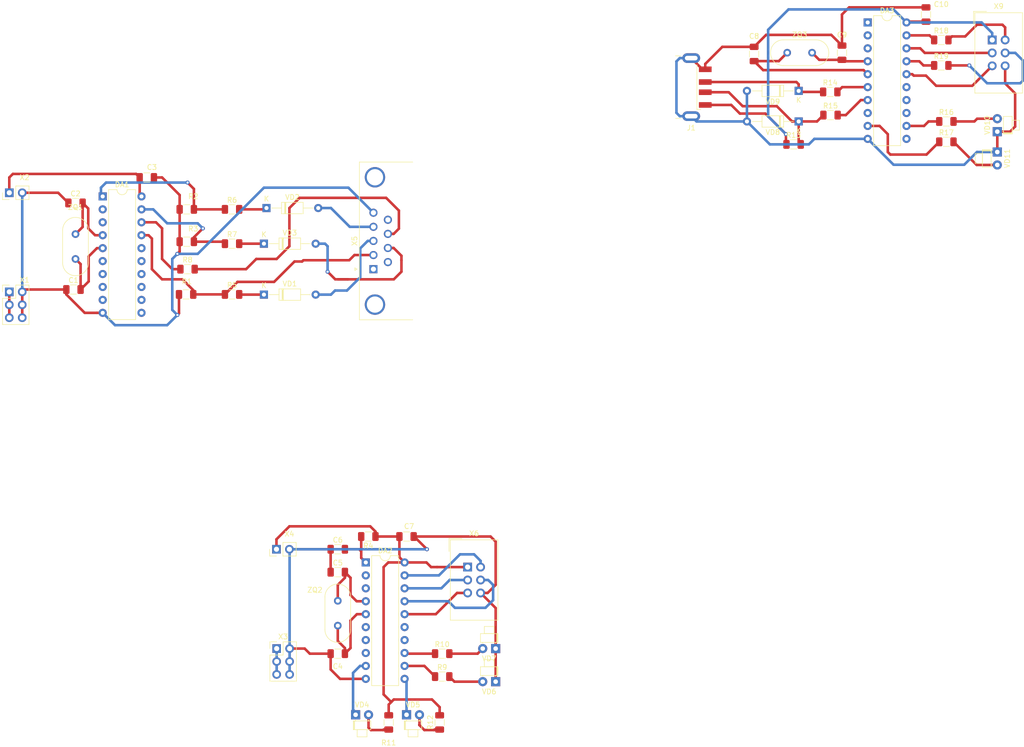
<source format=kicad_pcb>
(kicad_pcb (version 20171130) (host pcbnew "(5.1.4)-1")

  (general
    (thickness 1.6)
    (drawings 0)
    (tracks 365)
    (zones 0)
    (modules 54)
    (nets 83)
  )

  (page A4)
  (layers
    (0 F.Cu signal)
    (31 B.Cu signal)
    (32 B.Adhes user)
    (33 F.Adhes user)
    (34 B.Paste user)
    (35 F.Paste user)
    (36 B.SilkS user)
    (37 F.SilkS user)
    (38 B.Mask user)
    (39 F.Mask user)
    (40 Dwgs.User user)
    (41 Cmts.User user)
    (42 Eco1.User user)
    (43 Eco2.User user)
    (44 Edge.Cuts user)
    (45 Margin user)
    (46 B.CrtYd user)
    (47 F.CrtYd user)
    (48 B.Fab user)
    (49 F.Fab user hide)
  )

  (setup
    (last_trace_width 0.5)
    (user_trace_width 0.5)
    (trace_clearance 0.5)
    (zone_clearance 0.508)
    (zone_45_only no)
    (trace_min 0.2)
    (via_size 0.8)
    (via_drill 0.4)
    (via_min_size 0.4)
    (via_min_drill 0.3)
    (uvia_size 0.3)
    (uvia_drill 0.1)
    (uvias_allowed no)
    (uvia_min_size 0.2)
    (uvia_min_drill 0.1)
    (edge_width 0.1)
    (segment_width 0.2)
    (pcb_text_width 0.3)
    (pcb_text_size 1.5 1.5)
    (mod_edge_width 0.15)
    (mod_text_size 1 1)
    (mod_text_width 0.15)
    (pad_size 1.524 1.524)
    (pad_drill 0.762)
    (pad_to_mask_clearance 0)
    (aux_axis_origin 0 0)
    (grid_origin 71 48)
    (visible_elements 7FFFFFFF)
    (pcbplotparams
      (layerselection 0x010fc_ffffffff)
      (usegerberextensions false)
      (usegerberattributes true)
      (usegerberadvancedattributes true)
      (creategerberjobfile true)
      (excludeedgelayer true)
      (linewidth 0.100000)
      (plotframeref false)
      (viasonmask false)
      (mode 1)
      (useauxorigin false)
      (hpglpennumber 1)
      (hpglpenspeed 20)
      (hpglpendiameter 15.000000)
      (psnegative false)
      (psa4output false)
      (plotreference true)
      (plotvalue true)
      (plotinvisibletext false)
      (padsonsilk false)
      (subtractmaskfromsilk false)
      (outputformat 1)
      (mirror false)
      (drillshape 1)
      (scaleselection 1)
      (outputdirectory ""))
  )

  (net 0 "")
  (net 1 "Net-(C1-Pad2)")
  (net 2 GND)
  (net 3 "Net-(C2-Pad2)")
  (net 4 +5V)
  (net 5 /OSC1)
  (net 6 /OSC2)
  (net 7 /Reset)
  (net 8 +5V1)
  (net 9 "Net-(DA1-Pad1)")
  (net 10 "Net-(DA1-Pad11)")
  (net 11 "Net-(DA1-Pad2)")
  (net 12 "Net-(DA1-Pad12)")
  (net 13 "Net-(DA1-Pad3)")
  (net 14 "Net-(DA1-Pad13)")
  (net 15 "Net-(DA1-Pad14)")
  (net 16 "Net-(DA1-Pad15)")
  (net 17 "Net-(DA1-Pad6)")
  (net 18 "Net-(DA1-Pad16)")
  (net 19 "Net-(DA1-Pad7)")
  (net 20 "Net-(DA1-Pad17)")
  (net 21 "Net-(DA1-Pad8)")
  (net 22 "Net-(DA1-Pad18)")
  (net 23 "Net-(DA1-Pad9)")
  (net 24 "Net-(DA1-Pad19)")
  (net 25 "Net-(DA2-Pad2)")
  (net 26 /LED1)
  (net 27 /LED3)
  (net 28 /LED2)
  (net 29 "Net-(DA2-Pad14)")
  (net 30 "Net-(DA2-Pad15)")
  (net 31 "Net-(DA2-Pad6)")
  (net 32 /RST)
  (net 33 /LED4)
  (net 34 /MOSI)
  (net 35 "Net-(DA2-Pad8)")
  (net 36 /MISO)
  (net 37 /SCK)
  (net 38 "Net-(DA3-Pad8)")
  (net 39 /D-)
  (net 40 /D+)
  (net 41 "Net-(DA3-Pad15)")
  (net 42 "Net-(DA3-Pad14)")
  (net 43 "Net-(DA3-Pad13)")
  (net 44 "Net-(DA3-Pad3)")
  (net 45 "Net-(DA3-Pad2)")
  (net 46 "Net-(DA3-Pad11)")
  (net 47 "Net-(DA3-Pad1)")
  (net 48 "Net-(J1-Pad2)")
  (net 49 "Net-(J1-Pad3)")
  (net 50 "Net-(R5-Pad2)")
  (net 51 "Net-(R6-Pad2)")
  (net 52 "Net-(R7-Pad2)")
  (net 53 "Net-(R8-Pad2)")
  (net 54 "Net-(R9-Pad2)")
  (net 55 "Net-(R10-Pad2)")
  (net 56 "Net-(R11-Pad1)")
  (net 57 "Net-(R12-Pad1)")
  (net 58 "Net-(R16-Pad2)")
  (net 59 "Net-(R17-Pad2)")
  (net 60 "Net-(R18-Pad2)")
  (net 61 "Net-(R19-Pad2)")
  (net 62 "Net-(VD1-Pad2)")
  (net 63 "Net-(VD2-Pad2)")
  (net 64 "Net-(VD3-Pad2)")
  (net 65 "Net-(X1-Pad1)")
  (net 66 "Net-(X3-Pad1)")
  (net 67 +5VL)
  (net 68 "Net-(X5-Pad1)")
  (net 69 "Net-(X5-Pad6)")
  (net 70 "Net-(X5-Pad9)")
  (net 71 0V)
  (net 72 0V1)
  (net 73 /OSC3)
  (net 74 /OSC4)
  (net 75 /SCK1)
  (net 76 /LED6)
  (net 77 /MISO1)
  (net 78 /MOSI1)
  (net 79 /RST1)
  (net 80 /LED5)
  (net 81 "Net-(DA2-Pad3)")
  (net 82 "Net-(DA2-Pad7)")

  (net_class Default "Это класс цепей по умолчанию."
    (clearance 0.5)
    (trace_width 0.5)
    (via_dia 0.8)
    (via_drill 0.4)
    (uvia_dia 0.3)
    (uvia_drill 0.1)
    (add_net +5V)
    (add_net +5V1)
    (add_net +5VL)
    (add_net /D+)
    (add_net /D-)
    (add_net /LED1)
    (add_net /LED2)
    (add_net /LED3)
    (add_net /LED4)
    (add_net /LED5)
    (add_net /LED6)
    (add_net /MISO)
    (add_net /MISO1)
    (add_net /MOSI)
    (add_net /MOSI1)
    (add_net /OSC1)
    (add_net /OSC2)
    (add_net /OSC3)
    (add_net /OSC4)
    (add_net /RST)
    (add_net /RST1)
    (add_net /Reset)
    (add_net /SCK)
    (add_net /SCK1)
    (add_net 0V)
    (add_net 0V1)
    (add_net GND)
    (add_net "Net-(C1-Pad2)")
    (add_net "Net-(C2-Pad2)")
    (add_net "Net-(DA1-Pad1)")
    (add_net "Net-(DA1-Pad11)")
    (add_net "Net-(DA1-Pad12)")
    (add_net "Net-(DA1-Pad13)")
    (add_net "Net-(DA1-Pad14)")
    (add_net "Net-(DA1-Pad15)")
    (add_net "Net-(DA1-Pad16)")
    (add_net "Net-(DA1-Pad17)")
    (add_net "Net-(DA1-Pad18)")
    (add_net "Net-(DA1-Pad19)")
    (add_net "Net-(DA1-Pad2)")
    (add_net "Net-(DA1-Pad3)")
    (add_net "Net-(DA1-Pad6)")
    (add_net "Net-(DA1-Pad7)")
    (add_net "Net-(DA1-Pad8)")
    (add_net "Net-(DA1-Pad9)")
    (add_net "Net-(DA2-Pad14)")
    (add_net "Net-(DA2-Pad15)")
    (add_net "Net-(DA2-Pad2)")
    (add_net "Net-(DA2-Pad3)")
    (add_net "Net-(DA2-Pad6)")
    (add_net "Net-(DA2-Pad7)")
    (add_net "Net-(DA2-Pad8)")
    (add_net "Net-(DA3-Pad1)")
    (add_net "Net-(DA3-Pad11)")
    (add_net "Net-(DA3-Pad13)")
    (add_net "Net-(DA3-Pad14)")
    (add_net "Net-(DA3-Pad15)")
    (add_net "Net-(DA3-Pad2)")
    (add_net "Net-(DA3-Pad3)")
    (add_net "Net-(DA3-Pad8)")
    (add_net "Net-(J1-Pad2)")
    (add_net "Net-(J1-Pad3)")
    (add_net "Net-(R10-Pad2)")
    (add_net "Net-(R11-Pad1)")
    (add_net "Net-(R12-Pad1)")
    (add_net "Net-(R16-Pad2)")
    (add_net "Net-(R17-Pad2)")
    (add_net "Net-(R18-Pad2)")
    (add_net "Net-(R19-Pad2)")
    (add_net "Net-(R5-Pad2)")
    (add_net "Net-(R6-Pad2)")
    (add_net "Net-(R7-Pad2)")
    (add_net "Net-(R8-Pad2)")
    (add_net "Net-(R9-Pad2)")
    (add_net "Net-(VD1-Pad2)")
    (add_net "Net-(VD2-Pad2)")
    (add_net "Net-(VD3-Pad2)")
    (add_net "Net-(X1-Pad1)")
    (add_net "Net-(X3-Pad1)")
    (add_net "Net-(X5-Pad1)")
    (add_net "Net-(X5-Pad6)")
    (add_net "Net-(X5-Pad9)")
  )

  (module Resistor_SMD:R_1206_3216Metric (layer F.Cu) (tedit 5B301BBD) (tstamp 63661D27)
    (at 141.5 180 90)
    (descr "Resistor SMD 1206 (3216 Metric), square (rectangular) end terminal, IPC_7351 nominal, (Body size source: http://www.tortai-tech.com/upload/download/2011102023233369053.pdf), generated with kicad-footprint-generator")
    (tags resistor)
    (path /6379EE09)
    (attr smd)
    (fp_text reference R12 (at 0 -1.82 90) (layer F.SilkS)
      (effects (font (size 1 1) (thickness 0.15)))
    )
    (fp_text value 510 (at 0 1.82 90) (layer F.Fab)
      (effects (font (size 1 1) (thickness 0.15)))
    )
    (fp_line (start -1.6 0.8) (end -1.6 -0.8) (layer F.Fab) (width 0.1))
    (fp_line (start -1.6 -0.8) (end 1.6 -0.8) (layer F.Fab) (width 0.1))
    (fp_line (start 1.6 -0.8) (end 1.6 0.8) (layer F.Fab) (width 0.1))
    (fp_line (start 1.6 0.8) (end -1.6 0.8) (layer F.Fab) (width 0.1))
    (fp_line (start -0.602064 -0.91) (end 0.602064 -0.91) (layer F.SilkS) (width 0.12))
    (fp_line (start -0.602064 0.91) (end 0.602064 0.91) (layer F.SilkS) (width 0.12))
    (fp_line (start -2.28 1.12) (end -2.28 -1.12) (layer F.CrtYd) (width 0.05))
    (fp_line (start -2.28 -1.12) (end 2.28 -1.12) (layer F.CrtYd) (width 0.05))
    (fp_line (start 2.28 -1.12) (end 2.28 1.12) (layer F.CrtYd) (width 0.05))
    (fp_line (start 2.28 1.12) (end -2.28 1.12) (layer F.CrtYd) (width 0.05))
    (fp_text user %R (at 0 0 90) (layer F.Fab)
      (effects (font (size 0.8 0.8) (thickness 0.12)))
    )
    (pad 1 smd roundrect (at -1.4 0 90) (size 1.25 1.75) (layers F.Cu F.Paste F.Mask) (roundrect_rratio 0.2)
      (net 57 "Net-(R12-Pad1)"))
    (pad 2 smd roundrect (at 1.4 0 90) (size 1.25 1.75) (layers F.Cu F.Paste F.Mask) (roundrect_rratio 0.2)
      (net 67 +5VL))
    (model ${KISYS3DMOD}/Resistor_SMD.3dshapes/R_1206_3216Metric.wrl
      (at (xyz 0 0 0))
      (scale (xyz 1 1 1))
      (rotate (xyz 0 0 0))
    )
  )

  (module LED_THT:LED_D1.8mm_W1.8mm_H2.4mm_Horizontal_O1.27mm_Z4.9mm (layer F.Cu) (tedit 5880A863) (tstamp 63661E53)
    (at 135 178.5)
    (descr "LED, ,  diameter 1.8mm size 1.8x2.4mm^2 z-position of LED center 1.6mm, 2 pins,  diameter 1.8mm size 1.8x2.4mm^2 z-position of LED center 1.6mm, 2 pins,  diameter 1.8mm size 1.8x2.4mm^2 z-position of LED center 1.6mm, 2 pins,  diameter 1.8mm size 1.8x2.4mm^2 z-position of LED center 4.9mm, 2 pins")
    (tags "LED   diameter 1.8mm size 1.8x2.4mm^2 z-position of LED center 1.6mm 2 pins  diameter 1.8mm size 1.8x2.4mm^2 z-position of LED center 1.6mm 2 pins  diameter 1.8mm size 1.8x2.4mm^2 z-position of LED center 1.6mm 2 pins  diameter 1.8mm size 1.8x2.4mm^2 z-position of LED center 4.9mm 2 pins")
    (path /6379EE15)
    (fp_text reference VD5 (at 1.27 -1.96) (layer F.SilkS)
      (effects (font (size 1 1) (thickness 0.15)))
    )
    (fp_text value LED (at 1.27 5.33) (layer F.Fab)
      (effects (font (size 1 1) (thickness 0.15)))
    )
    (fp_line (start 3.75 -1.25) (end -1.25 -1.25) (layer F.CrtYd) (width 0.05))
    (fp_line (start 3.75 4.6) (end 3.75 -1.25) (layer F.CrtYd) (width 0.05))
    (fp_line (start -1.25 4.6) (end 3.75 4.6) (layer F.CrtYd) (width 0.05))
    (fp_line (start -1.25 -1.25) (end -1.25 4.6) (layer F.CrtYd) (width 0.05))
    (fp_line (start 2.54 1.08) (end 2.54 1.08) (layer F.SilkS) (width 0.12))
    (fp_line (start 2.54 1.21) (end 2.54 1.08) (layer F.SilkS) (width 0.12))
    (fp_line (start 2.54 1.21) (end 2.54 1.21) (layer F.SilkS) (width 0.12))
    (fp_line (start 2.54 1.08) (end 2.54 1.21) (layer F.SilkS) (width 0.12))
    (fp_line (start 0 1.08) (end 0 1.08) (layer F.SilkS) (width 0.12))
    (fp_line (start 0 1.21) (end 0 1.08) (layer F.SilkS) (width 0.12))
    (fp_line (start 0 1.21) (end 0 1.21) (layer F.SilkS) (width 0.12))
    (fp_line (start 0 1.08) (end 0 1.21) (layer F.SilkS) (width 0.12))
    (fp_line (start 2.23 2.93) (end 0.31 2.93) (layer F.SilkS) (width 0.12))
    (fp_line (start 2.23 4.33) (end 2.23 2.93) (layer F.SilkS) (width 0.12))
    (fp_line (start 0.31 4.33) (end 2.23 4.33) (layer F.SilkS) (width 0.12))
    (fp_line (start 0.31 2.93) (end 0.31 4.33) (layer F.SilkS) (width 0.12))
    (fp_line (start -0.2 1.21) (end -0.2 2.93) (layer F.SilkS) (width 0.12))
    (fp_line (start -0.32 1.21) (end -0.32 2.93) (layer F.SilkS) (width 0.12))
    (fp_line (start 2.98 1.21) (end -0.44 1.21) (layer F.SilkS) (width 0.12))
    (fp_line (start 2.98 2.93) (end 2.98 1.21) (layer F.SilkS) (width 0.12))
    (fp_line (start -0.44 2.93) (end 2.98 2.93) (layer F.SilkS) (width 0.12))
    (fp_line (start -0.44 1.21) (end -0.44 2.93) (layer F.SilkS) (width 0.12))
    (fp_line (start 2.54 0) (end 2.54 0) (layer F.Fab) (width 0.1))
    (fp_line (start 2.54 1.27) (end 2.54 0) (layer F.Fab) (width 0.1))
    (fp_line (start 2.54 1.27) (end 2.54 1.27) (layer F.Fab) (width 0.1))
    (fp_line (start 2.54 0) (end 2.54 1.27) (layer F.Fab) (width 0.1))
    (fp_line (start 0 0) (end 0 0) (layer F.Fab) (width 0.1))
    (fp_line (start 0 1.27) (end 0 0) (layer F.Fab) (width 0.1))
    (fp_line (start 0 1.27) (end 0 1.27) (layer F.Fab) (width 0.1))
    (fp_line (start 0 0) (end 0 1.27) (layer F.Fab) (width 0.1))
    (fp_line (start 2.17 2.87) (end 0.37 2.87) (layer F.Fab) (width 0.1))
    (fp_line (start 2.17 4.27) (end 2.17 2.87) (layer F.Fab) (width 0.1))
    (fp_line (start 0.37 4.27) (end 2.17 4.27) (layer F.Fab) (width 0.1))
    (fp_line (start 0.37 2.87) (end 0.37 4.27) (layer F.Fab) (width 0.1))
    (fp_line (start 2.92 1.27) (end -0.38 1.27) (layer F.Fab) (width 0.1))
    (fp_line (start 2.92 2.87) (end 2.92 1.27) (layer F.Fab) (width 0.1))
    (fp_line (start -0.38 2.87) (end 2.92 2.87) (layer F.Fab) (width 0.1))
    (fp_line (start -0.38 1.27) (end -0.38 2.87) (layer F.Fab) (width 0.1))
    (pad 2 thru_hole circle (at 2.54 0) (size 1.8 1.8) (drill 0.9) (layers *.Cu *.Mask)
      (net 57 "Net-(R12-Pad1)"))
    (pad 1 thru_hole rect (at 0 0) (size 1.8 1.8) (drill 0.9) (layers *.Cu *.Mask)
      (net 33 /LED4))
    (model ${KISYS3DMOD}/LED_THT.3dshapes/LED_D1.8mm_W1.8mm_H2.4mm_Horizontal_O1.27mm_Z4.9mm.wrl
      (at (xyz 0 0 0))
      (scale (xyz 1 1 1))
      (rotate (xyz 0 0 0))
    )
  )

  (module Connector_Dsub:DSUB-9_Male_Horizontal_P2.77x2.84mm_EdgePinOffset4.94mm_Housed_MountingHolesOffset7.48mm (layer F.Cu) (tedit 59FEDEE2) (tstamp 636720C0)
    (at 128.5 91 90)
    (descr "9-pin D-Sub connector, horizontal/angled (90 deg), THT-mount, male, pitch 2.77x2.84mm, pin-PCB-offset 4.9399999999999995mm, distance of mounting holes 25mm, distance of mounting holes to PCB edge 7.4799999999999995mm, see https://disti-assets.s3.amazonaws.com/tonar/files/datasheets/16730.pdf")
    (tags "9-pin D-Sub connector horizontal angled 90deg THT male pitch 2.77x2.84mm pin-PCB-offset 4.9399999999999995mm mounting-holes-distance 25mm mounting-hole-offset 25mm")
    (path /637DA2D8)
    (fp_text reference X5 (at 5.54 -3.7 90) (layer F.SilkS)
      (effects (font (size 1 1) (thickness 0.15)))
    )
    (fp_text value CONN_9 (at 5.54 15.68 90) (layer F.Fab)
      (effects (font (size 1 1) (thickness 0.15)))
    )
    (fp_arc (start -6.96 0.3) (end -8.56 0.3) (angle 180) (layer F.Fab) (width 0.1))
    (fp_arc (start 18.04 0.3) (end 16.44 0.3) (angle 180) (layer F.Fab) (width 0.1))
    (fp_line (start -9.885 -2.7) (end -9.885 7.78) (layer F.Fab) (width 0.1))
    (fp_line (start -9.885 7.78) (end 20.965 7.78) (layer F.Fab) (width 0.1))
    (fp_line (start 20.965 7.78) (end 20.965 -2.7) (layer F.Fab) (width 0.1))
    (fp_line (start 20.965 -2.7) (end -9.885 -2.7) (layer F.Fab) (width 0.1))
    (fp_line (start -9.885 7.78) (end -9.885 8.18) (layer F.Fab) (width 0.1))
    (fp_line (start -9.885 8.18) (end 20.965 8.18) (layer F.Fab) (width 0.1))
    (fp_line (start 20.965 8.18) (end 20.965 7.78) (layer F.Fab) (width 0.1))
    (fp_line (start 20.965 7.78) (end -9.885 7.78) (layer F.Fab) (width 0.1))
    (fp_line (start -2.61 8.18) (end -2.61 14.18) (layer F.Fab) (width 0.1))
    (fp_line (start -2.61 14.18) (end 13.69 14.18) (layer F.Fab) (width 0.1))
    (fp_line (start 13.69 14.18) (end 13.69 8.18) (layer F.Fab) (width 0.1))
    (fp_line (start 13.69 8.18) (end -2.61 8.18) (layer F.Fab) (width 0.1))
    (fp_line (start -9.46 8.18) (end -9.46 13.18) (layer F.Fab) (width 0.1))
    (fp_line (start -9.46 13.18) (end -4.46 13.18) (layer F.Fab) (width 0.1))
    (fp_line (start -4.46 13.18) (end -4.46 8.18) (layer F.Fab) (width 0.1))
    (fp_line (start -4.46 8.18) (end -9.46 8.18) (layer F.Fab) (width 0.1))
    (fp_line (start 15.54 8.18) (end 15.54 13.18) (layer F.Fab) (width 0.1))
    (fp_line (start 15.54 13.18) (end 20.54 13.18) (layer F.Fab) (width 0.1))
    (fp_line (start 20.54 13.18) (end 20.54 8.18) (layer F.Fab) (width 0.1))
    (fp_line (start 20.54 8.18) (end 15.54 8.18) (layer F.Fab) (width 0.1))
    (fp_line (start -8.56 7.78) (end -8.56 0.3) (layer F.Fab) (width 0.1))
    (fp_line (start -5.36 7.78) (end -5.36 0.3) (layer F.Fab) (width 0.1))
    (fp_line (start 16.44 7.78) (end 16.44 0.3) (layer F.Fab) (width 0.1))
    (fp_line (start 19.64 7.78) (end 19.64 0.3) (layer F.Fab) (width 0.1))
    (fp_line (start -9.945 7.72) (end -9.945 -2.76) (layer F.SilkS) (width 0.12))
    (fp_line (start -9.945 -2.76) (end 21.025 -2.76) (layer F.SilkS) (width 0.12))
    (fp_line (start 21.025 -2.76) (end 21.025 7.72) (layer F.SilkS) (width 0.12))
    (fp_line (start -0.25 -3.654338) (end 0.25 -3.654338) (layer F.SilkS) (width 0.12))
    (fp_line (start 0.25 -3.654338) (end 0 -3.221325) (layer F.SilkS) (width 0.12))
    (fp_line (start 0 -3.221325) (end -0.25 -3.654338) (layer F.SilkS) (width 0.12))
    (fp_line (start -10.4 -3.25) (end -10.4 14.7) (layer F.CrtYd) (width 0.05))
    (fp_line (start -10.4 14.7) (end 21.5 14.7) (layer F.CrtYd) (width 0.05))
    (fp_line (start 21.5 14.7) (end 21.5 -3.25) (layer F.CrtYd) (width 0.05))
    (fp_line (start 21.5 -3.25) (end -10.4 -3.25) (layer F.CrtYd) (width 0.05))
    (fp_text user %R (at 5.54 11.18 90) (layer F.Fab)
      (effects (font (size 1 1) (thickness 0.15)))
    )
    (pad 1 thru_hole rect (at 0 0 90) (size 1.6 1.6) (drill 1) (layers *.Cu *.Mask)
      (net 68 "Net-(X5-Pad1)"))
    (pad 2 thru_hole circle (at 2.77 0 90) (size 1.6 1.6) (drill 1) (layers *.Cu *.Mask)
      (net 20 "Net-(DA1-Pad17)"))
    (pad 3 thru_hole circle (at 5.54 0 90) (size 1.6 1.6) (drill 1) (layers *.Cu *.Mask)
      (net 62 "Net-(VD1-Pad2)"))
    (pad 4 thru_hole circle (at 8.31 0 90) (size 1.6 1.6) (drill 1) (layers *.Cu *.Mask)
      (net 63 "Net-(VD2-Pad2)"))
    (pad 5 thru_hole circle (at 11.08 0 90) (size 1.6 1.6) (drill 1) (layers *.Cu *.Mask)
      (net 71 0V))
    (pad 6 thru_hole circle (at 1.385 2.84 90) (size 1.6 1.6) (drill 1) (layers *.Cu *.Mask)
      (net 69 "Net-(X5-Pad6)"))
    (pad 7 thru_hole circle (at 4.155 2.84 90) (size 1.6 1.6) (drill 1) (layers *.Cu *.Mask)
      (net 64 "Net-(VD3-Pad2)"))
    (pad 8 thru_hole circle (at 6.925 2.84 90) (size 1.6 1.6) (drill 1) (layers *.Cu *.Mask)
      (net 53 "Net-(R8-Pad2)"))
    (pad 9 thru_hole circle (at 9.695 2.84 90) (size 1.6 1.6) (drill 1) (layers *.Cu *.Mask)
      (net 70 "Net-(X5-Pad9)"))
    (pad 0 thru_hole circle (at -6.96 0.3 90) (size 4 4) (drill 3.2) (layers *.Cu *.Mask))
    (pad 0 thru_hole circle (at 18.04 0.3 90) (size 4 4) (drill 3.2) (layers *.Cu *.Mask))
    (model ${KISYS3DMOD}/Connector_Dsub.3dshapes/DSUB-9_Male_Horizontal_P2.77x2.84mm_EdgePinOffset4.94mm_Housed_MountingHolesOffset7.48mm.wrl
      (at (xyz 0 0 0))
      (scale (xyz 1 1 1))
      (rotate (xyz 0 0 0))
    )
  )

  (module Resistor_SMD:R_1206_3216Metric (layer F.Cu) (tedit 5B301BBD) (tstamp 63661C7D)
    (at 91.85 79.26)
    (descr "Resistor SMD 1206 (3216 Metric), square (rectangular) end terminal, IPC_7351 nominal, (Body size source: http://www.tortai-tech.com/upload/download/2011102023233369053.pdf), generated with kicad-footprint-generator")
    (tags resistor)
    (path /635E1B54)
    (attr smd)
    (fp_text reference R2 (at 1.27 -2.54) (layer F.SilkS)
      (effects (font (size 1 1) (thickness 0.15)))
    )
    (fp_text value 1k (at 0 1.82) (layer F.Fab)
      (effects (font (size 1 1) (thickness 0.15)))
    )
    (fp_line (start -1.6 0.8) (end -1.6 -0.8) (layer F.Fab) (width 0.1))
    (fp_line (start -1.6 -0.8) (end 1.6 -0.8) (layer F.Fab) (width 0.1))
    (fp_line (start 1.6 -0.8) (end 1.6 0.8) (layer F.Fab) (width 0.1))
    (fp_line (start 1.6 0.8) (end -1.6 0.8) (layer F.Fab) (width 0.1))
    (fp_line (start -0.602064 -0.91) (end 0.602064 -0.91) (layer F.SilkS) (width 0.12))
    (fp_line (start -0.602064 0.91) (end 0.602064 0.91) (layer F.SilkS) (width 0.12))
    (fp_line (start -2.28 1.12) (end -2.28 -1.12) (layer F.CrtYd) (width 0.05))
    (fp_line (start -2.28 -1.12) (end 2.28 -1.12) (layer F.CrtYd) (width 0.05))
    (fp_line (start 2.28 -1.12) (end 2.28 1.12) (layer F.CrtYd) (width 0.05))
    (fp_line (start 2.28 1.12) (end -2.28 1.12) (layer F.CrtYd) (width 0.05))
    (fp_text user %R (at 0 0) (layer F.Fab)
      (effects (font (size 0.8 0.8) (thickness 0.12)))
    )
    (pad 1 smd roundrect (at -1.4 0) (size 1.25 1.75) (layers F.Cu F.Paste F.Mask) (roundrect_rratio 0.2)
      (net 71 0V))
    (pad 2 smd roundrect (at 1.4 0) (size 1.25 1.75) (layers F.Cu F.Paste F.Mask) (roundrect_rratio 0.2)
      (net 9 "Net-(DA1-Pad1)"))
    (model ${KISYS3DMOD}/Resistor_SMD.3dshapes/R_1206_3216Metric.wrl
      (at (xyz 0 0 0))
      (scale (xyz 1 1 1))
      (rotate (xyz 0 0 0))
    )
  )

  (module Package_DIP:DIP-20_W7.62mm (layer F.Cu) (tedit 5A02E8C5) (tstamp 63661BD7)
    (at 75.34 76.72)
    (descr "20-lead though-hole mounted DIP package, row spacing 7.62 mm (300 mils)")
    (tags "THT DIP DIL PDIP 2.54mm 7.62mm 300mil")
    (path /635D4F7E)
    (fp_text reference DA1 (at 3.81 -2.33) (layer F.SilkS)
      (effects (font (size 1 1) (thickness 0.15)))
    )
    (fp_text value ATtiny2313A-PU (at 3.81 25.19) (layer F.Fab) hide
      (effects (font (size 1 1) (thickness 0.15)))
    )
    (fp_line (start 1.635 -1.27) (end 6.985 -1.27) (layer F.Fab) (width 0.1))
    (fp_line (start 6.985 -1.27) (end 6.985 24.13) (layer F.Fab) (width 0.1))
    (fp_line (start 6.985 24.13) (end 0.635 24.13) (layer F.Fab) (width 0.1))
    (fp_line (start 0.635 24.13) (end 0.635 -0.27) (layer F.Fab) (width 0.1))
    (fp_line (start 0.635 -0.27) (end 1.635 -1.27) (layer F.Fab) (width 0.1))
    (fp_line (start 2.81 -1.33) (end 1.16 -1.33) (layer F.SilkS) (width 0.12))
    (fp_line (start 1.16 -1.33) (end 1.16 24.19) (layer F.SilkS) (width 0.12))
    (fp_line (start 1.16 24.19) (end 6.46 24.19) (layer F.SilkS) (width 0.12))
    (fp_line (start 6.46 24.19) (end 6.46 -1.33) (layer F.SilkS) (width 0.12))
    (fp_line (start 6.46 -1.33) (end 4.81 -1.33) (layer F.SilkS) (width 0.12))
    (fp_line (start -1.1 -1.55) (end -1.1 24.4) (layer F.CrtYd) (width 0.05))
    (fp_line (start -1.1 24.4) (end 8.7 24.4) (layer F.CrtYd) (width 0.05))
    (fp_line (start 8.7 24.4) (end 8.7 -1.55) (layer F.CrtYd) (width 0.05))
    (fp_line (start 8.7 -1.55) (end -1.1 -1.55) (layer F.CrtYd) (width 0.05))
    (fp_arc (start 3.81 -1.33) (end 2.81 -1.33) (angle -180) (layer F.SilkS) (width 0.12))
    (fp_text user %R (at 3.81 11.43) (layer F.Fab)
      (effects (font (size 1 1) (thickness 0.15)))
    )
    (pad 1 thru_hole rect (at 0 0) (size 1.6 1.6) (drill 0.8) (layers *.Cu *.Mask)
      (net 9 "Net-(DA1-Pad1)"))
    (pad 11 thru_hole oval (at 7.62 22.86) (size 1.6 1.6) (drill 0.8) (layers *.Cu *.Mask)
      (net 10 "Net-(DA1-Pad11)"))
    (pad 2 thru_hole oval (at 0 2.54) (size 1.6 1.6) (drill 0.8) (layers *.Cu *.Mask)
      (net 11 "Net-(DA1-Pad2)"))
    (pad 12 thru_hole oval (at 7.62 20.32) (size 1.6 1.6) (drill 0.8) (layers *.Cu *.Mask)
      (net 12 "Net-(DA1-Pad12)"))
    (pad 3 thru_hole oval (at 0 5.08) (size 1.6 1.6) (drill 0.8) (layers *.Cu *.Mask)
      (net 13 "Net-(DA1-Pad3)"))
    (pad 13 thru_hole oval (at 7.62 17.78) (size 1.6 1.6) (drill 0.8) (layers *.Cu *.Mask)
      (net 14 "Net-(DA1-Pad13)"))
    (pad 4 thru_hole oval (at 0 7.62) (size 1.6 1.6) (drill 0.8) (layers *.Cu *.Mask)
      (net 3 "Net-(C2-Pad2)"))
    (pad 14 thru_hole oval (at 7.62 15.24) (size 1.6 1.6) (drill 0.8) (layers *.Cu *.Mask)
      (net 15 "Net-(DA1-Pad14)"))
    (pad 5 thru_hole oval (at 0 10.16) (size 1.6 1.6) (drill 0.8) (layers *.Cu *.Mask)
      (net 1 "Net-(C1-Pad2)"))
    (pad 15 thru_hole oval (at 7.62 12.7) (size 1.6 1.6) (drill 0.8) (layers *.Cu *.Mask)
      (net 16 "Net-(DA1-Pad15)"))
    (pad 6 thru_hole oval (at 0 12.7) (size 1.6 1.6) (drill 0.8) (layers *.Cu *.Mask)
      (net 17 "Net-(DA1-Pad6)"))
    (pad 16 thru_hole oval (at 7.62 10.16) (size 1.6 1.6) (drill 0.8) (layers *.Cu *.Mask)
      (net 18 "Net-(DA1-Pad16)"))
    (pad 7 thru_hole oval (at 0 15.24) (size 1.6 1.6) (drill 0.8) (layers *.Cu *.Mask)
      (net 19 "Net-(DA1-Pad7)"))
    (pad 17 thru_hole oval (at 7.62 7.62) (size 1.6 1.6) (drill 0.8) (layers *.Cu *.Mask)
      (net 20 "Net-(DA1-Pad17)"))
    (pad 8 thru_hole oval (at 0 17.78) (size 1.6 1.6) (drill 0.8) (layers *.Cu *.Mask)
      (net 21 "Net-(DA1-Pad8)"))
    (pad 18 thru_hole oval (at 7.62 5.08) (size 1.6 1.6) (drill 0.8) (layers *.Cu *.Mask)
      (net 22 "Net-(DA1-Pad18)"))
    (pad 9 thru_hole oval (at 0 20.32) (size 1.6 1.6) (drill 0.8) (layers *.Cu *.Mask)
      (net 23 "Net-(DA1-Pad9)"))
    (pad 19 thru_hole oval (at 7.62 2.54) (size 1.6 1.6) (drill 0.8) (layers *.Cu *.Mask)
      (net 24 "Net-(DA1-Pad19)"))
    (pad 10 thru_hole oval (at 0 22.86) (size 1.6 1.6) (drill 0.8) (layers *.Cu *.Mask)
      (net 71 0V))
    (pad 20 thru_hole oval (at 7.62 0) (size 1.6 1.6) (drill 0.8) (layers *.Cu *.Mask)
      (net 4 +5V))
    (model ${KISYS3DMOD}/Package_DIP.3dshapes/DIP-20_W7.62mm.wrl
      (at (xyz 0 0 0))
      (scale (xyz 1 1 1))
      (rotate (xyz 0 0 0))
    )
  )

  (module Capacitor_SMD:C_1206_3216Metric (layer F.Cu) (tedit 5B301BBE) (tstamp 63661B16)
    (at 69.6 95)
    (descr "Capacitor SMD 1206 (3216 Metric), square (rectangular) end terminal, IPC_7351 nominal, (Body size source: http://www.tortai-tech.com/upload/download/2011102023233369053.pdf), generated with kicad-footprint-generator")
    (tags capacitor)
    (path /635DD89B)
    (attr smd)
    (fp_text reference C1 (at 0 -1.82) (layer F.SilkS)
      (effects (font (size 1 1) (thickness 0.15)))
    )
    (fp_text value "30 пФ" (at 0 1.82) (layer F.Fab) hide
      (effects (font (size 1 1) (thickness 0.15)))
    )
    (fp_line (start 2.28 1.12) (end -2.28 1.12) (layer F.CrtYd) (width 0.05))
    (fp_line (start 2.28 -1.12) (end 2.28 1.12) (layer F.CrtYd) (width 0.05))
    (fp_line (start -2.28 -1.12) (end 2.28 -1.12) (layer F.CrtYd) (width 0.05))
    (fp_line (start -2.28 1.12) (end -2.28 -1.12) (layer F.CrtYd) (width 0.05))
    (fp_line (start -0.602064 0.91) (end 0.602064 0.91) (layer F.SilkS) (width 0.12))
    (fp_line (start -0.602064 -0.91) (end 0.602064 -0.91) (layer F.SilkS) (width 0.12))
    (fp_line (start 1.6 0.8) (end -1.6 0.8) (layer F.Fab) (width 0.1))
    (fp_line (start 1.6 -0.8) (end 1.6 0.8) (layer F.Fab) (width 0.1))
    (fp_line (start -1.6 -0.8) (end 1.6 -0.8) (layer F.Fab) (width 0.1))
    (fp_line (start -1.6 0.8) (end -1.6 -0.8) (layer F.Fab) (width 0.1))
    (fp_text user %R (at 0 0) (layer F.Fab)
      (effects (font (size 0.8 0.8) (thickness 0.12)))
    )
    (pad 2 smd roundrect (at 1.4 0) (size 1.25 1.75) (layers F.Cu F.Paste F.Mask) (roundrect_rratio 0.2)
      (net 1 "Net-(C1-Pad2)"))
    (pad 1 smd roundrect (at -1.4 0) (size 1.25 1.75) (layers F.Cu F.Paste F.Mask) (roundrect_rratio 0.2)
      (net 71 0V))
    (model ${KISYS3DMOD}/Capacitor_SMD.3dshapes/C_1206_3216Metric.wrl
      (at (xyz 0 0 0))
      (scale (xyz 1 1 1))
      (rotate (xyz 0 0 0))
    )
  )

  (module Capacitor_SMD:C_1206_3216Metric (layer F.Cu) (tedit 5B301BBE) (tstamp 63661B27)
    (at 70 78)
    (descr "Capacitor SMD 1206 (3216 Metric), square (rectangular) end terminal, IPC_7351 nominal, (Body size source: http://www.tortai-tech.com/upload/download/2011102023233369053.pdf), generated with kicad-footprint-generator")
    (tags capacitor)
    (path /635E04C0)
    (attr smd)
    (fp_text reference C2 (at 0 -1.82) (layer F.SilkS)
      (effects (font (size 1 1) (thickness 0.15)))
    )
    (fp_text value "30 пФ" (at 0 1.82) (layer F.Fab)
      (effects (font (size 1 1) (thickness 0.15)))
    )
    (fp_line (start -1.6 0.8) (end -1.6 -0.8) (layer F.Fab) (width 0.1))
    (fp_line (start -1.6 -0.8) (end 1.6 -0.8) (layer F.Fab) (width 0.1))
    (fp_line (start 1.6 -0.8) (end 1.6 0.8) (layer F.Fab) (width 0.1))
    (fp_line (start 1.6 0.8) (end -1.6 0.8) (layer F.Fab) (width 0.1))
    (fp_line (start -0.602064 -0.91) (end 0.602064 -0.91) (layer F.SilkS) (width 0.12))
    (fp_line (start -0.602064 0.91) (end 0.602064 0.91) (layer F.SilkS) (width 0.12))
    (fp_line (start -2.28 1.12) (end -2.28 -1.12) (layer F.CrtYd) (width 0.05))
    (fp_line (start -2.28 -1.12) (end 2.28 -1.12) (layer F.CrtYd) (width 0.05))
    (fp_line (start 2.28 -1.12) (end 2.28 1.12) (layer F.CrtYd) (width 0.05))
    (fp_line (start 2.28 1.12) (end -2.28 1.12) (layer F.CrtYd) (width 0.05))
    (fp_text user %R (at 0 0) (layer F.Fab)
      (effects (font (size 0.8 0.8) (thickness 0.12)))
    )
    (pad 1 smd roundrect (at -1.4 0) (size 1.25 1.75) (layers F.Cu F.Paste F.Mask) (roundrect_rratio 0.2)
      (net 71 0V))
    (pad 2 smd roundrect (at 1.4 0) (size 1.25 1.75) (layers F.Cu F.Paste F.Mask) (roundrect_rratio 0.2)
      (net 3 "Net-(C2-Pad2)"))
    (model ${KISYS3DMOD}/Capacitor_SMD.3dshapes/C_1206_3216Metric.wrl
      (at (xyz 0 0 0))
      (scale (xyz 1 1 1))
      (rotate (xyz 0 0 0))
    )
  )

  (module Capacitor_SMD:C_1206_3216Metric (layer F.Cu) (tedit 5B301BBE) (tstamp 63668A44)
    (at 84 73 180)
    (descr "Capacitor SMD 1206 (3216 Metric), square (rectangular) end terminal, IPC_7351 nominal, (Body size source: http://www.tortai-tech.com/upload/download/2011102023233369053.pdf), generated with kicad-footprint-generator")
    (tags capacitor)
    (path /638006A0)
    (attr smd)
    (fp_text reference C3 (at -1 2) (layer F.SilkS)
      (effects (font (size 1 1) (thickness 0.15)))
    )
    (fp_text value 0.15 (at 0 1.82) (layer F.Fab) hide
      (effects (font (size 1 1) (thickness 0.15)))
    )
    (fp_line (start 2.28 1.12) (end -2.28 1.12) (layer F.CrtYd) (width 0.05))
    (fp_line (start 2.28 -1.12) (end 2.28 1.12) (layer F.CrtYd) (width 0.05))
    (fp_line (start -2.28 -1.12) (end 2.28 -1.12) (layer F.CrtYd) (width 0.05))
    (fp_line (start -2.28 1.12) (end -2.28 -1.12) (layer F.CrtYd) (width 0.05))
    (fp_line (start -0.602064 0.91) (end 0.602064 0.91) (layer F.SilkS) (width 0.12))
    (fp_line (start -0.602064 -0.91) (end 0.602064 -0.91) (layer F.SilkS) (width 0.12))
    (fp_line (start 1.6 0.8) (end -1.6 0.8) (layer F.Fab) (width 0.1))
    (fp_line (start 1.6 -0.8) (end 1.6 0.8) (layer F.Fab) (width 0.1))
    (fp_line (start -1.6 -0.8) (end 1.6 -0.8) (layer F.Fab) (width 0.1))
    (fp_line (start -1.6 0.8) (end -1.6 -0.8) (layer F.Fab) (width 0.1))
    (fp_text user %R (at 0 0) (layer F.Fab) hide
      (effects (font (size 0.8 0.8) (thickness 0.12)))
    )
    (pad 2 smd roundrect (at 1.4 0 180) (size 1.25 1.75) (layers F.Cu F.Paste F.Mask) (roundrect_rratio 0.2)
      (net 4 +5V))
    (pad 1 smd roundrect (at -1.4 0 180) (size 1.25 1.75) (layers F.Cu F.Paste F.Mask) (roundrect_rratio 0.2)
      (net 71 0V))
    (model ${KISYS3DMOD}/Capacitor_SMD.3dshapes/C_1206_3216Metric.wrl
      (at (xyz 0 0 0))
      (scale (xyz 1 1 1))
      (rotate (xyz 0 0 0))
    )
  )

  (module Capacitor_SMD:C_1206_3216Metric (layer F.Cu) (tedit 5B301BBE) (tstamp 6366692E)
    (at 121.5 166.5)
    (descr "Capacitor SMD 1206 (3216 Metric), square (rectangular) end terminal, IPC_7351 nominal, (Body size source: http://www.tortai-tech.com/upload/download/2011102023233369053.pdf), generated with kicad-footprint-generator")
    (tags capacitor)
    (path /6374230D)
    (attr smd)
    (fp_text reference C4 (at 0 2.5) (layer F.SilkS)
      (effects (font (size 1 1) (thickness 0.15)))
    )
    (fp_text value "30 пФ" (at 0 1.82) (layer F.Fab)
      (effects (font (size 1 1) (thickness 0.15)))
    )
    (fp_line (start 2.28 1.12) (end -2.28 1.12) (layer F.CrtYd) (width 0.05))
    (fp_line (start 2.28 -1.12) (end 2.28 1.12) (layer F.CrtYd) (width 0.05))
    (fp_line (start -2.28 -1.12) (end 2.28 -1.12) (layer F.CrtYd) (width 0.05))
    (fp_line (start -2.28 1.12) (end -2.28 -1.12) (layer F.CrtYd) (width 0.05))
    (fp_line (start -0.602064 0.91) (end 0.602064 0.91) (layer F.SilkS) (width 0.12))
    (fp_line (start -0.602064 -0.91) (end 0.602064 -0.91) (layer F.SilkS) (width 0.12))
    (fp_line (start 1.6 0.8) (end -1.6 0.8) (layer F.Fab) (width 0.1))
    (fp_line (start 1.6 -0.8) (end 1.6 0.8) (layer F.Fab) (width 0.1))
    (fp_line (start -1.6 -0.8) (end 1.6 -0.8) (layer F.Fab) (width 0.1))
    (fp_line (start -1.6 0.8) (end -1.6 -0.8) (layer F.Fab) (width 0.1))
    (fp_text user %R (at 0 0) (layer F.Fab)
      (effects (font (size 0.8 0.8) (thickness 0.12)))
    )
    (pad 2 smd roundrect (at 1.4 0) (size 1.25 1.75) (layers F.Cu F.Paste F.Mask) (roundrect_rratio 0.2)
      (net 5 /OSC1))
    (pad 1 smd roundrect (at -1.4 0) (size 1.25 1.75) (layers F.Cu F.Paste F.Mask) (roundrect_rratio 0.2)
      (net 2 GND))
    (model ${KISYS3DMOD}/Capacitor_SMD.3dshapes/C_1206_3216Metric.wrl
      (at (xyz 0 0 0))
      (scale (xyz 1 1 1))
      (rotate (xyz 0 0 0))
    )
  )

  (module Capacitor_SMD:C_1206_3216Metric (layer F.Cu) (tedit 5B301BBE) (tstamp 636668FE)
    (at 121.5 150.5)
    (descr "Capacitor SMD 1206 (3216 Metric), square (rectangular) end terminal, IPC_7351 nominal, (Body size source: http://www.tortai-tech.com/upload/download/2011102023233369053.pdf), generated with kicad-footprint-generator")
    (tags capacitor)
    (path /63742319)
    (attr smd)
    (fp_text reference C5 (at 0 -1.82) (layer F.SilkS)
      (effects (font (size 1 1) (thickness 0.15)))
    )
    (fp_text value "30 пФ" (at 0 1.82) (layer F.Fab)
      (effects (font (size 1 1) (thickness 0.15)))
    )
    (fp_line (start -1.6 0.8) (end -1.6 -0.8) (layer F.Fab) (width 0.1))
    (fp_line (start -1.6 -0.8) (end 1.6 -0.8) (layer F.Fab) (width 0.1))
    (fp_line (start 1.6 -0.8) (end 1.6 0.8) (layer F.Fab) (width 0.1))
    (fp_line (start 1.6 0.8) (end -1.6 0.8) (layer F.Fab) (width 0.1))
    (fp_line (start -0.602064 -0.91) (end 0.602064 -0.91) (layer F.SilkS) (width 0.12))
    (fp_line (start -0.602064 0.91) (end 0.602064 0.91) (layer F.SilkS) (width 0.12))
    (fp_line (start -2.28 1.12) (end -2.28 -1.12) (layer F.CrtYd) (width 0.05))
    (fp_line (start -2.28 -1.12) (end 2.28 -1.12) (layer F.CrtYd) (width 0.05))
    (fp_line (start 2.28 -1.12) (end 2.28 1.12) (layer F.CrtYd) (width 0.05))
    (fp_line (start 2.28 1.12) (end -2.28 1.12) (layer F.CrtYd) (width 0.05))
    (fp_text user %R (at 0 0) (layer F.Fab)
      (effects (font (size 0.8 0.8) (thickness 0.12)))
    )
    (pad 1 smd roundrect (at -1.4 0) (size 1.25 1.75) (layers F.Cu F.Paste F.Mask) (roundrect_rratio 0.2)
      (net 2 GND))
    (pad 2 smd roundrect (at 1.4 0) (size 1.25 1.75) (layers F.Cu F.Paste F.Mask) (roundrect_rratio 0.2)
      (net 6 /OSC2))
    (model ${KISYS3DMOD}/Capacitor_SMD.3dshapes/C_1206_3216Metric.wrl
      (at (xyz 0 0 0))
      (scale (xyz 1 1 1))
      (rotate (xyz 0 0 0))
    )
  )

  (module Capacitor_SMD:C_1206_3216Metric (layer F.Cu) (tedit 5B301BBE) (tstamp 6367313C)
    (at 121.5 146)
    (descr "Capacitor SMD 1206 (3216 Metric), square (rectangular) end terminal, IPC_7351 nominal, (Body size source: http://www.tortai-tech.com/upload/download/2011102023233369053.pdf), generated with kicad-footprint-generator")
    (tags capacitor)
    (path /63935380)
    (attr smd)
    (fp_text reference C6 (at 0 -1.82) (layer F.SilkS)
      (effects (font (size 1 1) (thickness 0.15)))
    )
    (fp_text value 0.15 (at 0 1.82) (layer F.Fab)
      (effects (font (size 1 1) (thickness 0.15)))
    )
    (fp_line (start -1.6 0.8) (end -1.6 -0.8) (layer F.Fab) (width 0.1))
    (fp_line (start -1.6 -0.8) (end 1.6 -0.8) (layer F.Fab) (width 0.1))
    (fp_line (start 1.6 -0.8) (end 1.6 0.8) (layer F.Fab) (width 0.1))
    (fp_line (start 1.6 0.8) (end -1.6 0.8) (layer F.Fab) (width 0.1))
    (fp_line (start -0.602064 -0.91) (end 0.602064 -0.91) (layer F.SilkS) (width 0.12))
    (fp_line (start -0.602064 0.91) (end 0.602064 0.91) (layer F.SilkS) (width 0.12))
    (fp_line (start -2.28 1.12) (end -2.28 -1.12) (layer F.CrtYd) (width 0.05))
    (fp_line (start -2.28 -1.12) (end 2.28 -1.12) (layer F.CrtYd) (width 0.05))
    (fp_line (start 2.28 -1.12) (end 2.28 1.12) (layer F.CrtYd) (width 0.05))
    (fp_line (start 2.28 1.12) (end -2.28 1.12) (layer F.CrtYd) (width 0.05))
    (fp_text user %R (at 0 0) (layer F.Fab)
      (effects (font (size 0.8 0.8) (thickness 0.12)))
    )
    (pad 1 smd roundrect (at -1.4 0) (size 1.25 1.75) (layers F.Cu F.Paste F.Mask) (roundrect_rratio 0.2)
      (net 2 GND))
    (pad 2 smd roundrect (at 1.4 0) (size 1.25 1.75) (layers F.Cu F.Paste F.Mask) (roundrect_rratio 0.2)
      (net 7 /Reset))
    (model ${KISYS3DMOD}/Capacitor_SMD.3dshapes/C_1206_3216Metric.wrl
      (at (xyz 0 0 0))
      (scale (xyz 1 1 1))
      (rotate (xyz 0 0 0))
    )
  )

  (module Capacitor_SMD:C_1206_3216Metric (layer F.Cu) (tedit 5B301BBE) (tstamp 63661B7C)
    (at 135 143.5 180)
    (descr "Capacitor SMD 1206 (3216 Metric), square (rectangular) end terminal, IPC_7351 nominal, (Body size source: http://www.tortai-tech.com/upload/download/2011102023233369053.pdf), generated with kicad-footprint-generator")
    (tags capacitor)
    (path /63742342)
    (attr smd)
    (fp_text reference C7 (at -0.5 2) (layer F.SilkS)
      (effects (font (size 1 1) (thickness 0.15)))
    )
    (fp_text value 0.15 (at 0 1.82) (layer F.Fab)
      (effects (font (size 1 1) (thickness 0.15)))
    )
    (fp_line (start 2.28 1.12) (end -2.28 1.12) (layer F.CrtYd) (width 0.05))
    (fp_line (start 2.28 -1.12) (end 2.28 1.12) (layer F.CrtYd) (width 0.05))
    (fp_line (start -2.28 -1.12) (end 2.28 -1.12) (layer F.CrtYd) (width 0.05))
    (fp_line (start -2.28 1.12) (end -2.28 -1.12) (layer F.CrtYd) (width 0.05))
    (fp_line (start -0.602064 0.91) (end 0.602064 0.91) (layer F.SilkS) (width 0.12))
    (fp_line (start -0.602064 -0.91) (end 0.602064 -0.91) (layer F.SilkS) (width 0.12))
    (fp_line (start 1.6 0.8) (end -1.6 0.8) (layer F.Fab) (width 0.1))
    (fp_line (start 1.6 -0.8) (end 1.6 0.8) (layer F.Fab) (width 0.1))
    (fp_line (start -1.6 -0.8) (end 1.6 -0.8) (layer F.Fab) (width 0.1))
    (fp_line (start -1.6 0.8) (end -1.6 -0.8) (layer F.Fab) (width 0.1))
    (fp_text user %R (at 0 0) (layer F.Fab)
      (effects (font (size 0.8 0.8) (thickness 0.12)))
    )
    (pad 2 smd roundrect (at 1.4 0 180) (size 1.25 1.75) (layers F.Cu F.Paste F.Mask) (roundrect_rratio 0.2)
      (net 67 +5VL))
    (pad 1 smd roundrect (at -1.4 0 180) (size 1.25 1.75) (layers F.Cu F.Paste F.Mask) (roundrect_rratio 0.2)
      (net 2 GND))
    (model ${KISYS3DMOD}/Capacitor_SMD.3dshapes/C_1206_3216Metric.wrl
      (at (xyz 0 0 0))
      (scale (xyz 1 1 1))
      (rotate (xyz 0 0 0))
    )
  )

  (module Capacitor_SMD:C_1206_3216Metric (layer F.Cu) (tedit 5B301BBE) (tstamp 63661B8D)
    (at 203.25 48.75 270)
    (descr "Capacitor SMD 1206 (3216 Metric), square (rectangular) end terminal, IPC_7351 nominal, (Body size source: http://www.tortai-tech.com/upload/download/2011102023233369053.pdf), generated with kicad-footprint-generator")
    (tags capacitor)
    (path /63722C45)
    (attr smd)
    (fp_text reference C8 (at -3.5 0 180) (layer F.SilkS)
      (effects (font (size 1 1) (thickness 0.15)))
    )
    (fp_text value "30 пФ" (at 0 1.82 90) (layer F.Fab)
      (effects (font (size 1 1) (thickness 0.15)))
    )
    (fp_line (start 2.28 1.12) (end -2.28 1.12) (layer F.CrtYd) (width 0.05))
    (fp_line (start 2.28 -1.12) (end 2.28 1.12) (layer F.CrtYd) (width 0.05))
    (fp_line (start -2.28 -1.12) (end 2.28 -1.12) (layer F.CrtYd) (width 0.05))
    (fp_line (start -2.28 1.12) (end -2.28 -1.12) (layer F.CrtYd) (width 0.05))
    (fp_line (start -0.602064 0.91) (end 0.602064 0.91) (layer F.SilkS) (width 0.12))
    (fp_line (start -0.602064 -0.91) (end 0.602064 -0.91) (layer F.SilkS) (width 0.12))
    (fp_line (start 1.6 0.8) (end -1.6 0.8) (layer F.Fab) (width 0.1))
    (fp_line (start 1.6 -0.8) (end 1.6 0.8) (layer F.Fab) (width 0.1))
    (fp_line (start -1.6 -0.8) (end 1.6 -0.8) (layer F.Fab) (width 0.1))
    (fp_line (start -1.6 0.8) (end -1.6 -0.8) (layer F.Fab) (width 0.1))
    (fp_text user %R (at 0 0 90) (layer F.Fab)
      (effects (font (size 0.8 0.8) (thickness 0.12)))
    )
    (pad 2 smd roundrect (at 1.4 0 270) (size 1.25 1.75) (layers F.Cu F.Paste F.Mask) (roundrect_rratio 0.2)
      (net 73 /OSC3))
    (pad 1 smd roundrect (at -1.4 0 270) (size 1.25 1.75) (layers F.Cu F.Paste F.Mask) (roundrect_rratio 0.2)
      (net 72 0V1))
    (model ${KISYS3DMOD}/Capacitor_SMD.3dshapes/C_1206_3216Metric.wrl
      (at (xyz 0 0 0))
      (scale (xyz 1 1 1))
      (rotate (xyz 0 0 0))
    )
  )

  (module Capacitor_SMD:C_1206_3216Metric (layer F.Cu) (tedit 5B301BBE) (tstamp 63661B9E)
    (at 220.5 48.5 270)
    (descr "Capacitor SMD 1206 (3216 Metric), square (rectangular) end terminal, IPC_7351 nominal, (Body size source: http://www.tortai-tech.com/upload/download/2011102023233369053.pdf), generated with kicad-footprint-generator")
    (tags capacitor)
    (path /63722C51)
    (attr smd)
    (fp_text reference C9 (at -3.5 0 180) (layer F.SilkS)
      (effects (font (size 1 1) (thickness 0.15)))
    )
    (fp_text value "30 пФ" (at 0 1.82 90) (layer F.Fab)
      (effects (font (size 1 1) (thickness 0.15)))
    )
    (fp_line (start -1.6 0.8) (end -1.6 -0.8) (layer F.Fab) (width 0.1))
    (fp_line (start -1.6 -0.8) (end 1.6 -0.8) (layer F.Fab) (width 0.1))
    (fp_line (start 1.6 -0.8) (end 1.6 0.8) (layer F.Fab) (width 0.1))
    (fp_line (start 1.6 0.8) (end -1.6 0.8) (layer F.Fab) (width 0.1))
    (fp_line (start -0.602064 -0.91) (end 0.602064 -0.91) (layer F.SilkS) (width 0.12))
    (fp_line (start -0.602064 0.91) (end 0.602064 0.91) (layer F.SilkS) (width 0.12))
    (fp_line (start -2.28 1.12) (end -2.28 -1.12) (layer F.CrtYd) (width 0.05))
    (fp_line (start -2.28 -1.12) (end 2.28 -1.12) (layer F.CrtYd) (width 0.05))
    (fp_line (start 2.28 -1.12) (end 2.28 1.12) (layer F.CrtYd) (width 0.05))
    (fp_line (start 2.28 1.12) (end -2.28 1.12) (layer F.CrtYd) (width 0.05))
    (fp_text user %R (at 0 0 90) (layer F.Fab)
      (effects (font (size 0.8 0.8) (thickness 0.12)))
    )
    (pad 1 smd roundrect (at -1.4 0 270) (size 1.25 1.75) (layers F.Cu F.Paste F.Mask) (roundrect_rratio 0.2)
      (net 72 0V1))
    (pad 2 smd roundrect (at 1.4 0 270) (size 1.25 1.75) (layers F.Cu F.Paste F.Mask) (roundrect_rratio 0.2)
      (net 74 /OSC4))
    (model ${KISYS3DMOD}/Capacitor_SMD.3dshapes/C_1206_3216Metric.wrl
      (at (xyz 0 0 0))
      (scale (xyz 1 1 1))
      (rotate (xyz 0 0 0))
    )
  )

  (module Capacitor_SMD:C_1206_3216Metric (layer F.Cu) (tedit 5B301BBE) (tstamp 636631C6)
    (at 237 41 270)
    (descr "Capacitor SMD 1206 (3216 Metric), square (rectangular) end terminal, IPC_7351 nominal, (Body size source: http://www.tortai-tech.com/upload/download/2011102023233369053.pdf), generated with kicad-footprint-generator")
    (tags capacitor)
    (path /638073BE)
    (attr smd)
    (fp_text reference C10 (at -2 -3 180) (layer F.SilkS)
      (effects (font (size 1 1) (thickness 0.15)))
    )
    (fp_text value 0.15 (at 0 1.82 90) (layer F.Fab)
      (effects (font (size 1 1) (thickness 0.15)))
    )
    (fp_line (start -1.6 0.8) (end -1.6 -0.8) (layer F.Fab) (width 0.1))
    (fp_line (start -1.6 -0.8) (end 1.6 -0.8) (layer F.Fab) (width 0.1))
    (fp_line (start 1.6 -0.8) (end 1.6 0.8) (layer F.Fab) (width 0.1))
    (fp_line (start 1.6 0.8) (end -1.6 0.8) (layer F.Fab) (width 0.1))
    (fp_line (start -0.602064 -0.91) (end 0.602064 -0.91) (layer F.SilkS) (width 0.12))
    (fp_line (start -0.602064 0.91) (end 0.602064 0.91) (layer F.SilkS) (width 0.12))
    (fp_line (start -2.28 1.12) (end -2.28 -1.12) (layer F.CrtYd) (width 0.05))
    (fp_line (start -2.28 -1.12) (end 2.28 -1.12) (layer F.CrtYd) (width 0.05))
    (fp_line (start 2.28 -1.12) (end 2.28 1.12) (layer F.CrtYd) (width 0.05))
    (fp_line (start 2.28 1.12) (end -2.28 1.12) (layer F.CrtYd) (width 0.05))
    (fp_text user %R (at 0 0 90) (layer F.Fab)
      (effects (font (size 0.8 0.8) (thickness 0.12)))
    )
    (pad 1 smd roundrect (at -1.4 0 270) (size 1.25 1.75) (layers F.Cu F.Paste F.Mask) (roundrect_rratio 0.2)
      (net 72 0V1))
    (pad 2 smd roundrect (at 1.4 0 270) (size 1.25 1.75) (layers F.Cu F.Paste F.Mask) (roundrect_rratio 0.2)
      (net 8 +5V1))
    (model ${KISYS3DMOD}/Capacitor_SMD.3dshapes/C_1206_3216Metric.wrl
      (at (xyz 0 0 0))
      (scale (xyz 1 1 1))
      (rotate (xyz 0 0 0))
    )
  )

  (module Package_DIP:DIP-20_W7.62mm (layer F.Cu) (tedit 5A02E8C5) (tstamp 63661BFF)
    (at 127 148.59)
    (descr "20-lead though-hole mounted DIP package, row spacing 7.62 mm (300 mils)")
    (tags "THT DIP DIL PDIP 2.54mm 7.62mm 300mil")
    (path /63742301)
    (fp_text reference DA2 (at 3.81 -2.33) (layer F.SilkS)
      (effects (font (size 1 1) (thickness 0.15)))
    )
    (fp_text value ATtiny2313A-PU (at 3.81 25.19) (layer F.Fab)
      (effects (font (size 1 1) (thickness 0.15)))
    )
    (fp_line (start 1.635 -1.27) (end 6.985 -1.27) (layer F.Fab) (width 0.1))
    (fp_line (start 6.985 -1.27) (end 6.985 24.13) (layer F.Fab) (width 0.1))
    (fp_line (start 6.985 24.13) (end 0.635 24.13) (layer F.Fab) (width 0.1))
    (fp_line (start 0.635 24.13) (end 0.635 -0.27) (layer F.Fab) (width 0.1))
    (fp_line (start 0.635 -0.27) (end 1.635 -1.27) (layer F.Fab) (width 0.1))
    (fp_line (start 2.81 -1.33) (end 1.16 -1.33) (layer F.SilkS) (width 0.12))
    (fp_line (start 1.16 -1.33) (end 1.16 24.19) (layer F.SilkS) (width 0.12))
    (fp_line (start 1.16 24.19) (end 6.46 24.19) (layer F.SilkS) (width 0.12))
    (fp_line (start 6.46 24.19) (end 6.46 -1.33) (layer F.SilkS) (width 0.12))
    (fp_line (start 6.46 -1.33) (end 4.81 -1.33) (layer F.SilkS) (width 0.12))
    (fp_line (start -1.1 -1.55) (end -1.1 24.4) (layer F.CrtYd) (width 0.05))
    (fp_line (start -1.1 24.4) (end 8.7 24.4) (layer F.CrtYd) (width 0.05))
    (fp_line (start 8.7 24.4) (end 8.7 -1.55) (layer F.CrtYd) (width 0.05))
    (fp_line (start 8.7 -1.55) (end -1.1 -1.55) (layer F.CrtYd) (width 0.05))
    (fp_arc (start 3.81 -1.33) (end 2.81 -1.33) (angle -180) (layer F.SilkS) (width 0.12))
    (fp_text user %R (at 3.81 11.43) (layer F.Fab)
      (effects (font (size 1 1) (thickness 0.15)))
    )
    (pad 1 thru_hole rect (at 0 0) (size 1.6 1.6) (drill 0.8) (layers *.Cu *.Mask)
      (net 7 /Reset))
    (pad 11 thru_hole oval (at 7.62 22.86) (size 1.6 1.6) (drill 0.8) (layers *.Cu *.Mask)
      (net 33 /LED4))
    (pad 2 thru_hole oval (at 0 2.54) (size 1.6 1.6) (drill 0.8) (layers *.Cu *.Mask)
      (net 25 "Net-(DA2-Pad2)"))
    (pad 12 thru_hole oval (at 7.62 20.32) (size 1.6 1.6) (drill 0.8) (layers *.Cu *.Mask)
      (net 26 /LED1))
    (pad 3 thru_hole oval (at 0 5.08) (size 1.6 1.6) (drill 0.8) (layers *.Cu *.Mask)
      (net 81 "Net-(DA2-Pad3)"))
    (pad 13 thru_hole oval (at 7.62 17.78) (size 1.6 1.6) (drill 0.8) (layers *.Cu *.Mask)
      (net 28 /LED2))
    (pad 4 thru_hole oval (at 0 7.62) (size 1.6 1.6) (drill 0.8) (layers *.Cu *.Mask)
      (net 6 /OSC2))
    (pad 14 thru_hole oval (at 7.62 15.24) (size 1.6 1.6) (drill 0.8) (layers *.Cu *.Mask)
      (net 29 "Net-(DA2-Pad14)"))
    (pad 5 thru_hole oval (at 0 10.16) (size 1.6 1.6) (drill 0.8) (layers *.Cu *.Mask)
      (net 5 /OSC1))
    (pad 15 thru_hole oval (at 7.62 12.7) (size 1.6 1.6) (drill 0.8) (layers *.Cu *.Mask)
      (net 30 "Net-(DA2-Pad15)"))
    (pad 6 thru_hole oval (at 0 12.7) (size 1.6 1.6) (drill 0.8) (layers *.Cu *.Mask)
      (net 31 "Net-(DA2-Pad6)"))
    (pad 16 thru_hole oval (at 7.62 10.16) (size 1.6 1.6) (drill 0.8) (layers *.Cu *.Mask)
      (net 32 /RST))
    (pad 7 thru_hole oval (at 0 15.24) (size 1.6 1.6) (drill 0.8) (layers *.Cu *.Mask)
      (net 82 "Net-(DA2-Pad7)"))
    (pad 17 thru_hole oval (at 7.62 7.62) (size 1.6 1.6) (drill 0.8) (layers *.Cu *.Mask)
      (net 34 /MOSI))
    (pad 8 thru_hole oval (at 0 17.78) (size 1.6 1.6) (drill 0.8) (layers *.Cu *.Mask)
      (net 35 "Net-(DA2-Pad8)"))
    (pad 18 thru_hole oval (at 7.62 5.08) (size 1.6 1.6) (drill 0.8) (layers *.Cu *.Mask)
      (net 36 /MISO))
    (pad 9 thru_hole oval (at 0 20.32) (size 1.6 1.6) (drill 0.8) (layers *.Cu *.Mask)
      (net 27 /LED3))
    (pad 19 thru_hole oval (at 7.62 2.54) (size 1.6 1.6) (drill 0.8) (layers *.Cu *.Mask)
      (net 37 /SCK))
    (pad 10 thru_hole oval (at 0 22.86) (size 1.6 1.6) (drill 0.8) (layers *.Cu *.Mask)
      (net 2 GND))
    (pad 20 thru_hole oval (at 7.62 0) (size 1.6 1.6) (drill 0.8) (layers *.Cu *.Mask)
      (net 67 +5VL))
    (model ${KISYS3DMOD}/Package_DIP.3dshapes/DIP-20_W7.62mm.wrl
      (at (xyz 0 0 0))
      (scale (xyz 1 1 1))
      (rotate (xyz 0 0 0))
    )
  )

  (module Package_DIP:DIP-20_W7.62mm (layer F.Cu) (tedit 5A02E8C5) (tstamp 63661C27)
    (at 225.55 42.56)
    (descr "20-lead though-hole mounted DIP package, row spacing 7.62 mm (300 mils)")
    (tags "THT DIP DIL PDIP 2.54mm 7.62mm 300mil")
    (path /63720EE4)
    (fp_text reference DA3 (at 3.81 -2.33) (layer F.SilkS)
      (effects (font (size 1 1) (thickness 0.15)))
    )
    (fp_text value ATtiny2313A-PU (at 3.81 25.19) (layer F.Fab)
      (effects (font (size 1 1) (thickness 0.15)))
    )
    (fp_line (start 8.7 -1.55) (end -1.1 -1.55) (layer F.CrtYd) (width 0.05))
    (fp_line (start 8.7 24.4) (end 8.7 -1.55) (layer F.CrtYd) (width 0.05))
    (fp_line (start -1.1 24.4) (end 8.7 24.4) (layer F.CrtYd) (width 0.05))
    (fp_line (start -1.1 -1.55) (end -1.1 24.4) (layer F.CrtYd) (width 0.05))
    (fp_line (start 6.46 -1.33) (end 4.81 -1.33) (layer F.SilkS) (width 0.12))
    (fp_line (start 6.46 24.19) (end 6.46 -1.33) (layer F.SilkS) (width 0.12))
    (fp_line (start 1.16 24.19) (end 6.46 24.19) (layer F.SilkS) (width 0.12))
    (fp_line (start 1.16 -1.33) (end 1.16 24.19) (layer F.SilkS) (width 0.12))
    (fp_line (start 2.81 -1.33) (end 1.16 -1.33) (layer F.SilkS) (width 0.12))
    (fp_line (start 0.635 -0.27) (end 1.635 -1.27) (layer F.Fab) (width 0.1))
    (fp_line (start 0.635 24.13) (end 0.635 -0.27) (layer F.Fab) (width 0.1))
    (fp_line (start 6.985 24.13) (end 0.635 24.13) (layer F.Fab) (width 0.1))
    (fp_line (start 6.985 -1.27) (end 6.985 24.13) (layer F.Fab) (width 0.1))
    (fp_line (start 1.635 -1.27) (end 6.985 -1.27) (layer F.Fab) (width 0.1))
    (fp_text user %R (at 3.81 11.43) (layer F.Fab)
      (effects (font (size 1 1) (thickness 0.15)))
    )
    (fp_arc (start 3.81 -1.33) (end 2.81 -1.33) (angle -180) (layer F.SilkS) (width 0.12))
    (pad 20 thru_hole oval (at 7.62 0) (size 1.6 1.6) (drill 0.8) (layers *.Cu *.Mask)
      (net 8 +5V1))
    (pad 10 thru_hole oval (at 0 22.86) (size 1.6 1.6) (drill 0.8) (layers *.Cu *.Mask)
      (net 72 0V1))
    (pad 19 thru_hole oval (at 7.62 2.54) (size 1.6 1.6) (drill 0.8) (layers *.Cu *.Mask)
      (net 75 /SCK1))
    (pad 9 thru_hole oval (at 0 20.32) (size 1.6 1.6) (drill 0.8) (layers *.Cu *.Mask)
      (net 76 /LED6))
    (pad 18 thru_hole oval (at 7.62 5.08) (size 1.6 1.6) (drill 0.8) (layers *.Cu *.Mask)
      (net 77 /MISO1))
    (pad 8 thru_hole oval (at 0 17.78) (size 1.6 1.6) (drill 0.8) (layers *.Cu *.Mask)
      (net 38 "Net-(DA3-Pad8)"))
    (pad 17 thru_hole oval (at 7.62 7.62) (size 1.6 1.6) (drill 0.8) (layers *.Cu *.Mask)
      (net 78 /MOSI1))
    (pad 7 thru_hole oval (at 0 15.24) (size 1.6 1.6) (drill 0.8) (layers *.Cu *.Mask)
      (net 39 /D-))
    (pad 16 thru_hole oval (at 7.62 10.16) (size 1.6 1.6) (drill 0.8) (layers *.Cu *.Mask)
      (net 79 /RST1))
    (pad 6 thru_hole oval (at 0 12.7) (size 1.6 1.6) (drill 0.8) (layers *.Cu *.Mask)
      (net 40 /D+))
    (pad 15 thru_hole oval (at 7.62 12.7) (size 1.6 1.6) (drill 0.8) (layers *.Cu *.Mask)
      (net 41 "Net-(DA3-Pad15)"))
    (pad 5 thru_hole oval (at 0 10.16) (size 1.6 1.6) (drill 0.8) (layers *.Cu *.Mask)
      (net 73 /OSC3))
    (pad 14 thru_hole oval (at 7.62 15.24) (size 1.6 1.6) (drill 0.8) (layers *.Cu *.Mask)
      (net 42 "Net-(DA3-Pad14)"))
    (pad 4 thru_hole oval (at 0 7.62) (size 1.6 1.6) (drill 0.8) (layers *.Cu *.Mask)
      (net 74 /OSC4))
    (pad 13 thru_hole oval (at 7.62 17.78) (size 1.6 1.6) (drill 0.8) (layers *.Cu *.Mask)
      (net 43 "Net-(DA3-Pad13)"))
    (pad 3 thru_hole oval (at 0 5.08) (size 1.6 1.6) (drill 0.8) (layers *.Cu *.Mask)
      (net 44 "Net-(DA3-Pad3)"))
    (pad 12 thru_hole oval (at 7.62 20.32) (size 1.6 1.6) (drill 0.8) (layers *.Cu *.Mask)
      (net 80 /LED5))
    (pad 2 thru_hole oval (at 0 2.54) (size 1.6 1.6) (drill 0.8) (layers *.Cu *.Mask)
      (net 45 "Net-(DA3-Pad2)"))
    (pad 11 thru_hole oval (at 7.62 22.86) (size 1.6 1.6) (drill 0.8) (layers *.Cu *.Mask)
      (net 46 "Net-(DA3-Pad11)"))
    (pad 1 thru_hole rect (at 0 0) (size 1.6 1.6) (drill 0.8) (layers *.Cu *.Mask)
      (net 47 "Net-(DA3-Pad1)"))
    (model ${KISYS3DMOD}/Package_DIP.3dshapes/DIP-20_W7.62mm.wrl
      (at (xyz 0 0 0))
      (scale (xyz 1 1 1))
      (rotate (xyz 0 0 0))
    )
  )

  (module Connector_USB:USB_A_CNCTech_1001-011-01101_Horizontal (layer F.Cu) (tedit 5E754393) (tstamp 63661C5B)
    (at 184 55.26 180)
    (descr "USB type A Plug, Horizontal, http://cnctech.us/pdfs/1001-011-01101.pdf")
    (tags USB-A)
    (path /6371D113)
    (attr smd)
    (fp_text reference J1 (at -6.9 -8) (layer F.SilkS)
      (effects (font (size 1 1) (thickness 0.15)))
    )
    (fp_text value USB_A (at 0 8 180) (layer F.Fab)
      (effects (font (size 1 1) (thickness 0.15)))
    )
    (fp_line (start -7.9 6.025) (end -7.9 -6.025) (layer F.Fab) (width 0.1))
    (fp_line (start -7.9 -6.025) (end 10.9 -6.025) (layer F.Fab) (width 0.1))
    (fp_line (start -7.9 6.025) (end 10.9 6.025) (layer F.Fab) (width 0.1))
    (fp_line (start 10.9 6.025) (end 10.9 -6.025) (layer F.Fab) (width 0.1))
    (fp_line (start -10.4 3.75) (end -10.4 3.25) (layer F.Fab) (width 0.1))
    (fp_line (start -10.4 3.25) (end -7.9 3.25) (layer F.Fab) (width 0.1))
    (fp_line (start -10.4 3.75) (end -7.9 3.75) (layer F.Fab) (width 0.1))
    (fp_line (start -10.4 0.75) (end -7.9 0.75) (layer F.Fab) (width 0.1))
    (fp_line (start -10.4 1.25) (end -10.4 0.75) (layer F.Fab) (width 0.1))
    (fp_line (start -10.4 1.25) (end -7.9 1.25) (layer F.Fab) (width 0.1))
    (fp_line (start -10.4 -0.75) (end -10.4 -1.25) (layer F.Fab) (width 0.1))
    (fp_line (start -10.4 -0.75) (end -7.9 -0.75) (layer F.Fab) (width 0.1))
    (fp_line (start -10.4 -1.25) (end -7.9 -1.25) (layer F.Fab) (width 0.1))
    (fp_line (start -10.4 -3.75) (end -7.9 -3.75) (layer F.Fab) (width 0.1))
    (fp_line (start -10.4 -3.25) (end -10.4 -3.75) (layer F.Fab) (width 0.1))
    (fp_line (start -10.4 -3.25) (end -7.9 -3.25) (layer F.Fab) (width 0.1))
    (fp_circle (center -6.9 -2.3) (end -6.9 -2.8) (layer F.Fab) (width 0.1))
    (fp_circle (center -6.9 2.3) (end -6.9 2.8) (layer F.Fab) (width 0.1))
    (fp_line (start -8.02 -4.4) (end -8.02 4.4) (layer F.SilkS) (width 0.12))
    (fp_line (start -3.8 6.025) (end -3.8 -6.025) (layer Dwgs.User) (width 0.1))
    (fp_line (start -4.85 -6.145) (end -3.8 -6.145) (layer F.SilkS) (width 0.12))
    (fp_line (start -4.85 6.145) (end -3.8 6.145) (layer F.SilkS) (width 0.12))
    (fp_line (start -11.4 4.55) (end -11.4 -4.55) (layer F.CrtYd) (width 0.05))
    (fp_line (start -11.4 -4.55) (end -9.15 -4.55) (layer F.CrtYd) (width 0.05))
    (fp_line (start -9.15 -7.15) (end -9.15 -4.55) (layer F.CrtYd) (width 0.05))
    (fp_line (start -9.15 -7.15) (end -4.65 -7.15) (layer F.CrtYd) (width 0.05))
    (fp_line (start -4.65 -6.52) (end -4.65 -7.15) (layer F.CrtYd) (width 0.05))
    (fp_line (start -4.65 -6.52) (end 11.4 -6.52) (layer F.CrtYd) (width 0.05))
    (fp_line (start 11.4 6.52) (end 11.4 -6.52) (layer F.CrtYd) (width 0.05))
    (fp_line (start -4.65 6.52) (end 11.4 6.52) (layer F.CrtYd) (width 0.05))
    (fp_line (start -4.65 7.15) (end -4.65 6.52) (layer F.CrtYd) (width 0.05))
    (fp_line (start -9.15 7.15) (end -4.65 7.15) (layer F.CrtYd) (width 0.05))
    (fp_line (start -9.15 4.55) (end -9.15 7.15) (layer F.CrtYd) (width 0.05))
    (fp_line (start -11.4 4.55) (end -9.15 4.55) (layer F.CrtYd) (width 0.05))
    (fp_line (start -8.02 -4.4) (end -8.775 -4.4) (layer F.SilkS) (width 0.12))
    (fp_line (start -7.75 -3.5) (end -7.25 -3) (layer F.Fab) (width 0.1))
    (fp_line (start -7.75 -3.5) (end -7.25 -4) (layer F.Fab) (width 0.1))
    (fp_line (start -7.25 -4) (end -7.25 -3.05) (layer F.Fab) (width 0.1))
    (fp_text user "PCB Edge" (at -4.55 -0.05 90) (layer Dwgs.User)
      (effects (font (size 0.6 0.6) (thickness 0.09)))
    )
    (fp_text user %R (at -6 0 90) (layer F.Fab)
      (effects (font (size 1 1) (thickness 0.15)))
    )
    (pad 2 smd rect (at -9.65 -1 180) (size 2.5 1.1) (layers F.Cu F.Paste F.Mask)
      (net 48 "Net-(J1-Pad2)"))
    (pad 3 smd rect (at -9.65 1 180) (size 2.5 1.1) (layers F.Cu F.Paste F.Mask)
      (net 49 "Net-(J1-Pad3)"))
    (pad 1 smd rect (at -9.65 -3.5 180) (size 2.5 1.1) (layers F.Cu F.Paste F.Mask)
      (net 8 +5V1))
    (pad 4 smd rect (at -9.65 3.5 180) (size 2.5 1.1) (layers F.Cu F.Paste F.Mask)
      (net 72 0V1))
    (pad 5 thru_hole oval (at -6.9 -5.7 180) (size 3.5 1.9) (drill oval 2.5 0.9) (layers *.Cu *.Mask)
      (net 72 0V1))
    (pad 5 thru_hole oval (at -6.9 5.7 180) (size 3.5 1.9) (drill oval 2.5 0.9) (layers *.Cu *.Mask)
      (net 72 0V1))
    (pad "" np_thru_hole circle (at -6.9 -2.3 180) (size 1.1 1.1) (drill 1.1) (layers *.Cu *.Mask))
    (pad "" np_thru_hole circle (at -6.9 2.3 180) (size 1.1 1.1) (drill 1.1) (layers *.Cu *.Mask))
    (model ${KISYS3DMOD}/Connector_USB.3dshapes/USB_A_CNCTech_1001-011-01101_Horizontal.wrl
      (at (xyz 0 0 0))
      (scale (xyz 1 1 1))
      (rotate (xyz 0 0 0))
    )
  )

  (module Resistor_SMD:R_1206_3216Metric (layer F.Cu) (tedit 5B301BBD) (tstamp 63669432)
    (at 91.72 95.96)
    (descr "Resistor SMD 1206 (3216 Metric), square (rectangular) end terminal, IPC_7351 nominal, (Body size source: http://www.tortai-tech.com/upload/download/2011102023233369053.pdf), generated with kicad-footprint-generator")
    (tags resistor)
    (path /635E0B33)
    (attr smd)
    (fp_text reference R1 (at 0.13 -2.54) (layer F.SilkS)
      (effects (font (size 1 1) (thickness 0.15)))
    )
    (fp_text value 1k (at 0 1.82) (layer F.Fab)
      (effects (font (size 1 1) (thickness 0.15)))
    )
    (fp_line (start -1.6 0.8) (end -1.6 -0.8) (layer F.Fab) (width 0.1))
    (fp_line (start -1.6 -0.8) (end 1.6 -0.8) (layer F.Fab) (width 0.1))
    (fp_line (start 1.6 -0.8) (end 1.6 0.8) (layer F.Fab) (width 0.1))
    (fp_line (start 1.6 0.8) (end -1.6 0.8) (layer F.Fab) (width 0.1))
    (fp_line (start -0.602064 -0.91) (end 0.602064 -0.91) (layer F.SilkS) (width 0.12))
    (fp_line (start -0.602064 0.91) (end 0.602064 0.91) (layer F.SilkS) (width 0.12))
    (fp_line (start -2.28 1.12) (end -2.28 -1.12) (layer F.CrtYd) (width 0.05))
    (fp_line (start -2.28 -1.12) (end 2.28 -1.12) (layer F.CrtYd) (width 0.05))
    (fp_line (start 2.28 -1.12) (end 2.28 1.12) (layer F.CrtYd) (width 0.05))
    (fp_line (start 2.28 1.12) (end -2.28 1.12) (layer F.CrtYd) (width 0.05))
    (fp_text user %R (at 0 0) (layer F.Fab)
      (effects (font (size 0.8 0.8) (thickness 0.12)))
    )
    (pad 1 smd roundrect (at -1.4 0) (size 1.25 1.75) (layers F.Cu F.Paste F.Mask) (roundrect_rratio 0.2)
      (net 71 0V))
    (pad 2 smd roundrect (at 1.4 0) (size 1.25 1.75) (layers F.Cu F.Paste F.Mask) (roundrect_rratio 0.2)
      (net 20 "Net-(DA1-Pad17)"))
    (model ${KISYS3DMOD}/Resistor_SMD.3dshapes/R_1206_3216Metric.wrl
      (at (xyz 0 0 0))
      (scale (xyz 1 1 1))
      (rotate (xyz 0 0 0))
    )
  )

  (module Resistor_SMD:R_1206_3216Metric (layer F.Cu) (tedit 5B301BBD) (tstamp 63661C8E)
    (at 91.85 85.61)
    (descr "Resistor SMD 1206 (3216 Metric), square (rectangular) end terminal, IPC_7351 nominal, (Body size source: http://www.tortai-tech.com/upload/download/2011102023233369053.pdf), generated with kicad-footprint-generator")
    (tags resistor)
    (path /635E249E)
    (attr smd)
    (fp_text reference R3 (at 1.27 -2.54) (layer F.SilkS)
      (effects (font (size 1 1) (thickness 0.15)))
    )
    (fp_text value 1k (at 0 1.82) (layer F.Fab)
      (effects (font (size 1 1) (thickness 0.15)))
    )
    (fp_line (start -1.6 0.8) (end -1.6 -0.8) (layer F.Fab) (width 0.1))
    (fp_line (start -1.6 -0.8) (end 1.6 -0.8) (layer F.Fab) (width 0.1))
    (fp_line (start 1.6 -0.8) (end 1.6 0.8) (layer F.Fab) (width 0.1))
    (fp_line (start 1.6 0.8) (end -1.6 0.8) (layer F.Fab) (width 0.1))
    (fp_line (start -0.602064 -0.91) (end 0.602064 -0.91) (layer F.SilkS) (width 0.12))
    (fp_line (start -0.602064 0.91) (end 0.602064 0.91) (layer F.SilkS) (width 0.12))
    (fp_line (start -2.28 1.12) (end -2.28 -1.12) (layer F.CrtYd) (width 0.05))
    (fp_line (start -2.28 -1.12) (end 2.28 -1.12) (layer F.CrtYd) (width 0.05))
    (fp_line (start 2.28 -1.12) (end 2.28 1.12) (layer F.CrtYd) (width 0.05))
    (fp_line (start 2.28 1.12) (end -2.28 1.12) (layer F.CrtYd) (width 0.05))
    (fp_text user %R (at 0 0) (layer F.Fab)
      (effects (font (size 0.8 0.8) (thickness 0.12)))
    )
    (pad 1 smd roundrect (at -1.4 0) (size 1.25 1.75) (layers F.Cu F.Paste F.Mask) (roundrect_rratio 0.2)
      (net 71 0V))
    (pad 2 smd roundrect (at 1.4 0) (size 1.25 1.75) (layers F.Cu F.Paste F.Mask) (roundrect_rratio 0.2)
      (net 24 "Net-(DA1-Pad19)"))
    (model ${KISYS3DMOD}/Resistor_SMD.3dshapes/R_1206_3216Metric.wrl
      (at (xyz 0 0 0))
      (scale (xyz 1 1 1))
      (rotate (xyz 0 0 0))
    )
  )

  (module Resistor_SMD:R_1206_3216Metric (layer F.Cu) (tedit 5B301BBD) (tstamp 63661C9F)
    (at 127.5 143.5 180)
    (descr "Resistor SMD 1206 (3216 Metric), square (rectangular) end terminal, IPC_7351 nominal, (Body size source: http://www.tortai-tech.com/upload/download/2011102023233369053.pdf), generated with kicad-footprint-generator")
    (tags resistor)
    (path /6393D7A0)
    (attr smd)
    (fp_text reference R4 (at 0 -1.82) (layer F.SilkS)
      (effects (font (size 1 1) (thickness 0.15)))
    )
    (fp_text value 10k (at 0 1.82) (layer F.Fab)
      (effects (font (size 1 1) (thickness 0.15)))
    )
    (fp_line (start 2.28 1.12) (end -2.28 1.12) (layer F.CrtYd) (width 0.05))
    (fp_line (start 2.28 -1.12) (end 2.28 1.12) (layer F.CrtYd) (width 0.05))
    (fp_line (start -2.28 -1.12) (end 2.28 -1.12) (layer F.CrtYd) (width 0.05))
    (fp_line (start -2.28 1.12) (end -2.28 -1.12) (layer F.CrtYd) (width 0.05))
    (fp_line (start -0.602064 0.91) (end 0.602064 0.91) (layer F.SilkS) (width 0.12))
    (fp_line (start -0.602064 -0.91) (end 0.602064 -0.91) (layer F.SilkS) (width 0.12))
    (fp_line (start 1.6 0.8) (end -1.6 0.8) (layer F.Fab) (width 0.1))
    (fp_line (start 1.6 -0.8) (end 1.6 0.8) (layer F.Fab) (width 0.1))
    (fp_line (start -1.6 -0.8) (end 1.6 -0.8) (layer F.Fab) (width 0.1))
    (fp_line (start -1.6 0.8) (end -1.6 -0.8) (layer F.Fab) (width 0.1))
    (fp_text user %R (at 0 0) (layer F.Fab)
      (effects (font (size 0.8 0.8) (thickness 0.12)))
    )
    (pad 2 smd roundrect (at 1.4 0 180) (size 1.25 1.75) (layers F.Cu F.Paste F.Mask) (roundrect_rratio 0.2)
      (net 7 /Reset))
    (pad 1 smd roundrect (at -1.4 0 180) (size 1.25 1.75) (layers F.Cu F.Paste F.Mask) (roundrect_rratio 0.2)
      (net 67 +5VL))
    (model ${KISYS3DMOD}/Resistor_SMD.3dshapes/R_1206_3216Metric.wrl
      (at (xyz 0 0 0))
      (scale (xyz 1 1 1))
      (rotate (xyz 0 0 0))
    )
  )

  (module Resistor_SMD:R_1206_3216Metric (layer F.Cu) (tedit 5B301BBD) (tstamp 63661CB0)
    (at 100.74 95.96)
    (descr "Resistor SMD 1206 (3216 Metric), square (rectangular) end terminal, IPC_7351 nominal, (Body size source: http://www.tortai-tech.com/upload/download/2011102023233369053.pdf), generated with kicad-footprint-generator")
    (tags resistor)
    (path /635E0E1F)
    (attr smd)
    (fp_text reference R5 (at 0 -1.82) (layer F.SilkS)
      (effects (font (size 1 1) (thickness 0.15)))
    )
    (fp_text value 1k (at 0 1.82) (layer F.Fab)
      (effects (font (size 1 1) (thickness 0.15)))
    )
    (fp_line (start 2.28 1.12) (end -2.28 1.12) (layer F.CrtYd) (width 0.05))
    (fp_line (start 2.28 -1.12) (end 2.28 1.12) (layer F.CrtYd) (width 0.05))
    (fp_line (start -2.28 -1.12) (end 2.28 -1.12) (layer F.CrtYd) (width 0.05))
    (fp_line (start -2.28 1.12) (end -2.28 -1.12) (layer F.CrtYd) (width 0.05))
    (fp_line (start -0.602064 0.91) (end 0.602064 0.91) (layer F.SilkS) (width 0.12))
    (fp_line (start -0.602064 -0.91) (end 0.602064 -0.91) (layer F.SilkS) (width 0.12))
    (fp_line (start 1.6 0.8) (end -1.6 0.8) (layer F.Fab) (width 0.1))
    (fp_line (start 1.6 -0.8) (end 1.6 0.8) (layer F.Fab) (width 0.1))
    (fp_line (start -1.6 -0.8) (end 1.6 -0.8) (layer F.Fab) (width 0.1))
    (fp_line (start -1.6 0.8) (end -1.6 -0.8) (layer F.Fab) (width 0.1))
    (fp_text user %R (at 0 0) (layer F.Fab)
      (effects (font (size 0.8 0.8) (thickness 0.12)))
    )
    (pad 2 smd roundrect (at 1.4 0) (size 1.25 1.75) (layers F.Cu F.Paste F.Mask) (roundrect_rratio 0.2)
      (net 50 "Net-(R5-Pad2)"))
    (pad 1 smd roundrect (at -1.4 0) (size 1.25 1.75) (layers F.Cu F.Paste F.Mask) (roundrect_rratio 0.2)
      (net 20 "Net-(DA1-Pad17)"))
    (model ${KISYS3DMOD}/Resistor_SMD.3dshapes/R_1206_3216Metric.wrl
      (at (xyz 0 0 0))
      (scale (xyz 1 1 1))
      (rotate (xyz 0 0 0))
    )
  )

  (module Resistor_SMD:R_1206_3216Metric (layer F.Cu) (tedit 5B301BBD) (tstamp 63661CC1)
    (at 100.74 79.26)
    (descr "Resistor SMD 1206 (3216 Metric), square (rectangular) end terminal, IPC_7351 nominal, (Body size source: http://www.tortai-tech.com/upload/download/2011102023233369053.pdf), generated with kicad-footprint-generator")
    (tags resistor)
    (path /635E1B5A)
    (attr smd)
    (fp_text reference R6 (at 0 -1.82) (layer F.SilkS)
      (effects (font (size 1 1) (thickness 0.15)))
    )
    (fp_text value 1k (at 0 1.82) (layer F.Fab)
      (effects (font (size 1 1) (thickness 0.15)))
    )
    (fp_line (start 2.28 1.12) (end -2.28 1.12) (layer F.CrtYd) (width 0.05))
    (fp_line (start 2.28 -1.12) (end 2.28 1.12) (layer F.CrtYd) (width 0.05))
    (fp_line (start -2.28 -1.12) (end 2.28 -1.12) (layer F.CrtYd) (width 0.05))
    (fp_line (start -2.28 1.12) (end -2.28 -1.12) (layer F.CrtYd) (width 0.05))
    (fp_line (start -0.602064 0.91) (end 0.602064 0.91) (layer F.SilkS) (width 0.12))
    (fp_line (start -0.602064 -0.91) (end 0.602064 -0.91) (layer F.SilkS) (width 0.12))
    (fp_line (start 1.6 0.8) (end -1.6 0.8) (layer F.Fab) (width 0.1))
    (fp_line (start 1.6 -0.8) (end 1.6 0.8) (layer F.Fab) (width 0.1))
    (fp_line (start -1.6 -0.8) (end 1.6 -0.8) (layer F.Fab) (width 0.1))
    (fp_line (start -1.6 0.8) (end -1.6 -0.8) (layer F.Fab) (width 0.1))
    (fp_text user %R (at 0 0) (layer F.Fab)
      (effects (font (size 0.8 0.8) (thickness 0.12)))
    )
    (pad 2 smd roundrect (at 1.4 0) (size 1.25 1.75) (layers F.Cu F.Paste F.Mask) (roundrect_rratio 0.2)
      (net 51 "Net-(R6-Pad2)"))
    (pad 1 smd roundrect (at -1.4 0) (size 1.25 1.75) (layers F.Cu F.Paste F.Mask) (roundrect_rratio 0.2)
      (net 9 "Net-(DA1-Pad1)"))
    (model ${KISYS3DMOD}/Resistor_SMD.3dshapes/R_1206_3216Metric.wrl
      (at (xyz 0 0 0))
      (scale (xyz 1 1 1))
      (rotate (xyz 0 0 0))
    )
  )

  (module Resistor_SMD:R_1206_3216Metric (layer F.Cu) (tedit 5B301BBD) (tstamp 636680BA)
    (at 100.74 86)
    (descr "Resistor SMD 1206 (3216 Metric), square (rectangular) end terminal, IPC_7351 nominal, (Body size source: http://www.tortai-tech.com/upload/download/2011102023233369053.pdf), generated with kicad-footprint-generator")
    (tags resistor)
    (path /635E24A4)
    (attr smd)
    (fp_text reference R7 (at 0 -1.82) (layer F.SilkS)
      (effects (font (size 1 1) (thickness 0.15)))
    )
    (fp_text value 1k (at 0 1.82) (layer F.Fab)
      (effects (font (size 1 1) (thickness 0.15)))
    )
    (fp_line (start 2.28 1.12) (end -2.28 1.12) (layer F.CrtYd) (width 0.05))
    (fp_line (start 2.28 -1.12) (end 2.28 1.12) (layer F.CrtYd) (width 0.05))
    (fp_line (start -2.28 -1.12) (end 2.28 -1.12) (layer F.CrtYd) (width 0.05))
    (fp_line (start -2.28 1.12) (end -2.28 -1.12) (layer F.CrtYd) (width 0.05))
    (fp_line (start -0.602064 0.91) (end 0.602064 0.91) (layer F.SilkS) (width 0.12))
    (fp_line (start -0.602064 -0.91) (end 0.602064 -0.91) (layer F.SilkS) (width 0.12))
    (fp_line (start 1.6 0.8) (end -1.6 0.8) (layer F.Fab) (width 0.1))
    (fp_line (start 1.6 -0.8) (end 1.6 0.8) (layer F.Fab) (width 0.1))
    (fp_line (start -1.6 -0.8) (end 1.6 -0.8) (layer F.Fab) (width 0.1))
    (fp_line (start -1.6 0.8) (end -1.6 -0.8) (layer F.Fab) (width 0.1))
    (fp_text user %R (at 0 0) (layer F.Fab)
      (effects (font (size 0.8 0.8) (thickness 0.12)))
    )
    (pad 2 smd roundrect (at 1.4 0) (size 1.25 1.75) (layers F.Cu F.Paste F.Mask) (roundrect_rratio 0.2)
      (net 52 "Net-(R7-Pad2)"))
    (pad 1 smd roundrect (at -1.4 0) (size 1.25 1.75) (layers F.Cu F.Paste F.Mask) (roundrect_rratio 0.2)
      (net 24 "Net-(DA1-Pad19)"))
    (model ${KISYS3DMOD}/Resistor_SMD.3dshapes/R_1206_3216Metric.wrl
      (at (xyz 0 0 0))
      (scale (xyz 1 1 1))
      (rotate (xyz 0 0 0))
    )
  )

  (module Resistor_SMD:R_1206_3216Metric (layer F.Cu) (tedit 5B301BBD) (tstamp 63661CE3)
    (at 92 91)
    (descr "Resistor SMD 1206 (3216 Metric), square (rectangular) end terminal, IPC_7351 nominal, (Body size source: http://www.tortai-tech.com/upload/download/2011102023233369053.pdf), generated with kicad-footprint-generator")
    (tags resistor)
    (path /635E2820)
    (attr smd)
    (fp_text reference R8 (at 0 -1.82) (layer F.SilkS)
      (effects (font (size 1 1) (thickness 0.15)))
    )
    (fp_text value 1k (at 0 1.82) (layer F.Fab)
      (effects (font (size 1 1) (thickness 0.15)))
    )
    (fp_line (start -1.6 0.8) (end -1.6 -0.8) (layer F.Fab) (width 0.1))
    (fp_line (start -1.6 -0.8) (end 1.6 -0.8) (layer F.Fab) (width 0.1))
    (fp_line (start 1.6 -0.8) (end 1.6 0.8) (layer F.Fab) (width 0.1))
    (fp_line (start 1.6 0.8) (end -1.6 0.8) (layer F.Fab) (width 0.1))
    (fp_line (start -0.602064 -0.91) (end 0.602064 -0.91) (layer F.SilkS) (width 0.12))
    (fp_line (start -0.602064 0.91) (end 0.602064 0.91) (layer F.SilkS) (width 0.12))
    (fp_line (start -2.28 1.12) (end -2.28 -1.12) (layer F.CrtYd) (width 0.05))
    (fp_line (start -2.28 -1.12) (end 2.28 -1.12) (layer F.CrtYd) (width 0.05))
    (fp_line (start 2.28 -1.12) (end 2.28 1.12) (layer F.CrtYd) (width 0.05))
    (fp_line (start 2.28 1.12) (end -2.28 1.12) (layer F.CrtYd) (width 0.05))
    (fp_text user %R (at 0 0) (layer F.Fab)
      (effects (font (size 0.8 0.8) (thickness 0.12)))
    )
    (pad 1 smd roundrect (at -1.4 0) (size 1.25 1.75) (layers F.Cu F.Paste F.Mask) (roundrect_rratio 0.2)
      (net 22 "Net-(DA1-Pad18)"))
    (pad 2 smd roundrect (at 1.4 0) (size 1.25 1.75) (layers F.Cu F.Paste F.Mask) (roundrect_rratio 0.2)
      (net 53 "Net-(R8-Pad2)"))
    (model ${KISYS3DMOD}/Resistor_SMD.3dshapes/R_1206_3216Metric.wrl
      (at (xyz 0 0 0))
      (scale (xyz 1 1 1))
      (rotate (xyz 0 0 0))
    )
  )

  (module Resistor_SMD:R_1206_3216Metric (layer F.Cu) (tedit 5B301BBD) (tstamp 636745BC)
    (at 142 171)
    (descr "Resistor SMD 1206 (3216 Metric), square (rectangular) end terminal, IPC_7351 nominal, (Body size source: http://www.tortai-tech.com/upload/download/2011102023233369053.pdf), generated with kicad-footprint-generator")
    (tags resistor)
    (path /637422D7)
    (attr smd)
    (fp_text reference R9 (at 0 -1.82) (layer F.SilkS)
      (effects (font (size 1 1) (thickness 0.15)))
    )
    (fp_text value 510 (at 0 1.82) (layer F.Fab)
      (effects (font (size 1 1) (thickness 0.15)))
    )
    (fp_line (start -1.6 0.8) (end -1.6 -0.8) (layer F.Fab) (width 0.1))
    (fp_line (start -1.6 -0.8) (end 1.6 -0.8) (layer F.Fab) (width 0.1))
    (fp_line (start 1.6 -0.8) (end 1.6 0.8) (layer F.Fab) (width 0.1))
    (fp_line (start 1.6 0.8) (end -1.6 0.8) (layer F.Fab) (width 0.1))
    (fp_line (start -0.602064 -0.91) (end 0.602064 -0.91) (layer F.SilkS) (width 0.12))
    (fp_line (start -0.602064 0.91) (end 0.602064 0.91) (layer F.SilkS) (width 0.12))
    (fp_line (start -2.28 1.12) (end -2.28 -1.12) (layer F.CrtYd) (width 0.05))
    (fp_line (start -2.28 -1.12) (end 2.28 -1.12) (layer F.CrtYd) (width 0.05))
    (fp_line (start 2.28 -1.12) (end 2.28 1.12) (layer F.CrtYd) (width 0.05))
    (fp_line (start 2.28 1.12) (end -2.28 1.12) (layer F.CrtYd) (width 0.05))
    (fp_text user %R (at 0 0) (layer F.Fab)
      (effects (font (size 0.8 0.8) (thickness 0.12)))
    )
    (pad 1 smd roundrect (at -1.4 0) (size 1.25 1.75) (layers F.Cu F.Paste F.Mask) (roundrect_rratio 0.2)
      (net 26 /LED1))
    (pad 2 smd roundrect (at 1.4 0) (size 1.25 1.75) (layers F.Cu F.Paste F.Mask) (roundrect_rratio 0.2)
      (net 54 "Net-(R9-Pad2)"))
    (model ${KISYS3DMOD}/Resistor_SMD.3dshapes/R_1206_3216Metric.wrl
      (at (xyz 0 0 0))
      (scale (xyz 1 1 1))
      (rotate (xyz 0 0 0))
    )
  )

  (module Resistor_SMD:R_1206_3216Metric (layer F.Cu) (tedit 5B301BBD) (tstamp 636745EC)
    (at 142 166.5)
    (descr "Resistor SMD 1206 (3216 Metric), square (rectangular) end terminal, IPC_7351 nominal, (Body size source: http://www.tortai-tech.com/upload/download/2011102023233369053.pdf), generated with kicad-footprint-generator")
    (tags resistor)
    (path /637422DD)
    (attr smd)
    (fp_text reference R10 (at 0 -1.82) (layer F.SilkS)
      (effects (font (size 1 1) (thickness 0.15)))
    )
    (fp_text value 510 (at 0 1.82) (layer F.Fab)
      (effects (font (size 1 1) (thickness 0.15)))
    )
    (fp_line (start -1.6 0.8) (end -1.6 -0.8) (layer F.Fab) (width 0.1))
    (fp_line (start -1.6 -0.8) (end 1.6 -0.8) (layer F.Fab) (width 0.1))
    (fp_line (start 1.6 -0.8) (end 1.6 0.8) (layer F.Fab) (width 0.1))
    (fp_line (start 1.6 0.8) (end -1.6 0.8) (layer F.Fab) (width 0.1))
    (fp_line (start -0.602064 -0.91) (end 0.602064 -0.91) (layer F.SilkS) (width 0.12))
    (fp_line (start -0.602064 0.91) (end 0.602064 0.91) (layer F.SilkS) (width 0.12))
    (fp_line (start -2.28 1.12) (end -2.28 -1.12) (layer F.CrtYd) (width 0.05))
    (fp_line (start -2.28 -1.12) (end 2.28 -1.12) (layer F.CrtYd) (width 0.05))
    (fp_line (start 2.28 -1.12) (end 2.28 1.12) (layer F.CrtYd) (width 0.05))
    (fp_line (start 2.28 1.12) (end -2.28 1.12) (layer F.CrtYd) (width 0.05))
    (fp_text user %R (at 0 0) (layer F.Fab)
      (effects (font (size 0.8 0.8) (thickness 0.12)))
    )
    (pad 1 smd roundrect (at -1.4 0) (size 1.25 1.75) (layers F.Cu F.Paste F.Mask) (roundrect_rratio 0.2)
      (net 28 /LED2))
    (pad 2 smd roundrect (at 1.4 0) (size 1.25 1.75) (layers F.Cu F.Paste F.Mask) (roundrect_rratio 0.2)
      (net 55 "Net-(R10-Pad2)"))
    (model ${KISYS3DMOD}/Resistor_SMD.3dshapes/R_1206_3216Metric.wrl
      (at (xyz 0 0 0))
      (scale (xyz 1 1 1))
      (rotate (xyz 0 0 0))
    )
  )

  (module Resistor_SMD:R_1206_3216Metric (layer F.Cu) (tedit 5B301BBD) (tstamp 63661D16)
    (at 131.5 180 90)
    (descr "Resistor SMD 1206 (3216 Metric), square (rectangular) end terminal, IPC_7351 nominal, (Body size source: http://www.tortai-tech.com/upload/download/2011102023233369053.pdf), generated with kicad-footprint-generator")
    (tags resistor)
    (path /6379EE03)
    (attr smd)
    (fp_text reference R11 (at -4 0 180) (layer F.SilkS)
      (effects (font (size 1 1) (thickness 0.15)))
    )
    (fp_text value 510 (at 0 1.82 90) (layer F.Fab)
      (effects (font (size 1 1) (thickness 0.15)))
    )
    (fp_line (start 2.28 1.12) (end -2.28 1.12) (layer F.CrtYd) (width 0.05))
    (fp_line (start 2.28 -1.12) (end 2.28 1.12) (layer F.CrtYd) (width 0.05))
    (fp_line (start -2.28 -1.12) (end 2.28 -1.12) (layer F.CrtYd) (width 0.05))
    (fp_line (start -2.28 1.12) (end -2.28 -1.12) (layer F.CrtYd) (width 0.05))
    (fp_line (start -0.602064 0.91) (end 0.602064 0.91) (layer F.SilkS) (width 0.12))
    (fp_line (start -0.602064 -0.91) (end 0.602064 -0.91) (layer F.SilkS) (width 0.12))
    (fp_line (start 1.6 0.8) (end -1.6 0.8) (layer F.Fab) (width 0.1))
    (fp_line (start 1.6 -0.8) (end 1.6 0.8) (layer F.Fab) (width 0.1))
    (fp_line (start -1.6 -0.8) (end 1.6 -0.8) (layer F.Fab) (width 0.1))
    (fp_line (start -1.6 0.8) (end -1.6 -0.8) (layer F.Fab) (width 0.1))
    (fp_text user %R (at 0 0 90) (layer F.Fab)
      (effects (font (size 0.8 0.8) (thickness 0.12)))
    )
    (pad 2 smd roundrect (at 1.4 0 90) (size 1.25 1.75) (layers F.Cu F.Paste F.Mask) (roundrect_rratio 0.2)
      (net 67 +5VL))
    (pad 1 smd roundrect (at -1.4 0 90) (size 1.25 1.75) (layers F.Cu F.Paste F.Mask) (roundrect_rratio 0.2)
      (net 56 "Net-(R11-Pad1)"))
    (model ${KISYS3DMOD}/Resistor_SMD.3dshapes/R_1206_3216Metric.wrl
      (at (xyz 0 0 0))
      (scale (xyz 1 1 1))
      (rotate (xyz 0 0 0))
    )
  )

  (module Resistor_SMD:R_1206_3216Metric (layer F.Cu) (tedit 5B301BBD) (tstamp 63661D38)
    (at 211 66.5)
    (descr "Resistor SMD 1206 (3216 Metric), square (rectangular) end terminal, IPC_7351 nominal, (Body size source: http://www.tortai-tech.com/upload/download/2011102023233369053.pdf), generated with kicad-footprint-generator")
    (tags resistor)
    (path /63720C8B)
    (attr smd)
    (fp_text reference R13 (at 0 -1.82) (layer F.SilkS)
      (effects (font (size 1 1) (thickness 0.15)))
    )
    (fp_text value 1.5k (at 0 1.82) (layer F.Fab)
      (effects (font (size 1 1) (thickness 0.15)))
    )
    (fp_line (start 2.28 1.12) (end -2.28 1.12) (layer F.CrtYd) (width 0.05))
    (fp_line (start 2.28 -1.12) (end 2.28 1.12) (layer F.CrtYd) (width 0.05))
    (fp_line (start -2.28 -1.12) (end 2.28 -1.12) (layer F.CrtYd) (width 0.05))
    (fp_line (start -2.28 1.12) (end -2.28 -1.12) (layer F.CrtYd) (width 0.05))
    (fp_line (start -0.602064 0.91) (end 0.602064 0.91) (layer F.SilkS) (width 0.12))
    (fp_line (start -0.602064 -0.91) (end 0.602064 -0.91) (layer F.SilkS) (width 0.12))
    (fp_line (start 1.6 0.8) (end -1.6 0.8) (layer F.Fab) (width 0.1))
    (fp_line (start 1.6 -0.8) (end 1.6 0.8) (layer F.Fab) (width 0.1))
    (fp_line (start -1.6 -0.8) (end 1.6 -0.8) (layer F.Fab) (width 0.1))
    (fp_line (start -1.6 0.8) (end -1.6 -0.8) (layer F.Fab) (width 0.1))
    (fp_text user %R (at 0 0) (layer F.Fab)
      (effects (font (size 0.8 0.8) (thickness 0.12)))
    )
    (pad 2 smd roundrect (at 1.4 0) (size 1.25 1.75) (layers F.Cu F.Paste F.Mask) (roundrect_rratio 0.2)
      (net 48 "Net-(J1-Pad2)"))
    (pad 1 smd roundrect (at -1.4 0) (size 1.25 1.75) (layers F.Cu F.Paste F.Mask) (roundrect_rratio 0.2)
      (net 8 +5V1))
    (model ${KISYS3DMOD}/Resistor_SMD.3dshapes/R_1206_3216Metric.wrl
      (at (xyz 0 0 0))
      (scale (xyz 1 1 1))
      (rotate (xyz 0 0 0))
    )
  )

  (module Resistor_SMD:R_1206_3216Metric (layer F.Cu) (tedit 5B301BBD) (tstamp 63661D49)
    (at 218.2 56.2)
    (descr "Resistor SMD 1206 (3216 Metric), square (rectangular) end terminal, IPC_7351 nominal, (Body size source: http://www.tortai-tech.com/upload/download/2011102023233369053.pdf), generated with kicad-footprint-generator")
    (tags resistor)
    (path /63720708)
    (attr smd)
    (fp_text reference R14 (at 0 -1.82) (layer F.SilkS)
      (effects (font (size 1 1) (thickness 0.15)))
    )
    (fp_text value 27 (at 0 1.82) (layer F.Fab)
      (effects (font (size 1 1) (thickness 0.15)))
    )
    (fp_line (start 2.28 1.12) (end -2.28 1.12) (layer F.CrtYd) (width 0.05))
    (fp_line (start 2.28 -1.12) (end 2.28 1.12) (layer F.CrtYd) (width 0.05))
    (fp_line (start -2.28 -1.12) (end 2.28 -1.12) (layer F.CrtYd) (width 0.05))
    (fp_line (start -2.28 1.12) (end -2.28 -1.12) (layer F.CrtYd) (width 0.05))
    (fp_line (start -0.602064 0.91) (end 0.602064 0.91) (layer F.SilkS) (width 0.12))
    (fp_line (start -0.602064 -0.91) (end 0.602064 -0.91) (layer F.SilkS) (width 0.12))
    (fp_line (start 1.6 0.8) (end -1.6 0.8) (layer F.Fab) (width 0.1))
    (fp_line (start 1.6 -0.8) (end 1.6 0.8) (layer F.Fab) (width 0.1))
    (fp_line (start -1.6 -0.8) (end 1.6 -0.8) (layer F.Fab) (width 0.1))
    (fp_line (start -1.6 0.8) (end -1.6 -0.8) (layer F.Fab) (width 0.1))
    (fp_text user %R (at 0 0) (layer F.Fab)
      (effects (font (size 0.8 0.8) (thickness 0.12)))
    )
    (pad 2 smd roundrect (at 1.4 0) (size 1.25 1.75) (layers F.Cu F.Paste F.Mask) (roundrect_rratio 0.2)
      (net 40 /D+))
    (pad 1 smd roundrect (at -1.4 0) (size 1.25 1.75) (layers F.Cu F.Paste F.Mask) (roundrect_rratio 0.2)
      (net 49 "Net-(J1-Pad3)"))
    (model ${KISYS3DMOD}/Resistor_SMD.3dshapes/R_1206_3216Metric.wrl
      (at (xyz 0 0 0))
      (scale (xyz 1 1 1))
      (rotate (xyz 0 0 0))
    )
  )

  (module Resistor_SMD:R_1206_3216Metric (layer F.Cu) (tedit 5B301BBD) (tstamp 63661D5A)
    (at 218.25 60.75)
    (descr "Resistor SMD 1206 (3216 Metric), square (rectangular) end terminal, IPC_7351 nominal, (Body size source: http://www.tortai-tech.com/upload/download/2011102023233369053.pdf), generated with kicad-footprint-generator")
    (tags resistor)
    (path /637209D4)
    (attr smd)
    (fp_text reference R15 (at 0 -1.82) (layer F.SilkS)
      (effects (font (size 1 1) (thickness 0.15)))
    )
    (fp_text value 27 (at 0 1.82) (layer F.Fab)
      (effects (font (size 1 1) (thickness 0.15)))
    )
    (fp_line (start -1.6 0.8) (end -1.6 -0.8) (layer F.Fab) (width 0.1))
    (fp_line (start -1.6 -0.8) (end 1.6 -0.8) (layer F.Fab) (width 0.1))
    (fp_line (start 1.6 -0.8) (end 1.6 0.8) (layer F.Fab) (width 0.1))
    (fp_line (start 1.6 0.8) (end -1.6 0.8) (layer F.Fab) (width 0.1))
    (fp_line (start -0.602064 -0.91) (end 0.602064 -0.91) (layer F.SilkS) (width 0.12))
    (fp_line (start -0.602064 0.91) (end 0.602064 0.91) (layer F.SilkS) (width 0.12))
    (fp_line (start -2.28 1.12) (end -2.28 -1.12) (layer F.CrtYd) (width 0.05))
    (fp_line (start -2.28 -1.12) (end 2.28 -1.12) (layer F.CrtYd) (width 0.05))
    (fp_line (start 2.28 -1.12) (end 2.28 1.12) (layer F.CrtYd) (width 0.05))
    (fp_line (start 2.28 1.12) (end -2.28 1.12) (layer F.CrtYd) (width 0.05))
    (fp_text user %R (at 0 0) (layer F.Fab)
      (effects (font (size 0.8 0.8) (thickness 0.12)))
    )
    (pad 1 smd roundrect (at -1.4 0) (size 1.25 1.75) (layers F.Cu F.Paste F.Mask) (roundrect_rratio 0.2)
      (net 48 "Net-(J1-Pad2)"))
    (pad 2 smd roundrect (at 1.4 0) (size 1.25 1.75) (layers F.Cu F.Paste F.Mask) (roundrect_rratio 0.2)
      (net 39 /D-))
    (model ${KISYS3DMOD}/Resistor_SMD.3dshapes/R_1206_3216Metric.wrl
      (at (xyz 0 0 0))
      (scale (xyz 1 1 1))
      (rotate (xyz 0 0 0))
    )
  )

  (module Resistor_SMD:R_1206_3216Metric (layer F.Cu) (tedit 5B301BBD) (tstamp 63661D6B)
    (at 241 62)
    (descr "Resistor SMD 1206 (3216 Metric), square (rectangular) end terminal, IPC_7351 nominal, (Body size source: http://www.tortai-tech.com/upload/download/2011102023233369053.pdf), generated with kicad-footprint-generator")
    (tags resistor)
    (path /6371DE02)
    (attr smd)
    (fp_text reference R16 (at 0 -1.82) (layer F.SilkS)
      (effects (font (size 1 1) (thickness 0.15)))
    )
    (fp_text value 510 (at 0 1.82) (layer F.Fab)
      (effects (font (size 1 1) (thickness 0.15)))
    )
    (fp_line (start 2.28 1.12) (end -2.28 1.12) (layer F.CrtYd) (width 0.05))
    (fp_line (start 2.28 -1.12) (end 2.28 1.12) (layer F.CrtYd) (width 0.05))
    (fp_line (start -2.28 -1.12) (end 2.28 -1.12) (layer F.CrtYd) (width 0.05))
    (fp_line (start -2.28 1.12) (end -2.28 -1.12) (layer F.CrtYd) (width 0.05))
    (fp_line (start -0.602064 0.91) (end 0.602064 0.91) (layer F.SilkS) (width 0.12))
    (fp_line (start -0.602064 -0.91) (end 0.602064 -0.91) (layer F.SilkS) (width 0.12))
    (fp_line (start 1.6 0.8) (end -1.6 0.8) (layer F.Fab) (width 0.1))
    (fp_line (start 1.6 -0.8) (end 1.6 0.8) (layer F.Fab) (width 0.1))
    (fp_line (start -1.6 -0.8) (end 1.6 -0.8) (layer F.Fab) (width 0.1))
    (fp_line (start -1.6 0.8) (end -1.6 -0.8) (layer F.Fab) (width 0.1))
    (fp_text user %R (at 0 0) (layer F.Fab)
      (effects (font (size 0.8 0.8) (thickness 0.12)))
    )
    (pad 2 smd roundrect (at 1.4 0) (size 1.25 1.75) (layers F.Cu F.Paste F.Mask) (roundrect_rratio 0.2)
      (net 58 "Net-(R16-Pad2)"))
    (pad 1 smd roundrect (at -1.4 0) (size 1.25 1.75) (layers F.Cu F.Paste F.Mask) (roundrect_rratio 0.2)
      (net 80 /LED5))
    (model ${KISYS3DMOD}/Resistor_SMD.3dshapes/R_1206_3216Metric.wrl
      (at (xyz 0 0 0))
      (scale (xyz 1 1 1))
      (rotate (xyz 0 0 0))
    )
  )

  (module Resistor_SMD:R_1206_3216Metric (layer F.Cu) (tedit 5B301BBD) (tstamp 63661D7C)
    (at 241 66)
    (descr "Resistor SMD 1206 (3216 Metric), square (rectangular) end terminal, IPC_7351 nominal, (Body size source: http://www.tortai-tech.com/upload/download/2011102023233369053.pdf), generated with kicad-footprint-generator")
    (tags resistor)
    (path /6371E709)
    (attr smd)
    (fp_text reference R17 (at 0 -1.82) (layer F.SilkS)
      (effects (font (size 1 1) (thickness 0.15)))
    )
    (fp_text value 510 (at 0 1.82) (layer F.Fab)
      (effects (font (size 1 1) (thickness 0.15)))
    )
    (fp_line (start -1.6 0.8) (end -1.6 -0.8) (layer F.Fab) (width 0.1))
    (fp_line (start -1.6 -0.8) (end 1.6 -0.8) (layer F.Fab) (width 0.1))
    (fp_line (start 1.6 -0.8) (end 1.6 0.8) (layer F.Fab) (width 0.1))
    (fp_line (start 1.6 0.8) (end -1.6 0.8) (layer F.Fab) (width 0.1))
    (fp_line (start -0.602064 -0.91) (end 0.602064 -0.91) (layer F.SilkS) (width 0.12))
    (fp_line (start -0.602064 0.91) (end 0.602064 0.91) (layer F.SilkS) (width 0.12))
    (fp_line (start -2.28 1.12) (end -2.28 -1.12) (layer F.CrtYd) (width 0.05))
    (fp_line (start -2.28 -1.12) (end 2.28 -1.12) (layer F.CrtYd) (width 0.05))
    (fp_line (start 2.28 -1.12) (end 2.28 1.12) (layer F.CrtYd) (width 0.05))
    (fp_line (start 2.28 1.12) (end -2.28 1.12) (layer F.CrtYd) (width 0.05))
    (fp_text user %R (at 0 0) (layer F.Fab)
      (effects (font (size 0.8 0.8) (thickness 0.12)))
    )
    (pad 1 smd roundrect (at -1.4 0) (size 1.25 1.75) (layers F.Cu F.Paste F.Mask) (roundrect_rratio 0.2)
      (net 76 /LED6))
    (pad 2 smd roundrect (at 1.4 0) (size 1.25 1.75) (layers F.Cu F.Paste F.Mask) (roundrect_rratio 0.2)
      (net 59 "Net-(R17-Pad2)"))
    (model ${KISYS3DMOD}/Resistor_SMD.3dshapes/R_1206_3216Metric.wrl
      (at (xyz 0 0 0))
      (scale (xyz 1 1 1))
      (rotate (xyz 0 0 0))
    )
  )

  (module Resistor_SMD:R_1206_3216Metric (layer F.Cu) (tedit 5B301BBD) (tstamp 63661D8D)
    (at 240 46)
    (descr "Resistor SMD 1206 (3216 Metric), square (rectangular) end terminal, IPC_7351 nominal, (Body size source: http://www.tortai-tech.com/upload/download/2011102023233369053.pdf), generated with kicad-footprint-generator")
    (tags resistor)
    (path /6371EDC9)
    (attr smd)
    (fp_text reference R18 (at 0 -1.82) (layer F.SilkS)
      (effects (font (size 1 1) (thickness 0.15)))
    )
    (fp_text value 1.5k (at 0 1.82) (layer F.Fab)
      (effects (font (size 1 1) (thickness 0.15)))
    )
    (fp_line (start 2.28 1.12) (end -2.28 1.12) (layer F.CrtYd) (width 0.05))
    (fp_line (start 2.28 -1.12) (end 2.28 1.12) (layer F.CrtYd) (width 0.05))
    (fp_line (start -2.28 -1.12) (end 2.28 -1.12) (layer F.CrtYd) (width 0.05))
    (fp_line (start -2.28 1.12) (end -2.28 -1.12) (layer F.CrtYd) (width 0.05))
    (fp_line (start -0.602064 0.91) (end 0.602064 0.91) (layer F.SilkS) (width 0.12))
    (fp_line (start -0.602064 -0.91) (end 0.602064 -0.91) (layer F.SilkS) (width 0.12))
    (fp_line (start 1.6 0.8) (end -1.6 0.8) (layer F.Fab) (width 0.1))
    (fp_line (start 1.6 -0.8) (end 1.6 0.8) (layer F.Fab) (width 0.1))
    (fp_line (start -1.6 -0.8) (end 1.6 -0.8) (layer F.Fab) (width 0.1))
    (fp_line (start -1.6 0.8) (end -1.6 -0.8) (layer F.Fab) (width 0.1))
    (fp_text user %R (at 0 0) (layer F.Fab)
      (effects (font (size 0.8 0.8) (thickness 0.12)))
    )
    (pad 2 smd roundrect (at 1.4 0) (size 1.25 1.75) (layers F.Cu F.Paste F.Mask) (roundrect_rratio 0.2)
      (net 60 "Net-(R18-Pad2)"))
    (pad 1 smd roundrect (at -1.4 0) (size 1.25 1.75) (layers F.Cu F.Paste F.Mask) (roundrect_rratio 0.2)
      (net 75 /SCK1))
    (model ${KISYS3DMOD}/Resistor_SMD.3dshapes/R_1206_3216Metric.wrl
      (at (xyz 0 0 0))
      (scale (xyz 1 1 1))
      (rotate (xyz 0 0 0))
    )
  )

  (module Resistor_SMD:R_1206_3216Metric (layer F.Cu) (tedit 5B301BBD) (tstamp 63661D9E)
    (at 240 51)
    (descr "Resistor SMD 1206 (3216 Metric), square (rectangular) end terminal, IPC_7351 nominal, (Body size source: http://www.tortai-tech.com/upload/download/2011102023233369053.pdf), generated with kicad-footprint-generator")
    (tags resistor)
    (path /6371F247)
    (attr smd)
    (fp_text reference R19 (at 0 -1.82) (layer F.SilkS)
      (effects (font (size 1 1) (thickness 0.15)))
    )
    (fp_text value 1.5k (at 0 1.82) (layer F.Fab)
      (effects (font (size 1 1) (thickness 0.15)))
    )
    (fp_line (start -1.6 0.8) (end -1.6 -0.8) (layer F.Fab) (width 0.1))
    (fp_line (start -1.6 -0.8) (end 1.6 -0.8) (layer F.Fab) (width 0.1))
    (fp_line (start 1.6 -0.8) (end 1.6 0.8) (layer F.Fab) (width 0.1))
    (fp_line (start 1.6 0.8) (end -1.6 0.8) (layer F.Fab) (width 0.1))
    (fp_line (start -0.602064 -0.91) (end 0.602064 -0.91) (layer F.SilkS) (width 0.12))
    (fp_line (start -0.602064 0.91) (end 0.602064 0.91) (layer F.SilkS) (width 0.12))
    (fp_line (start -2.28 1.12) (end -2.28 -1.12) (layer F.CrtYd) (width 0.05))
    (fp_line (start -2.28 -1.12) (end 2.28 -1.12) (layer F.CrtYd) (width 0.05))
    (fp_line (start 2.28 -1.12) (end 2.28 1.12) (layer F.CrtYd) (width 0.05))
    (fp_line (start 2.28 1.12) (end -2.28 1.12) (layer F.CrtYd) (width 0.05))
    (fp_text user %R (at 0 0) (layer F.Fab)
      (effects (font (size 0.8 0.8) (thickness 0.12)))
    )
    (pad 1 smd roundrect (at -1.4 0) (size 1.25 1.75) (layers F.Cu F.Paste F.Mask) (roundrect_rratio 0.2)
      (net 78 /MOSI1))
    (pad 2 smd roundrect (at 1.4 0) (size 1.25 1.75) (layers F.Cu F.Paste F.Mask) (roundrect_rratio 0.2)
      (net 61 "Net-(R19-Pad2)"))
    (model ${KISYS3DMOD}/Resistor_SMD.3dshapes/R_1206_3216Metric.wrl
      (at (xyz 0 0 0))
      (scale (xyz 1 1 1))
      (rotate (xyz 0 0 0))
    )
  )

  (module LED_THT:LED_D1.8mm_W1.8mm_H2.4mm_Horizontal_O1.27mm_Z4.9mm (layer F.Cu) (tedit 5880A863) (tstamp 63661E27)
    (at 125 178.5)
    (descr "LED, ,  diameter 1.8mm size 1.8x2.4mm^2 z-position of LED center 1.6mm, 2 pins,  diameter 1.8mm size 1.8x2.4mm^2 z-position of LED center 1.6mm, 2 pins,  diameter 1.8mm size 1.8x2.4mm^2 z-position of LED center 1.6mm, 2 pins,  diameter 1.8mm size 1.8x2.4mm^2 z-position of LED center 4.9mm, 2 pins")
    (tags "LED   diameter 1.8mm size 1.8x2.4mm^2 z-position of LED center 1.6mm 2 pins  diameter 1.8mm size 1.8x2.4mm^2 z-position of LED center 1.6mm 2 pins  diameter 1.8mm size 1.8x2.4mm^2 z-position of LED center 1.6mm 2 pins  diameter 1.8mm size 1.8x2.4mm^2 z-position of LED center 4.9mm 2 pins")
    (path /6379EE0F)
    (fp_text reference VD4 (at 1.27 -1.96) (layer F.SilkS)
      (effects (font (size 1 1) (thickness 0.15)))
    )
    (fp_text value LED (at 1.27 5.33) (layer F.Fab)
      (effects (font (size 1 1) (thickness 0.15)))
    )
    (fp_line (start -0.38 1.27) (end -0.38 2.87) (layer F.Fab) (width 0.1))
    (fp_line (start -0.38 2.87) (end 2.92 2.87) (layer F.Fab) (width 0.1))
    (fp_line (start 2.92 2.87) (end 2.92 1.27) (layer F.Fab) (width 0.1))
    (fp_line (start 2.92 1.27) (end -0.38 1.27) (layer F.Fab) (width 0.1))
    (fp_line (start 0.37 2.87) (end 0.37 4.27) (layer F.Fab) (width 0.1))
    (fp_line (start 0.37 4.27) (end 2.17 4.27) (layer F.Fab) (width 0.1))
    (fp_line (start 2.17 4.27) (end 2.17 2.87) (layer F.Fab) (width 0.1))
    (fp_line (start 2.17 2.87) (end 0.37 2.87) (layer F.Fab) (width 0.1))
    (fp_line (start 0 0) (end 0 1.27) (layer F.Fab) (width 0.1))
    (fp_line (start 0 1.27) (end 0 1.27) (layer F.Fab) (width 0.1))
    (fp_line (start 0 1.27) (end 0 0) (layer F.Fab) (width 0.1))
    (fp_line (start 0 0) (end 0 0) (layer F.Fab) (width 0.1))
    (fp_line (start 2.54 0) (end 2.54 1.27) (layer F.Fab) (width 0.1))
    (fp_line (start 2.54 1.27) (end 2.54 1.27) (layer F.Fab) (width 0.1))
    (fp_line (start 2.54 1.27) (end 2.54 0) (layer F.Fab) (width 0.1))
    (fp_line (start 2.54 0) (end 2.54 0) (layer F.Fab) (width 0.1))
    (fp_line (start -0.44 1.21) (end -0.44 2.93) (layer F.SilkS) (width 0.12))
    (fp_line (start -0.44 2.93) (end 2.98 2.93) (layer F.SilkS) (width 0.12))
    (fp_line (start 2.98 2.93) (end 2.98 1.21) (layer F.SilkS) (width 0.12))
    (fp_line (start 2.98 1.21) (end -0.44 1.21) (layer F.SilkS) (width 0.12))
    (fp_line (start -0.32 1.21) (end -0.32 2.93) (layer F.SilkS) (width 0.12))
    (fp_line (start -0.2 1.21) (end -0.2 2.93) (layer F.SilkS) (width 0.12))
    (fp_line (start 0.31 2.93) (end 0.31 4.33) (layer F.SilkS) (width 0.12))
    (fp_line (start 0.31 4.33) (end 2.23 4.33) (layer F.SilkS) (width 0.12))
    (fp_line (start 2.23 4.33) (end 2.23 2.93) (layer F.SilkS) (width 0.12))
    (fp_line (start 2.23 2.93) (end 0.31 2.93) (layer F.SilkS) (width 0.12))
    (fp_line (start 0 1.08) (end 0 1.21) (layer F.SilkS) (width 0.12))
    (fp_line (start 0 1.21) (end 0 1.21) (layer F.SilkS) (width 0.12))
    (fp_line (start 0 1.21) (end 0 1.08) (layer F.SilkS) (width 0.12))
    (fp_line (start 0 1.08) (end 0 1.08) (layer F.SilkS) (width 0.12))
    (fp_line (start 2.54 1.08) (end 2.54 1.21) (layer F.SilkS) (width 0.12))
    (fp_line (start 2.54 1.21) (end 2.54 1.21) (layer F.SilkS) (width 0.12))
    (fp_line (start 2.54 1.21) (end 2.54 1.08) (layer F.SilkS) (width 0.12))
    (fp_line (start 2.54 1.08) (end 2.54 1.08) (layer F.SilkS) (width 0.12))
    (fp_line (start -1.25 -1.25) (end -1.25 4.6) (layer F.CrtYd) (width 0.05))
    (fp_line (start -1.25 4.6) (end 3.75 4.6) (layer F.CrtYd) (width 0.05))
    (fp_line (start 3.75 4.6) (end 3.75 -1.25) (layer F.CrtYd) (width 0.05))
    (fp_line (start 3.75 -1.25) (end -1.25 -1.25) (layer F.CrtYd) (width 0.05))
    (pad 1 thru_hole rect (at 0 0) (size 1.8 1.8) (drill 0.9) (layers *.Cu *.Mask)
      (net 27 /LED3))
    (pad 2 thru_hole circle (at 2.54 0) (size 1.8 1.8) (drill 0.9) (layers *.Cu *.Mask)
      (net 56 "Net-(R11-Pad1)"))
    (model ${KISYS3DMOD}/LED_THT.3dshapes/LED_D1.8mm_W1.8mm_H2.4mm_Horizontal_O1.27mm_Z4.9mm.wrl
      (at (xyz 0 0 0))
      (scale (xyz 1 1 1))
      (rotate (xyz 0 0 0))
    )
  )

  (module LED_THT:LED_D1.8mm_W1.8mm_H2.4mm_Horizontal_O1.27mm_Z4.9mm (layer F.Cu) (tedit 5880A863) (tstamp 63674556)
    (at 152.5 172 180)
    (descr "LED, ,  diameter 1.8mm size 1.8x2.4mm^2 z-position of LED center 1.6mm, 2 pins,  diameter 1.8mm size 1.8x2.4mm^2 z-position of LED center 1.6mm, 2 pins,  diameter 1.8mm size 1.8x2.4mm^2 z-position of LED center 1.6mm, 2 pins,  diameter 1.8mm size 1.8x2.4mm^2 z-position of LED center 4.9mm, 2 pins")
    (tags "LED   diameter 1.8mm size 1.8x2.4mm^2 z-position of LED center 1.6mm 2 pins  diameter 1.8mm size 1.8x2.4mm^2 z-position of LED center 1.6mm 2 pins  diameter 1.8mm size 1.8x2.4mm^2 z-position of LED center 1.6mm 2 pins  diameter 1.8mm size 1.8x2.4mm^2 z-position of LED center 4.9mm 2 pins")
    (path /6374231F)
    (fp_text reference VD6 (at 1.27 -1.96) (layer F.SilkS)
      (effects (font (size 1 1) (thickness 0.15)))
    )
    (fp_text value LED (at 1.27 5.33) (layer F.Fab)
      (effects (font (size 1 1) (thickness 0.15)))
    )
    (fp_line (start 3.75 -1.25) (end -1.25 -1.25) (layer F.CrtYd) (width 0.05))
    (fp_line (start 3.75 4.6) (end 3.75 -1.25) (layer F.CrtYd) (width 0.05))
    (fp_line (start -1.25 4.6) (end 3.75 4.6) (layer F.CrtYd) (width 0.05))
    (fp_line (start -1.25 -1.25) (end -1.25 4.6) (layer F.CrtYd) (width 0.05))
    (fp_line (start 2.54 1.08) (end 2.54 1.08) (layer F.SilkS) (width 0.12))
    (fp_line (start 2.54 1.21) (end 2.54 1.08) (layer F.SilkS) (width 0.12))
    (fp_line (start 2.54 1.21) (end 2.54 1.21) (layer F.SilkS) (width 0.12))
    (fp_line (start 2.54 1.08) (end 2.54 1.21) (layer F.SilkS) (width 0.12))
    (fp_line (start 0 1.08) (end 0 1.08) (layer F.SilkS) (width 0.12))
    (fp_line (start 0 1.21) (end 0 1.08) (layer F.SilkS) (width 0.12))
    (fp_line (start 0 1.21) (end 0 1.21) (layer F.SilkS) (width 0.12))
    (fp_line (start 0 1.08) (end 0 1.21) (layer F.SilkS) (width 0.12))
    (fp_line (start 2.23 2.93) (end 0.31 2.93) (layer F.SilkS) (width 0.12))
    (fp_line (start 2.23 4.33) (end 2.23 2.93) (layer F.SilkS) (width 0.12))
    (fp_line (start 0.31 4.33) (end 2.23 4.33) (layer F.SilkS) (width 0.12))
    (fp_line (start 0.31 2.93) (end 0.31 4.33) (layer F.SilkS) (width 0.12))
    (fp_line (start -0.2 1.21) (end -0.2 2.93) (layer F.SilkS) (width 0.12))
    (fp_line (start -0.32 1.21) (end -0.32 2.93) (layer F.SilkS) (width 0.12))
    (fp_line (start 2.98 1.21) (end -0.44 1.21) (layer F.SilkS) (width 0.12))
    (fp_line (start 2.98 2.93) (end 2.98 1.21) (layer F.SilkS) (width 0.12))
    (fp_line (start -0.44 2.93) (end 2.98 2.93) (layer F.SilkS) (width 0.12))
    (fp_line (start -0.44 1.21) (end -0.44 2.93) (layer F.SilkS) (width 0.12))
    (fp_line (start 2.54 0) (end 2.54 0) (layer F.Fab) (width 0.1))
    (fp_line (start 2.54 1.27) (end 2.54 0) (layer F.Fab) (width 0.1))
    (fp_line (start 2.54 1.27) (end 2.54 1.27) (layer F.Fab) (width 0.1))
    (fp_line (start 2.54 0) (end 2.54 1.27) (layer F.Fab) (width 0.1))
    (fp_line (start 0 0) (end 0 0) (layer F.Fab) (width 0.1))
    (fp_line (start 0 1.27) (end 0 0) (layer F.Fab) (width 0.1))
    (fp_line (start 0 1.27) (end 0 1.27) (layer F.Fab) (width 0.1))
    (fp_line (start 0 0) (end 0 1.27) (layer F.Fab) (width 0.1))
    (fp_line (start 2.17 2.87) (end 0.37 2.87) (layer F.Fab) (width 0.1))
    (fp_line (start 2.17 4.27) (end 2.17 2.87) (layer F.Fab) (width 0.1))
    (fp_line (start 0.37 4.27) (end 2.17 4.27) (layer F.Fab) (width 0.1))
    (fp_line (start 0.37 2.87) (end 0.37 4.27) (layer F.Fab) (width 0.1))
    (fp_line (start 2.92 1.27) (end -0.38 1.27) (layer F.Fab) (width 0.1))
    (fp_line (start 2.92 2.87) (end 2.92 1.27) (layer F.Fab) (width 0.1))
    (fp_line (start -0.38 2.87) (end 2.92 2.87) (layer F.Fab) (width 0.1))
    (fp_line (start -0.38 1.27) (end -0.38 2.87) (layer F.Fab) (width 0.1))
    (pad 2 thru_hole circle (at 2.54 0 180) (size 1.8 1.8) (drill 0.9) (layers *.Cu *.Mask)
      (net 54 "Net-(R9-Pad2)"))
    (pad 1 thru_hole rect (at 0 0 180) (size 1.8 1.8) (drill 0.9) (layers *.Cu *.Mask)
      (net 2 GND))
    (model ${KISYS3DMOD}/LED_THT.3dshapes/LED_D1.8mm_W1.8mm_H2.4mm_Horizontal_O1.27mm_Z4.9mm.wrl
      (at (xyz 0 0 0))
      (scale (xyz 1 1 1))
      (rotate (xyz 0 0 0))
    )
  )

  (module LED_THT:LED_D1.8mm_W1.8mm_H2.4mm_Horizontal_O1.27mm_Z4.9mm (layer F.Cu) (tedit 5880A863) (tstamp 63661EAB)
    (at 152.5 165.5 180)
    (descr "LED, ,  diameter 1.8mm size 1.8x2.4mm^2 z-position of LED center 1.6mm, 2 pins,  diameter 1.8mm size 1.8x2.4mm^2 z-position of LED center 1.6mm, 2 pins,  diameter 1.8mm size 1.8x2.4mm^2 z-position of LED center 1.6mm, 2 pins,  diameter 1.8mm size 1.8x2.4mm^2 z-position of LED center 4.9mm, 2 pins")
    (tags "LED   diameter 1.8mm size 1.8x2.4mm^2 z-position of LED center 1.6mm 2 pins  diameter 1.8mm size 1.8x2.4mm^2 z-position of LED center 1.6mm 2 pins  diameter 1.8mm size 1.8x2.4mm^2 z-position of LED center 1.6mm 2 pins  diameter 1.8mm size 1.8x2.4mm^2 z-position of LED center 4.9mm 2 pins")
    (path /637423A8)
    (fp_text reference VD7 (at 1.27 -1.96) (layer F.SilkS)
      (effects (font (size 1 1) (thickness 0.15)))
    )
    (fp_text value LED (at 1.27 5.33) (layer F.Fab)
      (effects (font (size 1 1) (thickness 0.15)))
    )
    (fp_line (start -0.38 1.27) (end -0.38 2.87) (layer F.Fab) (width 0.1))
    (fp_line (start -0.38 2.87) (end 2.92 2.87) (layer F.Fab) (width 0.1))
    (fp_line (start 2.92 2.87) (end 2.92 1.27) (layer F.Fab) (width 0.1))
    (fp_line (start 2.92 1.27) (end -0.38 1.27) (layer F.Fab) (width 0.1))
    (fp_line (start 0.37 2.87) (end 0.37 4.27) (layer F.Fab) (width 0.1))
    (fp_line (start 0.37 4.27) (end 2.17 4.27) (layer F.Fab) (width 0.1))
    (fp_line (start 2.17 4.27) (end 2.17 2.87) (layer F.Fab) (width 0.1))
    (fp_line (start 2.17 2.87) (end 0.37 2.87) (layer F.Fab) (width 0.1))
    (fp_line (start 0 0) (end 0 1.27) (layer F.Fab) (width 0.1))
    (fp_line (start 0 1.27) (end 0 1.27) (layer F.Fab) (width 0.1))
    (fp_line (start 0 1.27) (end 0 0) (layer F.Fab) (width 0.1))
    (fp_line (start 0 0) (end 0 0) (layer F.Fab) (width 0.1))
    (fp_line (start 2.54 0) (end 2.54 1.27) (layer F.Fab) (width 0.1))
    (fp_line (start 2.54 1.27) (end 2.54 1.27) (layer F.Fab) (width 0.1))
    (fp_line (start 2.54 1.27) (end 2.54 0) (layer F.Fab) (width 0.1))
    (fp_line (start 2.54 0) (end 2.54 0) (layer F.Fab) (width 0.1))
    (fp_line (start -0.44 1.21) (end -0.44 2.93) (layer F.SilkS) (width 0.12))
    (fp_line (start -0.44 2.93) (end 2.98 2.93) (layer F.SilkS) (width 0.12))
    (fp_line (start 2.98 2.93) (end 2.98 1.21) (layer F.SilkS) (width 0.12))
    (fp_line (start 2.98 1.21) (end -0.44 1.21) (layer F.SilkS) (width 0.12))
    (fp_line (start -0.32 1.21) (end -0.32 2.93) (layer F.SilkS) (width 0.12))
    (fp_line (start -0.2 1.21) (end -0.2 2.93) (layer F.SilkS) (width 0.12))
    (fp_line (start 0.31 2.93) (end 0.31 4.33) (layer F.SilkS) (width 0.12))
    (fp_line (start 0.31 4.33) (end 2.23 4.33) (layer F.SilkS) (width 0.12))
    (fp_line (start 2.23 4.33) (end 2.23 2.93) (layer F.SilkS) (width 0.12))
    (fp_line (start 2.23 2.93) (end 0.31 2.93) (layer F.SilkS) (width 0.12))
    (fp_line (start 0 1.08) (end 0 1.21) (layer F.SilkS) (width 0.12))
    (fp_line (start 0 1.21) (end 0 1.21) (layer F.SilkS) (width 0.12))
    (fp_line (start 0 1.21) (end 0 1.08) (layer F.SilkS) (width 0.12))
    (fp_line (start 0 1.08) (end 0 1.08) (layer F.SilkS) (width 0.12))
    (fp_line (start 2.54 1.08) (end 2.54 1.21) (layer F.SilkS) (width 0.12))
    (fp_line (start 2.54 1.21) (end 2.54 1.21) (layer F.SilkS) (width 0.12))
    (fp_line (start 2.54 1.21) (end 2.54 1.08) (layer F.SilkS) (width 0.12))
    (fp_line (start 2.54 1.08) (end 2.54 1.08) (layer F.SilkS) (width 0.12))
    (fp_line (start -1.25 -1.25) (end -1.25 4.6) (layer F.CrtYd) (width 0.05))
    (fp_line (start -1.25 4.6) (end 3.75 4.6) (layer F.CrtYd) (width 0.05))
    (fp_line (start 3.75 4.6) (end 3.75 -1.25) (layer F.CrtYd) (width 0.05))
    (fp_line (start 3.75 -1.25) (end -1.25 -1.25) (layer F.CrtYd) (width 0.05))
    (pad 1 thru_hole rect (at 0 0 180) (size 1.8 1.8) (drill 0.9) (layers *.Cu *.Mask)
      (net 2 GND))
    (pad 2 thru_hole circle (at 2.54 0 180) (size 1.8 1.8) (drill 0.9) (layers *.Cu *.Mask)
      (net 55 "Net-(R10-Pad2)"))
    (model ${KISYS3DMOD}/LED_THT.3dshapes/LED_D1.8mm_W1.8mm_H2.4mm_Horizontal_O1.27mm_Z4.9mm.wrl
      (at (xyz 0 0 0))
      (scale (xyz 1 1 1))
      (rotate (xyz 0 0 0))
    )
  )

  (module Diode_THT:D_DO-35_SOD27_P10.16mm_Horizontal (layer F.Cu) (tedit 5AE50CD5) (tstamp 63661ECA)
    (at 212 62 180)
    (descr "Diode, DO-35_SOD27 series, Axial, Horizontal, pin pitch=10.16mm, , length*diameter=4*2mm^2, , http://www.diodes.com/_files/packages/DO-35.pdf")
    (tags "Diode DO-35_SOD27 series Axial Horizontal pin pitch 10.16mm  length 4mm diameter 2mm")
    (path /6371BEA1)
    (fp_text reference VD8 (at 5.08 -2.12) (layer F.SilkS)
      (effects (font (size 1 1) (thickness 0.15)))
    )
    (fp_text value BZX55C3V6 (at 5.08 2.12) (layer F.Fab)
      (effects (font (size 1 1) (thickness 0.15)))
    )
    (fp_line (start 3.08 -1) (end 3.08 1) (layer F.Fab) (width 0.1))
    (fp_line (start 3.08 1) (end 7.08 1) (layer F.Fab) (width 0.1))
    (fp_line (start 7.08 1) (end 7.08 -1) (layer F.Fab) (width 0.1))
    (fp_line (start 7.08 -1) (end 3.08 -1) (layer F.Fab) (width 0.1))
    (fp_line (start 0 0) (end 3.08 0) (layer F.Fab) (width 0.1))
    (fp_line (start 10.16 0) (end 7.08 0) (layer F.Fab) (width 0.1))
    (fp_line (start 3.68 -1) (end 3.68 1) (layer F.Fab) (width 0.1))
    (fp_line (start 3.78 -1) (end 3.78 1) (layer F.Fab) (width 0.1))
    (fp_line (start 3.58 -1) (end 3.58 1) (layer F.Fab) (width 0.1))
    (fp_line (start 2.96 -1.12) (end 2.96 1.12) (layer F.SilkS) (width 0.12))
    (fp_line (start 2.96 1.12) (end 7.2 1.12) (layer F.SilkS) (width 0.12))
    (fp_line (start 7.2 1.12) (end 7.2 -1.12) (layer F.SilkS) (width 0.12))
    (fp_line (start 7.2 -1.12) (end 2.96 -1.12) (layer F.SilkS) (width 0.12))
    (fp_line (start 1.04 0) (end 2.96 0) (layer F.SilkS) (width 0.12))
    (fp_line (start 9.12 0) (end 7.2 0) (layer F.SilkS) (width 0.12))
    (fp_line (start 3.68 -1.12) (end 3.68 1.12) (layer F.SilkS) (width 0.12))
    (fp_line (start 3.8 -1.12) (end 3.8 1.12) (layer F.SilkS) (width 0.12))
    (fp_line (start 3.56 -1.12) (end 3.56 1.12) (layer F.SilkS) (width 0.12))
    (fp_line (start -1.05 -1.25) (end -1.05 1.25) (layer F.CrtYd) (width 0.05))
    (fp_line (start -1.05 1.25) (end 11.21 1.25) (layer F.CrtYd) (width 0.05))
    (fp_line (start 11.21 1.25) (end 11.21 -1.25) (layer F.CrtYd) (width 0.05))
    (fp_line (start 11.21 -1.25) (end -1.05 -1.25) (layer F.CrtYd) (width 0.05))
    (fp_text user %R (at 5.38 0) (layer F.Fab)
      (effects (font (size 0.8 0.8) (thickness 0.12)))
    )
    (fp_text user K (at 0 -1.8) (layer F.Fab)
      (effects (font (size 1 1) (thickness 0.15)))
    )
    (fp_text user K (at 0 -1.8) (layer F.SilkS)
      (effects (font (size 1 1) (thickness 0.15)))
    )
    (pad 1 thru_hole rect (at 0 0 180) (size 1.6 1.6) (drill 0.8) (layers *.Cu *.Mask)
      (net 48 "Net-(J1-Pad2)"))
    (pad 2 thru_hole oval (at 10.16 0 180) (size 1.6 1.6) (drill 0.8) (layers *.Cu *.Mask)
      (net 72 0V1))
    (model ${KISYS3DMOD}/Diode_THT.3dshapes/D_DO-35_SOD27_P10.16mm_Horizontal.wrl
      (at (xyz 0 0 0))
      (scale (xyz 1 1 1))
      (rotate (xyz 0 0 0))
    )
  )

  (module Diode_THT:D_DO-35_SOD27_P10.16mm_Horizontal (layer F.Cu) (tedit 5AE50CD5) (tstamp 63661EE9)
    (at 212 56 180)
    (descr "Diode, DO-35_SOD27 series, Axial, Horizontal, pin pitch=10.16mm, , length*diameter=4*2mm^2, , http://www.diodes.com/_files/packages/DO-35.pdf")
    (tags "Diode DO-35_SOD27 series Axial Horizontal pin pitch 10.16mm  length 4mm diameter 2mm")
    (path /63718827)
    (fp_text reference VD9 (at 5.08 -2.12) (layer F.SilkS)
      (effects (font (size 1 1) (thickness 0.15)))
    )
    (fp_text value BZX55C3V6 (at 5.08 2.12) (layer F.Fab)
      (effects (font (size 1 1) (thickness 0.15)))
    )
    (fp_line (start 11.21 -1.25) (end -1.05 -1.25) (layer F.CrtYd) (width 0.05))
    (fp_line (start 11.21 1.25) (end 11.21 -1.25) (layer F.CrtYd) (width 0.05))
    (fp_line (start -1.05 1.25) (end 11.21 1.25) (layer F.CrtYd) (width 0.05))
    (fp_line (start -1.05 -1.25) (end -1.05 1.25) (layer F.CrtYd) (width 0.05))
    (fp_line (start 3.56 -1.12) (end 3.56 1.12) (layer F.SilkS) (width 0.12))
    (fp_line (start 3.8 -1.12) (end 3.8 1.12) (layer F.SilkS) (width 0.12))
    (fp_line (start 3.68 -1.12) (end 3.68 1.12) (layer F.SilkS) (width 0.12))
    (fp_line (start 9.12 0) (end 7.2 0) (layer F.SilkS) (width 0.12))
    (fp_line (start 1.04 0) (end 2.96 0) (layer F.SilkS) (width 0.12))
    (fp_line (start 7.2 -1.12) (end 2.96 -1.12) (layer F.SilkS) (width 0.12))
    (fp_line (start 7.2 1.12) (end 7.2 -1.12) (layer F.SilkS) (width 0.12))
    (fp_line (start 2.96 1.12) (end 7.2 1.12) (layer F.SilkS) (width 0.12))
    (fp_line (start 2.96 -1.12) (end 2.96 1.12) (layer F.SilkS) (width 0.12))
    (fp_line (start 3.58 -1) (end 3.58 1) (layer F.Fab) (width 0.1))
    (fp_line (start 3.78 -1) (end 3.78 1) (layer F.Fab) (width 0.1))
    (fp_line (start 3.68 -1) (end 3.68 1) (layer F.Fab) (width 0.1))
    (fp_line (start 10.16 0) (end 7.08 0) (layer F.Fab) (width 0.1))
    (fp_line (start 0 0) (end 3.08 0) (layer F.Fab) (width 0.1))
    (fp_line (start 7.08 -1) (end 3.08 -1) (layer F.Fab) (width 0.1))
    (fp_line (start 7.08 1) (end 7.08 -1) (layer F.Fab) (width 0.1))
    (fp_line (start 3.08 1) (end 7.08 1) (layer F.Fab) (width 0.1))
    (fp_line (start 3.08 -1) (end 3.08 1) (layer F.Fab) (width 0.1))
    (fp_text user K (at 0 -1.8) (layer F.SilkS)
      (effects (font (size 1 1) (thickness 0.15)))
    )
    (fp_text user K (at 0 -1.8) (layer F.Fab)
      (effects (font (size 1 1) (thickness 0.15)))
    )
    (fp_text user %R (at 5.38 0) (layer F.Fab)
      (effects (font (size 0.8 0.8) (thickness 0.12)))
    )
    (pad 2 thru_hole oval (at 10.16 0 180) (size 1.6 1.6) (drill 0.8) (layers *.Cu *.Mask)
      (net 72 0V1))
    (pad 1 thru_hole rect (at 0 0 180) (size 1.6 1.6) (drill 0.8) (layers *.Cu *.Mask)
      (net 49 "Net-(J1-Pad3)"))
    (model ${KISYS3DMOD}/Diode_THT.3dshapes/D_DO-35_SOD27_P10.16mm_Horizontal.wrl
      (at (xyz 0 0 0))
      (scale (xyz 1 1 1))
      (rotate (xyz 0 0 0))
    )
  )

  (module LED_THT:LED_D1.8mm_W1.8mm_H2.4mm_Horizontal_O1.27mm_Z4.9mm (layer F.Cu) (tedit 5880A863) (tstamp 63661F15)
    (at 251 64 90)
    (descr "LED, ,  diameter 1.8mm size 1.8x2.4mm^2 z-position of LED center 1.6mm, 2 pins,  diameter 1.8mm size 1.8x2.4mm^2 z-position of LED center 1.6mm, 2 pins,  diameter 1.8mm size 1.8x2.4mm^2 z-position of LED center 1.6mm, 2 pins,  diameter 1.8mm size 1.8x2.4mm^2 z-position of LED center 4.9mm, 2 pins")
    (tags "LED   diameter 1.8mm size 1.8x2.4mm^2 z-position of LED center 1.6mm 2 pins  diameter 1.8mm size 1.8x2.4mm^2 z-position of LED center 1.6mm 2 pins  diameter 1.8mm size 1.8x2.4mm^2 z-position of LED center 1.6mm 2 pins  diameter 1.8mm size 1.8x2.4mm^2 z-position of LED center 4.9mm 2 pins")
    (path /637280BB)
    (fp_text reference VD10 (at 1.27 -1.96 90) (layer F.SilkS)
      (effects (font (size 1 1) (thickness 0.15)))
    )
    (fp_text value LED (at 1.27 5.33 90) (layer F.Fab)
      (effects (font (size 1 1) (thickness 0.15)))
    )
    (fp_line (start -0.38 1.27) (end -0.38 2.87) (layer F.Fab) (width 0.1))
    (fp_line (start -0.38 2.87) (end 2.92 2.87) (layer F.Fab) (width 0.1))
    (fp_line (start 2.92 2.87) (end 2.92 1.27) (layer F.Fab) (width 0.1))
    (fp_line (start 2.92 1.27) (end -0.38 1.27) (layer F.Fab) (width 0.1))
    (fp_line (start 0.37 2.87) (end 0.37 4.27) (layer F.Fab) (width 0.1))
    (fp_line (start 0.37 4.27) (end 2.17 4.27) (layer F.Fab) (width 0.1))
    (fp_line (start 2.17 4.27) (end 2.17 2.87) (layer F.Fab) (width 0.1))
    (fp_line (start 2.17 2.87) (end 0.37 2.87) (layer F.Fab) (width 0.1))
    (fp_line (start 0 0) (end 0 1.27) (layer F.Fab) (width 0.1))
    (fp_line (start 0 1.27) (end 0 1.27) (layer F.Fab) (width 0.1))
    (fp_line (start 0 1.27) (end 0 0) (layer F.Fab) (width 0.1))
    (fp_line (start 0 0) (end 0 0) (layer F.Fab) (width 0.1))
    (fp_line (start 2.54 0) (end 2.54 1.27) (layer F.Fab) (width 0.1))
    (fp_line (start 2.54 1.27) (end 2.54 1.27) (layer F.Fab) (width 0.1))
    (fp_line (start 2.54 1.27) (end 2.54 0) (layer F.Fab) (width 0.1))
    (fp_line (start 2.54 0) (end 2.54 0) (layer F.Fab) (width 0.1))
    (fp_line (start -0.44 1.21) (end -0.44 2.93) (layer F.SilkS) (width 0.12))
    (fp_line (start -0.44 2.93) (end 2.98 2.93) (layer F.SilkS) (width 0.12))
    (fp_line (start 2.98 2.93) (end 2.98 1.21) (layer F.SilkS) (width 0.12))
    (fp_line (start 2.98 1.21) (end -0.44 1.21) (layer F.SilkS) (width 0.12))
    (fp_line (start -0.32 1.21) (end -0.32 2.93) (layer F.SilkS) (width 0.12))
    (fp_line (start -0.2 1.21) (end -0.2 2.93) (layer F.SilkS) (width 0.12))
    (fp_line (start 0.31 2.93) (end 0.31 4.33) (layer F.SilkS) (width 0.12))
    (fp_line (start 0.31 4.33) (end 2.23 4.33) (layer F.SilkS) (width 0.12))
    (fp_line (start 2.23 4.33) (end 2.23 2.93) (layer F.SilkS) (width 0.12))
    (fp_line (start 2.23 2.93) (end 0.31 2.93) (layer F.SilkS) (width 0.12))
    (fp_line (start 0 1.08) (end 0 1.21) (layer F.SilkS) (width 0.12))
    (fp_line (start 0 1.21) (end 0 1.21) (layer F.SilkS) (width 0.12))
    (fp_line (start 0 1.21) (end 0 1.08) (layer F.SilkS) (width 0.12))
    (fp_line (start 0 1.08) (end 0 1.08) (layer F.SilkS) (width 0.12))
    (fp_line (start 2.54 1.08) (end 2.54 1.21) (layer F.SilkS) (width 0.12))
    (fp_line (start 2.54 1.21) (end 2.54 1.21) (layer F.SilkS) (width 0.12))
    (fp_line (start 2.54 1.21) (end 2.54 1.08) (layer F.SilkS) (width 0.12))
    (fp_line (start 2.54 1.08) (end 2.54 1.08) (layer F.SilkS) (width 0.12))
    (fp_line (start -1.25 -1.25) (end -1.25 4.6) (layer F.CrtYd) (width 0.05))
    (fp_line (start -1.25 4.6) (end 3.75 4.6) (layer F.CrtYd) (width 0.05))
    (fp_line (start 3.75 4.6) (end 3.75 -1.25) (layer F.CrtYd) (width 0.05))
    (fp_line (start 3.75 -1.25) (end -1.25 -1.25) (layer F.CrtYd) (width 0.05))
    (pad 1 thru_hole rect (at 0 0 90) (size 1.8 1.8) (drill 0.9) (layers *.Cu *.Mask)
      (net 72 0V1))
    (pad 2 thru_hole circle (at 2.54 0 90) (size 1.8 1.8) (drill 0.9) (layers *.Cu *.Mask)
      (net 58 "Net-(R16-Pad2)"))
    (model ${KISYS3DMOD}/LED_THT.3dshapes/LED_D1.8mm_W1.8mm_H2.4mm_Horizontal_O1.27mm_Z4.9mm.wrl
      (at (xyz 0 0 0))
      (scale (xyz 1 1 1))
      (rotate (xyz 0 0 0))
    )
  )

  (module LED_THT:LED_D1.8mm_W1.8mm_H2.4mm_Horizontal_O1.27mm_Z4.9mm (layer F.Cu) (tedit 5880A863) (tstamp 63661F41)
    (at 251 68 270)
    (descr "LED, ,  diameter 1.8mm size 1.8x2.4mm^2 z-position of LED center 1.6mm, 2 pins,  diameter 1.8mm size 1.8x2.4mm^2 z-position of LED center 1.6mm, 2 pins,  diameter 1.8mm size 1.8x2.4mm^2 z-position of LED center 1.6mm, 2 pins,  diameter 1.8mm size 1.8x2.4mm^2 z-position of LED center 4.9mm, 2 pins")
    (tags "LED   diameter 1.8mm size 1.8x2.4mm^2 z-position of LED center 1.6mm 2 pins  diameter 1.8mm size 1.8x2.4mm^2 z-position of LED center 1.6mm 2 pins  diameter 1.8mm size 1.8x2.4mm^2 z-position of LED center 1.6mm 2 pins  diameter 1.8mm size 1.8x2.4mm^2 z-position of LED center 4.9mm 2 pins")
    (path /638B7201)
    (fp_text reference VD11 (at 1.27 -1.96 90) (layer F.SilkS)
      (effects (font (size 1 1) (thickness 0.15)))
    )
    (fp_text value LED (at 1.27 5.33 90) (layer F.Fab)
      (effects (font (size 1 1) (thickness 0.15)))
    )
    (fp_line (start 3.75 -1.25) (end -1.25 -1.25) (layer F.CrtYd) (width 0.05))
    (fp_line (start 3.75 4.6) (end 3.75 -1.25) (layer F.CrtYd) (width 0.05))
    (fp_line (start -1.25 4.6) (end 3.75 4.6) (layer F.CrtYd) (width 0.05))
    (fp_line (start -1.25 -1.25) (end -1.25 4.6) (layer F.CrtYd) (width 0.05))
    (fp_line (start 2.54 1.08) (end 2.54 1.08) (layer F.SilkS) (width 0.12))
    (fp_line (start 2.54 1.21) (end 2.54 1.08) (layer F.SilkS) (width 0.12))
    (fp_line (start 2.54 1.21) (end 2.54 1.21) (layer F.SilkS) (width 0.12))
    (fp_line (start 2.54 1.08) (end 2.54 1.21) (layer F.SilkS) (width 0.12))
    (fp_line (start 0 1.08) (end 0 1.08) (layer F.SilkS) (width 0.12))
    (fp_line (start 0 1.21) (end 0 1.08) (layer F.SilkS) (width 0.12))
    (fp_line (start 0 1.21) (end 0 1.21) (layer F.SilkS) (width 0.12))
    (fp_line (start 0 1.08) (end 0 1.21) (layer F.SilkS) (width 0.12))
    (fp_line (start 2.23 2.93) (end 0.31 2.93) (layer F.SilkS) (width 0.12))
    (fp_line (start 2.23 4.33) (end 2.23 2.93) (layer F.SilkS) (width 0.12))
    (fp_line (start 0.31 4.33) (end 2.23 4.33) (layer F.SilkS) (width 0.12))
    (fp_line (start 0.31 2.93) (end 0.31 4.33) (layer F.SilkS) (width 0.12))
    (fp_line (start -0.2 1.21) (end -0.2 2.93) (layer F.SilkS) (width 0.12))
    (fp_line (start -0.32 1.21) (end -0.32 2.93) (layer F.SilkS) (width 0.12))
    (fp_line (start 2.98 1.21) (end -0.44 1.21) (layer F.SilkS) (width 0.12))
    (fp_line (start 2.98 2.93) (end 2.98 1.21) (layer F.SilkS) (width 0.12))
    (fp_line (start -0.44 2.93) (end 2.98 2.93) (layer F.SilkS) (width 0.12))
    (fp_line (start -0.44 1.21) (end -0.44 2.93) (layer F.SilkS) (width 0.12))
    (fp_line (start 2.54 0) (end 2.54 0) (layer F.Fab) (width 0.1))
    (fp_line (start 2.54 1.27) (end 2.54 0) (layer F.Fab) (width 0.1))
    (fp_line (start 2.54 1.27) (end 2.54 1.27) (layer F.Fab) (width 0.1))
    (fp_line (start 2.54 0) (end 2.54 1.27) (layer F.Fab) (width 0.1))
    (fp_line (start 0 0) (end 0 0) (layer F.Fab) (width 0.1))
    (fp_line (start 0 1.27) (end 0 0) (layer F.Fab) (width 0.1))
    (fp_line (start 0 1.27) (end 0 1.27) (layer F.Fab) (width 0.1))
    (fp_line (start 0 0) (end 0 1.27) (layer F.Fab) (width 0.1))
    (fp_line (start 2.17 2.87) (end 0.37 2.87) (layer F.Fab) (width 0.1))
    (fp_line (start 2.17 4.27) (end 2.17 2.87) (layer F.Fab) (width 0.1))
    (fp_line (start 0.37 4.27) (end 2.17 4.27) (layer F.Fab) (width 0.1))
    (fp_line (start 0.37 2.87) (end 0.37 4.27) (layer F.Fab) (width 0.1))
    (fp_line (start 2.92 1.27) (end -0.38 1.27) (layer F.Fab) (width 0.1))
    (fp_line (start 2.92 2.87) (end 2.92 1.27) (layer F.Fab) (width 0.1))
    (fp_line (start -0.38 2.87) (end 2.92 2.87) (layer F.Fab) (width 0.1))
    (fp_line (start -0.38 1.27) (end -0.38 2.87) (layer F.Fab) (width 0.1))
    (pad 2 thru_hole circle (at 2.54 0 270) (size 1.8 1.8) (drill 0.9) (layers *.Cu *.Mask)
      (net 59 "Net-(R17-Pad2)"))
    (pad 1 thru_hole rect (at 0 0 270) (size 1.8 1.8) (drill 0.9) (layers *.Cu *.Mask)
      (net 72 0V1))
    (model ${KISYS3DMOD}/LED_THT.3dshapes/LED_D1.8mm_W1.8mm_H2.4mm_Horizontal_O1.27mm_Z4.9mm.wrl
      (at (xyz 0 0 0))
      (scale (xyz 1 1 1))
      (rotate (xyz 0 0 0))
    )
  )

  (module Crystal:Crystal_HC49-4H_Vertical (layer F.Cu) (tedit 5A1AD3B7) (tstamp 6366206C)
    (at 70 89 90)
    (descr "Crystal THT HC-49-4H http://5hertz.com/pdfs/04404_D.pdf")
    (tags "THT crystalHC-49-4H")
    (path /635DF681)
    (fp_text reference ZQ1 (at 10.16 0 180) (layer F.SilkS)
      (effects (font (size 1 1) (thickness 0.15)))
    )
    (fp_text value "16 МГц" (at 2.44 3.525 90) (layer F.Fab) hide
      (effects (font (size 1 1) (thickness 0.15)))
    )
    (fp_line (start 8.5 -2.8) (end -3.6 -2.8) (layer F.CrtYd) (width 0.05))
    (fp_line (start 8.5 2.8) (end 8.5 -2.8) (layer F.CrtYd) (width 0.05))
    (fp_line (start -3.6 2.8) (end 8.5 2.8) (layer F.CrtYd) (width 0.05))
    (fp_line (start -3.6 -2.8) (end -3.6 2.8) (layer F.CrtYd) (width 0.05))
    (fp_line (start -0.76 2.525) (end 5.64 2.525) (layer F.SilkS) (width 0.12))
    (fp_line (start -0.76 -2.525) (end 5.64 -2.525) (layer F.SilkS) (width 0.12))
    (fp_line (start -0.56 2) (end 5.44 2) (layer F.Fab) (width 0.1))
    (fp_line (start -0.56 -2) (end 5.44 -2) (layer F.Fab) (width 0.1))
    (fp_line (start -0.76 2.325) (end 5.64 2.325) (layer F.Fab) (width 0.1))
    (fp_line (start -0.76 -2.325) (end 5.64 -2.325) (layer F.Fab) (width 0.1))
    (fp_arc (start 5.64 0) (end 5.64 -2.525) (angle 180) (layer F.SilkS) (width 0.12))
    (fp_arc (start -0.76 0) (end -0.76 -2.525) (angle -180) (layer F.SilkS) (width 0.12))
    (fp_arc (start 5.44 0) (end 5.44 -2) (angle 180) (layer F.Fab) (width 0.1))
    (fp_arc (start -0.56 0) (end -0.56 -2) (angle -180) (layer F.Fab) (width 0.1))
    (fp_arc (start 5.64 0) (end 5.64 -2.325) (angle 180) (layer F.Fab) (width 0.1))
    (fp_arc (start -0.76 0) (end -0.76 -2.325) (angle -180) (layer F.Fab) (width 0.1))
    (fp_text user %R (at 2.44 0 90) (layer F.Fab)
      (effects (font (size 1 1) (thickness 0.15)))
    )
    (pad 2 thru_hole circle (at 4.88 0 90) (size 1.5 1.5) (drill 0.8) (layers *.Cu *.Mask)
      (net 3 "Net-(C2-Pad2)"))
    (pad 1 thru_hole circle (at 0 0 90) (size 1.5 1.5) (drill 0.8) (layers *.Cu *.Mask)
      (net 1 "Net-(C1-Pad2)"))
    (model ${KISYS3DMOD}/Crystal.3dshapes/Crystal_HC49-4H_Vertical.wrl
      (at (xyz 0 0 0))
      (scale (xyz 1 1 1))
      (rotate (xyz 0 0 0))
    )
  )

  (module Crystal:Crystal_HC49-4H_Vertical (layer F.Cu) (tedit 5A1AD3B7) (tstamp 63662083)
    (at 121.5 161 90)
    (descr "Crystal THT HC-49-4H http://5hertz.com/pdfs/04404_D.pdf")
    (tags "THT crystalHC-49-4H")
    (path /63742313)
    (fp_text reference ZQ2 (at 7 -4.5 180) (layer F.SilkS)
      (effects (font (size 1 1) (thickness 0.15)))
    )
    (fp_text value "12 МГц" (at 2.44 3.525 90) (layer F.Fab)
      (effects (font (size 1 1) (thickness 0.15)))
    )
    (fp_line (start -0.76 -2.325) (end 5.64 -2.325) (layer F.Fab) (width 0.1))
    (fp_line (start -0.76 2.325) (end 5.64 2.325) (layer F.Fab) (width 0.1))
    (fp_line (start -0.56 -2) (end 5.44 -2) (layer F.Fab) (width 0.1))
    (fp_line (start -0.56 2) (end 5.44 2) (layer F.Fab) (width 0.1))
    (fp_line (start -0.76 -2.525) (end 5.64 -2.525) (layer F.SilkS) (width 0.12))
    (fp_line (start -0.76 2.525) (end 5.64 2.525) (layer F.SilkS) (width 0.12))
    (fp_line (start -3.6 -2.8) (end -3.6 2.8) (layer F.CrtYd) (width 0.05))
    (fp_line (start -3.6 2.8) (end 8.5 2.8) (layer F.CrtYd) (width 0.05))
    (fp_line (start 8.5 2.8) (end 8.5 -2.8) (layer F.CrtYd) (width 0.05))
    (fp_line (start 8.5 -2.8) (end -3.6 -2.8) (layer F.CrtYd) (width 0.05))
    (fp_text user %R (at 2.44 0 90) (layer F.Fab)
      (effects (font (size 1 1) (thickness 0.15)))
    )
    (fp_arc (start -0.76 0) (end -0.76 -2.325) (angle -180) (layer F.Fab) (width 0.1))
    (fp_arc (start 5.64 0) (end 5.64 -2.325) (angle 180) (layer F.Fab) (width 0.1))
    (fp_arc (start -0.56 0) (end -0.56 -2) (angle -180) (layer F.Fab) (width 0.1))
    (fp_arc (start 5.44 0) (end 5.44 -2) (angle 180) (layer F.Fab) (width 0.1))
    (fp_arc (start -0.76 0) (end -0.76 -2.525) (angle -180) (layer F.SilkS) (width 0.12))
    (fp_arc (start 5.64 0) (end 5.64 -2.525) (angle 180) (layer F.SilkS) (width 0.12))
    (pad 1 thru_hole circle (at 0 0 90) (size 1.5 1.5) (drill 0.8) (layers *.Cu *.Mask)
      (net 5 /OSC1))
    (pad 2 thru_hole circle (at 4.88 0 90) (size 1.5 1.5) (drill 0.8) (layers *.Cu *.Mask)
      (net 6 /OSC2))
    (model ${KISYS3DMOD}/Crystal.3dshapes/Crystal_HC49-4H_Vertical.wrl
      (at (xyz 0 0 0))
      (scale (xyz 1 1 1))
      (rotate (xyz 0 0 0))
    )
  )

  (module Crystal:Crystal_HC49-4H_Vertical (layer F.Cu) (tedit 5A1AD3B7) (tstamp 6366209A)
    (at 209.75 48.5)
    (descr "Crystal THT HC-49-4H http://5hertz.com/pdfs/04404_D.pdf")
    (tags "THT crystalHC-49-4H")
    (path /63722C4B)
    (fp_text reference ZQ3 (at 2.44 -3.525) (layer F.SilkS)
      (effects (font (size 1 1) (thickness 0.15)))
    )
    (fp_text value "12 МГц" (at 2.44 3.525) (layer F.Fab)
      (effects (font (size 1 1) (thickness 0.15)))
    )
    (fp_line (start -0.76 -2.325) (end 5.64 -2.325) (layer F.Fab) (width 0.1))
    (fp_line (start -0.76 2.325) (end 5.64 2.325) (layer F.Fab) (width 0.1))
    (fp_line (start -0.56 -2) (end 5.44 -2) (layer F.Fab) (width 0.1))
    (fp_line (start -0.56 2) (end 5.44 2) (layer F.Fab) (width 0.1))
    (fp_line (start -0.76 -2.525) (end 5.64 -2.525) (layer F.SilkS) (width 0.12))
    (fp_line (start -0.76 2.525) (end 5.64 2.525) (layer F.SilkS) (width 0.12))
    (fp_line (start -3.6 -2.8) (end -3.6 2.8) (layer F.CrtYd) (width 0.05))
    (fp_line (start -3.6 2.8) (end 8.5 2.8) (layer F.CrtYd) (width 0.05))
    (fp_line (start 8.5 2.8) (end 8.5 -2.8) (layer F.CrtYd) (width 0.05))
    (fp_line (start 8.5 -2.8) (end -3.6 -2.8) (layer F.CrtYd) (width 0.05))
    (fp_text user %R (at 2.44 0) (layer F.Fab)
      (effects (font (size 1 1) (thickness 0.15)))
    )
    (fp_arc (start -0.76 0) (end -0.76 -2.325) (angle -180) (layer F.Fab) (width 0.1))
    (fp_arc (start 5.64 0) (end 5.64 -2.325) (angle 180) (layer F.Fab) (width 0.1))
    (fp_arc (start -0.56 0) (end -0.56 -2) (angle -180) (layer F.Fab) (width 0.1))
    (fp_arc (start 5.44 0) (end 5.44 -2) (angle 180) (layer F.Fab) (width 0.1))
    (fp_arc (start -0.76 0) (end -0.76 -2.525) (angle -180) (layer F.SilkS) (width 0.12))
    (fp_arc (start 5.64 0) (end 5.64 -2.525) (angle 180) (layer F.SilkS) (width 0.12))
    (pad 1 thru_hole circle (at 0 0) (size 1.5 1.5) (drill 0.8) (layers *.Cu *.Mask)
      (net 73 /OSC3))
    (pad 2 thru_hole circle (at 4.88 0) (size 1.5 1.5) (drill 0.8) (layers *.Cu *.Mask)
      (net 74 /OSC4))
    (model ${KISYS3DMOD}/Crystal.3dshapes/Crystal_HC49-4H_Vertical.wrl
      (at (xyz 0 0 0))
      (scale (xyz 1 1 1))
      (rotate (xyz 0 0 0))
    )
  )

  (module Diode_THT:D_DO-35_SOD27_P10.16mm_Horizontal (layer F.Cu) (tedit 5AE50CD5) (tstamp 63668599)
    (at 107 96)
    (descr "Diode, DO-35_SOD27 series, Axial, Horizontal, pin pitch=10.16mm, , length*diameter=4*2mm^2, , http://www.diodes.com/_files/packages/DO-35.pdf")
    (tags "Diode DO-35_SOD27 series Axial Horizontal pin pitch 10.16mm  length 4mm diameter 2mm")
    (path /637057C2)
    (fp_text reference VD1 (at 5.08 -2.12) (layer F.SilkS)
      (effects (font (size 1 1) (thickness 0.15)))
    )
    (fp_text value КД510А (at 5.08 2.12) (layer F.Fab)
      (effects (font (size 1 1) (thickness 0.15)))
    )
    (fp_line (start 3.08 -1) (end 3.08 1) (layer F.Fab) (width 0.1))
    (fp_line (start 3.08 1) (end 7.08 1) (layer F.Fab) (width 0.1))
    (fp_line (start 7.08 1) (end 7.08 -1) (layer F.Fab) (width 0.1))
    (fp_line (start 7.08 -1) (end 3.08 -1) (layer F.Fab) (width 0.1))
    (fp_line (start 0 0) (end 3.08 0) (layer F.Fab) (width 0.1))
    (fp_line (start 10.16 0) (end 7.08 0) (layer F.Fab) (width 0.1))
    (fp_line (start 3.68 -1) (end 3.68 1) (layer F.Fab) (width 0.1))
    (fp_line (start 3.78 -1) (end 3.78 1) (layer F.Fab) (width 0.1))
    (fp_line (start 3.58 -1) (end 3.58 1) (layer F.Fab) (width 0.1))
    (fp_line (start 2.96 -1.12) (end 2.96 1.12) (layer F.SilkS) (width 0.12))
    (fp_line (start 2.96 1.12) (end 7.2 1.12) (layer F.SilkS) (width 0.12))
    (fp_line (start 7.2 1.12) (end 7.2 -1.12) (layer F.SilkS) (width 0.12))
    (fp_line (start 7.2 -1.12) (end 2.96 -1.12) (layer F.SilkS) (width 0.12))
    (fp_line (start 1.04 0) (end 2.96 0) (layer F.SilkS) (width 0.12))
    (fp_line (start 9.12 0) (end 7.2 0) (layer F.SilkS) (width 0.12))
    (fp_line (start 3.68 -1.12) (end 3.68 1.12) (layer F.SilkS) (width 0.12))
    (fp_line (start 3.8 -1.12) (end 3.8 1.12) (layer F.SilkS) (width 0.12))
    (fp_line (start 3.56 -1.12) (end 3.56 1.12) (layer F.SilkS) (width 0.12))
    (fp_line (start -1.05 -1.25) (end -1.05 1.25) (layer F.CrtYd) (width 0.05))
    (fp_line (start -1.05 1.25) (end 11.21 1.25) (layer F.CrtYd) (width 0.05))
    (fp_line (start 11.21 1.25) (end 11.21 -1.25) (layer F.CrtYd) (width 0.05))
    (fp_line (start 11.21 -1.25) (end -1.05 -1.25) (layer F.CrtYd) (width 0.05))
    (fp_text user K (at 0 -1.8) (layer F.SilkS)
      (effects (font (size 1 1) (thickness 0.15)))
    )
    (fp_text user K (at 0 -1.8) (layer F.Fab)
      (effects (font (size 1 1) (thickness 0.15)))
    )
    (fp_text user %R (at 5.38 0) (layer F.Fab)
      (effects (font (size 0.8 0.8) (thickness 0.12)))
    )
    (pad 2 thru_hole oval (at 10.16 0) (size 1.6 1.6) (drill 0.8) (layers *.Cu *.Mask)
      (net 62 "Net-(VD1-Pad2)"))
    (pad 1 thru_hole rect (at 0 0) (size 1.6 1.6) (drill 0.8) (layers *.Cu *.Mask)
      (net 50 "Net-(R5-Pad2)"))
    (model ${KISYS3DMOD}/Diode_THT.3dshapes/D_DO-35_SOD27_P10.16mm_Horizontal.wrl
      (at (xyz 0 0 0))
      (scale (xyz 1 1 1))
      (rotate (xyz 0 0 0))
    )
  )

  (module Diode_THT:D_DO-35_SOD27_P10.16mm_Horizontal (layer F.Cu) (tedit 5AE50CD5) (tstamp 636685B8)
    (at 107.5 79)
    (descr "Diode, DO-35_SOD27 series, Axial, Horizontal, pin pitch=10.16mm, , length*diameter=4*2mm^2, , http://www.diodes.com/_files/packages/DO-35.pdf")
    (tags "Diode DO-35_SOD27 series Axial Horizontal pin pitch 10.16mm  length 4mm diameter 2mm")
    (path /63B294DE)
    (fp_text reference VD2 (at 5.08 -2.12) (layer F.SilkS)
      (effects (font (size 1 1) (thickness 0.15)))
    )
    (fp_text value КД510А (at 5.08 2.12) (layer F.Fab)
      (effects (font (size 1 1) (thickness 0.15)))
    )
    (fp_line (start 11.21 -1.25) (end -1.05 -1.25) (layer F.CrtYd) (width 0.05))
    (fp_line (start 11.21 1.25) (end 11.21 -1.25) (layer F.CrtYd) (width 0.05))
    (fp_line (start -1.05 1.25) (end 11.21 1.25) (layer F.CrtYd) (width 0.05))
    (fp_line (start -1.05 -1.25) (end -1.05 1.25) (layer F.CrtYd) (width 0.05))
    (fp_line (start 3.56 -1.12) (end 3.56 1.12) (layer F.SilkS) (width 0.12))
    (fp_line (start 3.8 -1.12) (end 3.8 1.12) (layer F.SilkS) (width 0.12))
    (fp_line (start 3.68 -1.12) (end 3.68 1.12) (layer F.SilkS) (width 0.12))
    (fp_line (start 9.12 0) (end 7.2 0) (layer F.SilkS) (width 0.12))
    (fp_line (start 1.04 0) (end 2.96 0) (layer F.SilkS) (width 0.12))
    (fp_line (start 7.2 -1.12) (end 2.96 -1.12) (layer F.SilkS) (width 0.12))
    (fp_line (start 7.2 1.12) (end 7.2 -1.12) (layer F.SilkS) (width 0.12))
    (fp_line (start 2.96 1.12) (end 7.2 1.12) (layer F.SilkS) (width 0.12))
    (fp_line (start 2.96 -1.12) (end 2.96 1.12) (layer F.SilkS) (width 0.12))
    (fp_line (start 3.58 -1) (end 3.58 1) (layer F.Fab) (width 0.1))
    (fp_line (start 3.78 -1) (end 3.78 1) (layer F.Fab) (width 0.1))
    (fp_line (start 3.68 -1) (end 3.68 1) (layer F.Fab) (width 0.1))
    (fp_line (start 10.16 0) (end 7.08 0) (layer F.Fab) (width 0.1))
    (fp_line (start 0 0) (end 3.08 0) (layer F.Fab) (width 0.1))
    (fp_line (start 7.08 -1) (end 3.08 -1) (layer F.Fab) (width 0.1))
    (fp_line (start 7.08 1) (end 7.08 -1) (layer F.Fab) (width 0.1))
    (fp_line (start 3.08 1) (end 7.08 1) (layer F.Fab) (width 0.1))
    (fp_line (start 3.08 -1) (end 3.08 1) (layer F.Fab) (width 0.1))
    (fp_text user %R (at 5.38 0) (layer F.Fab)
      (effects (font (size 0.8 0.8) (thickness 0.12)))
    )
    (fp_text user K (at 0 -1.8) (layer F.Fab)
      (effects (font (size 1 1) (thickness 0.15)))
    )
    (fp_text user K (at 0 -1.8) (layer F.SilkS)
      (effects (font (size 1 1) (thickness 0.15)))
    )
    (pad 1 thru_hole rect (at 0 0) (size 1.6 1.6) (drill 0.8) (layers *.Cu *.Mask)
      (net 51 "Net-(R6-Pad2)"))
    (pad 2 thru_hole oval (at 10.16 0) (size 1.6 1.6) (drill 0.8) (layers *.Cu *.Mask)
      (net 63 "Net-(VD2-Pad2)"))
    (model ${KISYS3DMOD}/Diode_THT.3dshapes/D_DO-35_SOD27_P10.16mm_Horizontal.wrl
      (at (xyz 0 0 0))
      (scale (xyz 1 1 1))
      (rotate (xyz 0 0 0))
    )
  )

  (module Diode_THT:D_DO-35_SOD27_P10.16mm_Horizontal (layer F.Cu) (tedit 5AE50CD5) (tstamp 636685D7)
    (at 107 86)
    (descr "Diode, DO-35_SOD27 series, Axial, Horizontal, pin pitch=10.16mm, , length*diameter=4*2mm^2, , http://www.diodes.com/_files/packages/DO-35.pdf")
    (tags "Diode DO-35_SOD27 series Axial Horizontal pin pitch 10.16mm  length 4mm diameter 2mm")
    (path /63B29A97)
    (fp_text reference VD3 (at 5.08 -2.12) (layer F.SilkS)
      (effects (font (size 1 1) (thickness 0.15)))
    )
    (fp_text value КД510А (at 5.08 2.12) (layer F.Fab)
      (effects (font (size 1 1) (thickness 0.15)))
    )
    (fp_line (start 11.21 -1.25) (end -1.05 -1.25) (layer F.CrtYd) (width 0.05))
    (fp_line (start 11.21 1.25) (end 11.21 -1.25) (layer F.CrtYd) (width 0.05))
    (fp_line (start -1.05 1.25) (end 11.21 1.25) (layer F.CrtYd) (width 0.05))
    (fp_line (start -1.05 -1.25) (end -1.05 1.25) (layer F.CrtYd) (width 0.05))
    (fp_line (start 3.56 -1.12) (end 3.56 1.12) (layer F.SilkS) (width 0.12))
    (fp_line (start 3.8 -1.12) (end 3.8 1.12) (layer F.SilkS) (width 0.12))
    (fp_line (start 3.68 -1.12) (end 3.68 1.12) (layer F.SilkS) (width 0.12))
    (fp_line (start 9.12 0) (end 7.2 0) (layer F.SilkS) (width 0.12))
    (fp_line (start 1.04 0) (end 2.96 0) (layer F.SilkS) (width 0.12))
    (fp_line (start 7.2 -1.12) (end 2.96 -1.12) (layer F.SilkS) (width 0.12))
    (fp_line (start 7.2 1.12) (end 7.2 -1.12) (layer F.SilkS) (width 0.12))
    (fp_line (start 2.96 1.12) (end 7.2 1.12) (layer F.SilkS) (width 0.12))
    (fp_line (start 2.96 -1.12) (end 2.96 1.12) (layer F.SilkS) (width 0.12))
    (fp_line (start 3.58 -1) (end 3.58 1) (layer F.Fab) (width 0.1))
    (fp_line (start 3.78 -1) (end 3.78 1) (layer F.Fab) (width 0.1))
    (fp_line (start 3.68 -1) (end 3.68 1) (layer F.Fab) (width 0.1))
    (fp_line (start 10.16 0) (end 7.08 0) (layer F.Fab) (width 0.1))
    (fp_line (start 0 0) (end 3.08 0) (layer F.Fab) (width 0.1))
    (fp_line (start 7.08 -1) (end 3.08 -1) (layer F.Fab) (width 0.1))
    (fp_line (start 7.08 1) (end 7.08 -1) (layer F.Fab) (width 0.1))
    (fp_line (start 3.08 1) (end 7.08 1) (layer F.Fab) (width 0.1))
    (fp_line (start 3.08 -1) (end 3.08 1) (layer F.Fab) (width 0.1))
    (fp_text user %R (at 5.38 0) (layer F.Fab)
      (effects (font (size 0.8 0.8) (thickness 0.12)))
    )
    (fp_text user K (at 0 -1.8) (layer F.Fab)
      (effects (font (size 1 1) (thickness 0.15)))
    )
    (fp_text user K (at 0 -1.8) (layer F.SilkS)
      (effects (font (size 1 1) (thickness 0.15)))
    )
    (pad 1 thru_hole rect (at 0 0) (size 1.6 1.6) (drill 0.8) (layers *.Cu *.Mask)
      (net 52 "Net-(R7-Pad2)"))
    (pad 2 thru_hole oval (at 10.16 0) (size 1.6 1.6) (drill 0.8) (layers *.Cu *.Mask)
      (net 64 "Net-(VD3-Pad2)"))
    (model ${KISYS3DMOD}/Diode_THT.3dshapes/D_DO-35_SOD27_P10.16mm_Horizontal.wrl
      (at (xyz 0 0 0))
      (scale (xyz 1 1 1))
      (rotate (xyz 0 0 0))
    )
  )

  (module Connector_PinHeader_2.54mm:PinHeader_2x03_P2.54mm_Vertical (layer F.Cu) (tedit 59FED5CC) (tstamp 63670624)
    (at 57 95.46)
    (descr "Through hole straight pin header, 2x03, 2.54mm pitch, double rows")
    (tags "Through hole pin header THT 2x03 2.54mm double row")
    (path /6368F637)
    (fp_text reference X1 (at 3 -2.33) (layer F.SilkS)
      (effects (font (size 1 1) (thickness 0.15)))
    )
    (fp_text value CONN_2 (at 1.27 7.41) (layer F.Fab)
      (effects (font (size 1 1) (thickness 0.15)))
    )
    (fp_line (start 0 -1.27) (end 3.81 -1.27) (layer F.Fab) (width 0.1))
    (fp_line (start 3.81 -1.27) (end 3.81 6.35) (layer F.Fab) (width 0.1))
    (fp_line (start 3.81 6.35) (end -1.27 6.35) (layer F.Fab) (width 0.1))
    (fp_line (start -1.27 6.35) (end -1.27 0) (layer F.Fab) (width 0.1))
    (fp_line (start -1.27 0) (end 0 -1.27) (layer F.Fab) (width 0.1))
    (fp_line (start -1.33 6.41) (end 3.87 6.41) (layer F.SilkS) (width 0.12))
    (fp_line (start -1.33 1.27) (end -1.33 6.41) (layer F.SilkS) (width 0.12))
    (fp_line (start 3.87 -1.33) (end 3.87 6.41) (layer F.SilkS) (width 0.12))
    (fp_line (start -1.33 1.27) (end 1.27 1.27) (layer F.SilkS) (width 0.12))
    (fp_line (start 1.27 1.27) (end 1.27 -1.33) (layer F.SilkS) (width 0.12))
    (fp_line (start 1.27 -1.33) (end 3.87 -1.33) (layer F.SilkS) (width 0.12))
    (fp_line (start -1.33 0) (end -1.33 -1.33) (layer F.SilkS) (width 0.12))
    (fp_line (start -1.33 -1.33) (end 0 -1.33) (layer F.SilkS) (width 0.12))
    (fp_line (start -1.8 -1.8) (end -1.8 6.85) (layer F.CrtYd) (width 0.05))
    (fp_line (start -1.8 6.85) (end 4.35 6.85) (layer F.CrtYd) (width 0.05))
    (fp_line (start 4.35 6.85) (end 4.35 -1.8) (layer F.CrtYd) (width 0.05))
    (fp_line (start 4.35 -1.8) (end -1.8 -1.8) (layer F.CrtYd) (width 0.05))
    (fp_text user %R (at 1.27 2.54 90) (layer F.Fab)
      (effects (font (size 1 1) (thickness 0.15)))
    )
    (pad 1 thru_hole rect (at 0 0) (size 1.7 1.7) (drill 1) (layers *.Cu *.Mask)
      (net 65 "Net-(X1-Pad1)"))
    (pad 2 thru_hole oval (at 2.54 0) (size 1.7 1.7) (drill 1) (layers *.Cu *.Mask)
      (net 71 0V))
    (pad 3 thru_hole oval (at 0 2.54) (size 1.7 1.7) (drill 1) (layers *.Cu *.Mask)
      (net 65 "Net-(X1-Pad1)"))
    (pad 4 thru_hole oval (at 2.54 2.54) (size 1.7 1.7) (drill 1) (layers *.Cu *.Mask)
      (net 71 0V))
    (pad 5 thru_hole oval (at 0 5.08) (size 1.7 1.7) (drill 1) (layers *.Cu *.Mask)
      (net 65 "Net-(X1-Pad1)"))
    (pad 6 thru_hole oval (at 2.54 5.08) (size 1.7 1.7) (drill 1) (layers *.Cu *.Mask)
      (net 71 0V))
    (model ${KISYS3DMOD}/Connector_PinHeader_2.54mm.3dshapes/PinHeader_2x03_P2.54mm_Vertical.wrl
      (at (xyz 0 0 0))
      (scale (xyz 1 1 1))
      (rotate (xyz 0 0 0))
    )
  )

  (module Connector_PinHeader_2.54mm:PinHeader_1x02_P2.54mm_Vertical (layer F.Cu) (tedit 59FED5CC) (tstamp 6367066F)
    (at 57 76 90)
    (descr "Through hole straight pin header, 1x02, 2.54mm pitch, single row")
    (tags "Through hole pin header THT 1x02 2.54mm single row")
    (path /63690079)
    (fp_text reference X2 (at 3 3 180) (layer F.SilkS)
      (effects (font (size 1 1) (thickness 0.15)))
    )
    (fp_text value CONN_2 (at 0 4.87 90) (layer F.Fab)
      (effects (font (size 1 1) (thickness 0.15)))
    )
    (fp_line (start -0.635 -1.27) (end 1.27 -1.27) (layer F.Fab) (width 0.1))
    (fp_line (start 1.27 -1.27) (end 1.27 3.81) (layer F.Fab) (width 0.1))
    (fp_line (start 1.27 3.81) (end -1.27 3.81) (layer F.Fab) (width 0.1))
    (fp_line (start -1.27 3.81) (end -1.27 -0.635) (layer F.Fab) (width 0.1))
    (fp_line (start -1.27 -0.635) (end -0.635 -1.27) (layer F.Fab) (width 0.1))
    (fp_line (start -1.33 3.87) (end 1.33 3.87) (layer F.SilkS) (width 0.12))
    (fp_line (start -1.33 1.27) (end -1.33 3.87) (layer F.SilkS) (width 0.12))
    (fp_line (start 1.33 1.27) (end 1.33 3.87) (layer F.SilkS) (width 0.12))
    (fp_line (start -1.33 1.27) (end 1.33 1.27) (layer F.SilkS) (width 0.12))
    (fp_line (start -1.33 0) (end -1.33 -1.33) (layer F.SilkS) (width 0.12))
    (fp_line (start -1.33 -1.33) (end 0 -1.33) (layer F.SilkS) (width 0.12))
    (fp_line (start -1.8 -1.8) (end -1.8 4.35) (layer F.CrtYd) (width 0.05))
    (fp_line (start -1.8 4.35) (end 1.8 4.35) (layer F.CrtYd) (width 0.05))
    (fp_line (start 1.8 4.35) (end 1.8 -1.8) (layer F.CrtYd) (width 0.05))
    (fp_line (start 1.8 -1.8) (end -1.8 -1.8) (layer F.CrtYd) (width 0.05))
    (fp_text user %R (at 0 1.27) (layer F.Fab)
      (effects (font (size 1 1) (thickness 0.15)))
    )
    (pad 1 thru_hole rect (at 0 0 90) (size 1.7 1.7) (drill 1) (layers *.Cu *.Mask)
      (net 4 +5V))
    (pad 2 thru_hole oval (at 0 2.54 90) (size 1.7 1.7) (drill 1) (layers *.Cu *.Mask)
      (net 71 0V))
    (model ${KISYS3DMOD}/Connector_PinHeader_2.54mm.3dshapes/PinHeader_1x02_P2.54mm_Vertical.wrl
      (at (xyz 0 0 0))
      (scale (xyz 1 1 1))
      (rotate (xyz 0 0 0))
    )
  )

  (module Connector_PinHeader_2.54mm:PinHeader_2x03_P2.54mm_Vertical locked (layer F.Cu) (tedit 59FED5CC) (tstamp 636739BD)
    (at 109.5 165.5)
    (descr "Through hole straight pin header, 2x03, 2.54mm pitch, double rows")
    (tags "Through hole pin header THT 2x03 2.54mm double row")
    (path /6378C2D2)
    (fp_text reference X3 (at 1.27 -2.33) (layer F.SilkS)
      (effects (font (size 1 1) (thickness 0.15)))
    )
    (fp_text value CONN_2 (at 1.27 7.41) (layer F.Fab)
      (effects (font (size 1 1) (thickness 0.15)))
    )
    (fp_line (start 0 -1.27) (end 3.81 -1.27) (layer F.Fab) (width 0.1))
    (fp_line (start 3.81 -1.27) (end 3.81 6.35) (layer F.Fab) (width 0.1))
    (fp_line (start 3.81 6.35) (end -1.27 6.35) (layer F.Fab) (width 0.1))
    (fp_line (start -1.27 6.35) (end -1.27 0) (layer F.Fab) (width 0.1))
    (fp_line (start -1.27 0) (end 0 -1.27) (layer F.Fab) (width 0.1))
    (fp_line (start -1.33 6.41) (end 3.87 6.41) (layer F.SilkS) (width 0.12))
    (fp_line (start -1.33 1.27) (end -1.33 6.41) (layer F.SilkS) (width 0.12))
    (fp_line (start 3.87 -1.33) (end 3.87 6.41) (layer F.SilkS) (width 0.12))
    (fp_line (start -1.33 1.27) (end 1.27 1.27) (layer F.SilkS) (width 0.12))
    (fp_line (start 1.27 1.27) (end 1.27 -1.33) (layer F.SilkS) (width 0.12))
    (fp_line (start 1.27 -1.33) (end 3.87 -1.33) (layer F.SilkS) (width 0.12))
    (fp_line (start -1.33 0) (end -1.33 -1.33) (layer F.SilkS) (width 0.12))
    (fp_line (start -1.33 -1.33) (end 0 -1.33) (layer F.SilkS) (width 0.12))
    (fp_line (start -1.8 -1.8) (end -1.8 6.85) (layer F.CrtYd) (width 0.05))
    (fp_line (start -1.8 6.85) (end 4.35 6.85) (layer F.CrtYd) (width 0.05))
    (fp_line (start 4.35 6.85) (end 4.35 -1.8) (layer F.CrtYd) (width 0.05))
    (fp_line (start 4.35 -1.8) (end -1.8 -1.8) (layer F.CrtYd) (width 0.05))
    (fp_text user %R (at 1.27 2.54 90) (layer F.Fab)
      (effects (font (size 1 1) (thickness 0.15)))
    )
    (pad 1 thru_hole rect (at 0 0) (size 1.7 1.7) (drill 1) (layers *.Cu *.Mask)
      (net 66 "Net-(X3-Pad1)"))
    (pad 2 thru_hole oval (at 2.54 0) (size 1.7 1.7) (drill 1) (layers *.Cu *.Mask)
      (net 2 GND))
    (pad 3 thru_hole oval (at 0 2.54) (size 1.7 1.7) (drill 1) (layers *.Cu *.Mask)
      (net 66 "Net-(X3-Pad1)"))
    (pad 4 thru_hole oval (at 2.54 2.54) (size 1.7 1.7) (drill 1) (layers *.Cu *.Mask)
      (net 2 GND))
    (pad 5 thru_hole oval (at 0 5.08) (size 1.7 1.7) (drill 1) (layers *.Cu *.Mask)
      (net 66 "Net-(X3-Pad1)"))
    (pad 6 thru_hole oval (at 2.54 5.08) (size 1.7 1.7) (drill 1) (layers *.Cu *.Mask)
      (net 2 GND))
    (model ${KISYS3DMOD}/Connector_PinHeader_2.54mm.3dshapes/PinHeader_2x03_P2.54mm_Vertical.wrl
      (at (xyz 0 0 0))
      (scale (xyz 1 1 1))
      (rotate (xyz 0 0 0))
    )
  )

  (module Connector_PinHeader_2.54mm:PinHeader_1x02_P2.54mm_Vertical locked (layer F.Cu) (tedit 59FED5CC) (tstamp 63673978)
    (at 109.46 146 90)
    (descr "Through hole straight pin header, 1x02, 2.54mm pitch, single row")
    (tags "Through hole pin header THT 1x02 2.54mm single row")
    (path /6378C2B2)
    (fp_text reference X4 (at 3 2.54 180) (layer F.SilkS)
      (effects (font (size 1 1) (thickness 0.15)))
    )
    (fp_text value CONN_2 (at 0 4.87 90) (layer F.Fab)
      (effects (font (size 1 1) (thickness 0.15)))
    )
    (fp_line (start -0.635 -1.27) (end 1.27 -1.27) (layer F.Fab) (width 0.1))
    (fp_line (start 1.27 -1.27) (end 1.27 3.81) (layer F.Fab) (width 0.1))
    (fp_line (start 1.27 3.81) (end -1.27 3.81) (layer F.Fab) (width 0.1))
    (fp_line (start -1.27 3.81) (end -1.27 -0.635) (layer F.Fab) (width 0.1))
    (fp_line (start -1.27 -0.635) (end -0.635 -1.27) (layer F.Fab) (width 0.1))
    (fp_line (start -1.33 3.87) (end 1.33 3.87) (layer F.SilkS) (width 0.12))
    (fp_line (start -1.33 1.27) (end -1.33 3.87) (layer F.SilkS) (width 0.12))
    (fp_line (start 1.33 1.27) (end 1.33 3.87) (layer F.SilkS) (width 0.12))
    (fp_line (start -1.33 1.27) (end 1.33 1.27) (layer F.SilkS) (width 0.12))
    (fp_line (start -1.33 0) (end -1.33 -1.33) (layer F.SilkS) (width 0.12))
    (fp_line (start -1.33 -1.33) (end 0 -1.33) (layer F.SilkS) (width 0.12))
    (fp_line (start -1.8 -1.8) (end -1.8 4.35) (layer F.CrtYd) (width 0.05))
    (fp_line (start -1.8 4.35) (end 1.8 4.35) (layer F.CrtYd) (width 0.05))
    (fp_line (start 1.8 4.35) (end 1.8 -1.8) (layer F.CrtYd) (width 0.05))
    (fp_line (start 1.8 -1.8) (end -1.8 -1.8) (layer F.CrtYd) (width 0.05))
    (fp_text user %R (at 0 1.27) (layer F.Fab)
      (effects (font (size 1 1) (thickness 0.15)))
    )
    (pad 1 thru_hole rect (at 0 0 90) (size 1.7 1.7) (drill 1) (layers *.Cu *.Mask)
      (net 67 +5VL))
    (pad 2 thru_hole oval (at 0 2.54 90) (size 1.7 1.7) (drill 1) (layers *.Cu *.Mask)
      (net 2 GND))
    (model ${KISYS3DMOD}/Connector_PinHeader_2.54mm.3dshapes/PinHeader_1x02_P2.54mm_Vertical.wrl
      (at (xyz 0 0 0))
      (scale (xyz 1 1 1))
      (rotate (xyz 0 0 0))
    )
  )

  (module Connector_IDC:IDC-Header_2x03_P2.54mm_Vertical (layer F.Cu) (tedit 59DE0819) (tstamp 63673D6A)
    (at 147 149.5)
    (descr "Through hole straight IDC box header, 2x03, 2.54mm pitch, double rows")
    (tags "Through hole IDC box header THT 2x03 2.54mm double row")
    (path /637423CD)
    (fp_text reference X6 (at 1.27 -6.604) (layer F.SilkS)
      (effects (font (size 1 1) (thickness 0.15)))
    )
    (fp_text value CONN_6 (at 1.27 11.684) (layer F.Fab)
      (effects (font (size 1 1) (thickness 0.15)))
    )
    (fp_text user %R (at 1.27 2.54) (layer F.Fab)
      (effects (font (size 1 1) (thickness 0.15)))
    )
    (fp_line (start 5.695 -5.1) (end 5.695 10.18) (layer F.Fab) (width 0.1))
    (fp_line (start 5.145 -4.56) (end 5.145 9.62) (layer F.Fab) (width 0.1))
    (fp_line (start -3.155 -5.1) (end -3.155 10.18) (layer F.Fab) (width 0.1))
    (fp_line (start -2.605 -4.56) (end -2.605 0.29) (layer F.Fab) (width 0.1))
    (fp_line (start -2.605 4.79) (end -2.605 9.62) (layer F.Fab) (width 0.1))
    (fp_line (start -2.605 0.29) (end -3.155 0.29) (layer F.Fab) (width 0.1))
    (fp_line (start -2.605 4.79) (end -3.155 4.79) (layer F.Fab) (width 0.1))
    (fp_line (start 5.695 -5.1) (end -3.155 -5.1) (layer F.Fab) (width 0.1))
    (fp_line (start 5.145 -4.56) (end -2.605 -4.56) (layer F.Fab) (width 0.1))
    (fp_line (start 5.695 10.18) (end -3.155 10.18) (layer F.Fab) (width 0.1))
    (fp_line (start 5.145 9.62) (end -2.605 9.62) (layer F.Fab) (width 0.1))
    (fp_line (start 5.695 -5.1) (end 5.145 -4.56) (layer F.Fab) (width 0.1))
    (fp_line (start 5.695 10.18) (end 5.145 9.62) (layer F.Fab) (width 0.1))
    (fp_line (start -3.155 -5.1) (end -2.605 -4.56) (layer F.Fab) (width 0.1))
    (fp_line (start -3.155 10.18) (end -2.605 9.62) (layer F.Fab) (width 0.1))
    (fp_line (start 5.95 -5.35) (end 5.95 10.43) (layer F.CrtYd) (width 0.05))
    (fp_line (start 5.95 10.43) (end -3.41 10.43) (layer F.CrtYd) (width 0.05))
    (fp_line (start -3.41 10.43) (end -3.41 -5.35) (layer F.CrtYd) (width 0.05))
    (fp_line (start -3.41 -5.35) (end 5.95 -5.35) (layer F.CrtYd) (width 0.05))
    (fp_line (start 5.945 -5.35) (end 5.945 10.43) (layer F.SilkS) (width 0.12))
    (fp_line (start 5.945 10.43) (end -3.405 10.43) (layer F.SilkS) (width 0.12))
    (fp_line (start -3.405 10.43) (end -3.405 -5.35) (layer F.SilkS) (width 0.12))
    (fp_line (start -3.405 -5.35) (end 5.945 -5.35) (layer F.SilkS) (width 0.12))
    (fp_line (start -3.655 -5.6) (end -3.655 -3.06) (layer F.SilkS) (width 0.12))
    (fp_line (start -3.655 -5.6) (end -1.115 -5.6) (layer F.SilkS) (width 0.12))
    (pad 1 thru_hole rect (at 0 0) (size 1.7272 1.7272) (drill 1.016) (layers *.Cu *.Mask)
      (net 67 +5VL))
    (pad 2 thru_hole oval (at 2.54 0) (size 1.7272 1.7272) (drill 1.016) (layers *.Cu *.Mask)
      (net 37 /SCK))
    (pad 3 thru_hole oval (at 0 2.54) (size 1.7272 1.7272) (drill 1.016) (layers *.Cu *.Mask)
      (net 36 /MISO))
    (pad 4 thru_hole oval (at 2.54 2.54) (size 1.7272 1.7272) (drill 1.016) (layers *.Cu *.Mask)
      (net 34 /MOSI))
    (pad 5 thru_hole oval (at 0 5.08) (size 1.7272 1.7272) (drill 1.016) (layers *.Cu *.Mask)
      (net 32 /RST))
    (pad 6 thru_hole oval (at 2.54 5.08) (size 1.7272 1.7272) (drill 1.016) (layers *.Cu *.Mask)
      (net 2 GND))
    (model ${KISYS3DMOD}/Connector_IDC.3dshapes/IDC-Header_2x03_P2.54mm_Vertical.wrl
      (at (xyz 0 0 0))
      (scale (xyz 1 1 1))
      (rotate (xyz 0 0 0))
    )
  )

  (module Connector_IDC:IDC-Header_2x03_P2.54mm_Vertical (layer F.Cu) (tedit 59DE0819) (tstamp 63673D8D)
    (at 250 46)
    (descr "Through hole straight IDC box header, 2x03, 2.54mm pitch, double rows")
    (tags "Through hole IDC box header THT 2x03 2.54mm double row")
    (path /638DD336)
    (fp_text reference X9 (at 1.27 -6.604) (layer F.SilkS)
      (effects (font (size 1 1) (thickness 0.15)))
    )
    (fp_text value CONN_6 (at 1.27 11.684) (layer F.Fab)
      (effects (font (size 1 1) (thickness 0.15)))
    )
    (fp_line (start -3.655 -5.6) (end -1.115 -5.6) (layer F.SilkS) (width 0.12))
    (fp_line (start -3.655 -5.6) (end -3.655 -3.06) (layer F.SilkS) (width 0.12))
    (fp_line (start -3.405 -5.35) (end 5.945 -5.35) (layer F.SilkS) (width 0.12))
    (fp_line (start -3.405 10.43) (end -3.405 -5.35) (layer F.SilkS) (width 0.12))
    (fp_line (start 5.945 10.43) (end -3.405 10.43) (layer F.SilkS) (width 0.12))
    (fp_line (start 5.945 -5.35) (end 5.945 10.43) (layer F.SilkS) (width 0.12))
    (fp_line (start -3.41 -5.35) (end 5.95 -5.35) (layer F.CrtYd) (width 0.05))
    (fp_line (start -3.41 10.43) (end -3.41 -5.35) (layer F.CrtYd) (width 0.05))
    (fp_line (start 5.95 10.43) (end -3.41 10.43) (layer F.CrtYd) (width 0.05))
    (fp_line (start 5.95 -5.35) (end 5.95 10.43) (layer F.CrtYd) (width 0.05))
    (fp_line (start -3.155 10.18) (end -2.605 9.62) (layer F.Fab) (width 0.1))
    (fp_line (start -3.155 -5.1) (end -2.605 -4.56) (layer F.Fab) (width 0.1))
    (fp_line (start 5.695 10.18) (end 5.145 9.62) (layer F.Fab) (width 0.1))
    (fp_line (start 5.695 -5.1) (end 5.145 -4.56) (layer F.Fab) (width 0.1))
    (fp_line (start 5.145 9.62) (end -2.605 9.62) (layer F.Fab) (width 0.1))
    (fp_line (start 5.695 10.18) (end -3.155 10.18) (layer F.Fab) (width 0.1))
    (fp_line (start 5.145 -4.56) (end -2.605 -4.56) (layer F.Fab) (width 0.1))
    (fp_line (start 5.695 -5.1) (end -3.155 -5.1) (layer F.Fab) (width 0.1))
    (fp_line (start -2.605 4.79) (end -3.155 4.79) (layer F.Fab) (width 0.1))
    (fp_line (start -2.605 0.29) (end -3.155 0.29) (layer F.Fab) (width 0.1))
    (fp_line (start -2.605 4.79) (end -2.605 9.62) (layer F.Fab) (width 0.1))
    (fp_line (start -2.605 -4.56) (end -2.605 0.29) (layer F.Fab) (width 0.1))
    (fp_line (start -3.155 -5.1) (end -3.155 10.18) (layer F.Fab) (width 0.1))
    (fp_line (start 5.145 -4.56) (end 5.145 9.62) (layer F.Fab) (width 0.1))
    (fp_line (start 5.695 -5.1) (end 5.695 10.18) (layer F.Fab) (width 0.1))
    (fp_text user %R (at 1.27 2.54) (layer F.Fab)
      (effects (font (size 1 1) (thickness 0.15)))
    )
    (pad 6 thru_hole oval (at 2.54 5.08) (size 1.7272 1.7272) (drill 1.016) (layers *.Cu *.Mask)
      (net 72 0V1))
    (pad 5 thru_hole oval (at 0 5.08) (size 1.7272 1.7272) (drill 1.016) (layers *.Cu *.Mask)
      (net 79 /RST1))
    (pad 4 thru_hole oval (at 2.54 2.54) (size 1.7272 1.7272) (drill 1.016) (layers *.Cu *.Mask)
      (net 61 "Net-(R19-Pad2)"))
    (pad 3 thru_hole oval (at 0 2.54) (size 1.7272 1.7272) (drill 1.016) (layers *.Cu *.Mask)
      (net 77 /MISO1))
    (pad 2 thru_hole oval (at 2.54 0) (size 1.7272 1.7272) (drill 1.016) (layers *.Cu *.Mask)
      (net 60 "Net-(R18-Pad2)"))
    (pad 1 thru_hole rect (at 0 0) (size 1.7272 1.7272) (drill 1.016) (layers *.Cu *.Mask)
      (net 8 +5V1))
    (model ${KISYS3DMOD}/Connector_IDC.3dshapes/IDC-Header_2x03_P2.54mm_Vertical.wrl
      (at (xyz 0 0 0))
      (scale (xyz 1 1 1))
      (rotate (xyz 0 0 0))
    )
  )

  (segment (start 70 89) (end 71 90) (width 0.5) (layer F.Cu) (net 1) (status 10))
  (segment (start 71 90) (end 71 95) (width 0.5) (layer F.Cu) (net 1) (status 20))
  (segment (start 74.20863 86.88) (end 72.58863 88.5) (width 0.5) (layer F.Cu) (net 1))
  (segment (start 75.34 86.88) (end 74.20863 86.88) (width 0.5) (layer F.Cu) (net 1) (status 10))
  (segment (start 72.58863 93.41137) (end 71 95) (width 0.5) (layer F.Cu) (net 1) (status 20))
  (segment (start 72.58863 88.5) (end 72.58863 93.41137) (width 0.5) (layer F.Cu) (net 1))
  (segment (start 112.04 165.5) (end 112.04 168.04) (width 0.5) (layer B.Cu) (net 2) (status 40030))
  (segment (start 112.04 168.04) (end 112.04 170.58) (width 0.5) (layer B.Cu) (net 2) (status 40030))
  (segment (start 112.04 146.04) (end 112 146) (width 0.5) (layer B.Cu) (net 2) (status 40030))
  (segment (start 112.04 165.5) (end 112.04 146.04) (width 0.5) (layer B.Cu) (net 2) (status 40030))
  (segment (start 120.1 166.5) (end 116 166.5) (width 0.5) (layer F.Cu) (net 2) (status 10))
  (segment (start 115 165.5) (end 112.04 165.5) (width 0.5) (layer F.Cu) (net 2) (status 20))
  (segment (start 116 166.5) (end 115 165.5) (width 0.5) (layer F.Cu) (net 2))
  (segment (start 121.95 171.45) (end 127 171.45) (width 0.5) (layer F.Cu) (net 2) (status 20))
  (segment (start 120.1 169.6) (end 121.95 171.45) (width 0.5) (layer F.Cu) (net 2))
  (segment (start 120.1 166.5) (end 120.1 169.6) (width 0.5) (layer F.Cu) (net 2) (status 10))
  (segment (start 120.1 150.5) (end 120.1 146) (width 0.5) (layer F.Cu) (net 2) (status 30))
  (segment (start 120.1 146) (end 112 146) (width 0.5) (layer F.Cu) (net 2) (status 30))
  (segment (start 152.5 170.6) (end 152.5 165.5) (width 0.5) (layer F.Cu) (net 2) (status 20))
  (segment (start 152.5 172) (end 152.5 170.6) (width 0.5) (layer F.Cu) (net 2) (status 10))
  (segment (start 152.5 157.54) (end 149.54 154.58) (width 0.5) (layer F.Cu) (net 2) (status 20))
  (segment (start 152.5 165.5) (end 152.5 157.54) (width 0.5) (layer F.Cu) (net 2) (status 10))
  (segment (start 149.54 154.58) (end 150.92 154.58) (width 0.5) (layer F.Cu) (net 2) (status 10))
  (segment (start 150.92 154.58) (end 152.5 153) (width 0.5) (layer F.Cu) (net 2))
  (segment (start 152.5 153) (end 152.5 144.5) (width 0.5) (layer F.Cu) (net 2))
  (segment (start 151.5 143.5) (end 136.4 143.5) (width 0.5) (layer F.Cu) (net 2) (status 20))
  (segment (start 152.5 144.5) (end 151.5 143.5) (width 0.5) (layer F.Cu) (net 2))
  (via (at 139 146) (size 0.8) (drill 0.4) (layers F.Cu B.Cu) (net 2))
  (segment (start 136.4 143.5) (end 136.5 143.5) (width 0.5) (layer F.Cu) (net 2) (status 30))
  (segment (start 136.5 143.5) (end 139 146) (width 0.5) (layer F.Cu) (net 2) (status 10))
  (segment (start 111.5 146) (end 112 146) (width 0.5) (layer B.Cu) (net 2) (status 30))
  (segment (start 139 146) (end 111.5 146) (width 0.5) (layer B.Cu) (net 2) (status 20))
  (segment (start 71.4 82.72) (end 70 84.12) (width 0.5) (layer F.Cu) (net 3) (status 20))
  (segment (start 71.4 78) (end 71.4 82.72) (width 0.5) (layer F.Cu) (net 3) (status 10))
  (segment (start 75.34 84.34) (end 73.84 84.34) (width 0.5) (layer F.Cu) (net 3) (status 10))
  (segment (start 73.84 84.34) (end 72.5 83) (width 0.5) (layer F.Cu) (net 3))
  (segment (start 72.5 79.1) (end 71.4 78) (width 0.5) (layer F.Cu) (net 3) (status 20))
  (segment (start 72.5 83) (end 72.5 79.1) (width 0.5) (layer F.Cu) (net 3))
  (segment (start 82.6 76.36) (end 82.96 76.72) (width 0.5) (layer F.Cu) (net 4) (status 30))
  (segment (start 82.6 73) (end 82.6 76.36) (width 0.5) (layer F.Cu) (net 4) (status 30))
  (segment (start 81.90429 72.30429) (end 57.69571 72.30429) (width 0.5) (layer F.Cu) (net 4))
  (segment (start 82.6 73) (end 81.90429 72.30429) (width 0.5) (layer F.Cu) (net 4) (status 10))
  (segment (start 57 73) (end 57 76) (width 0.5) (layer F.Cu) (net 4) (status 20))
  (segment (start 57.69571 72.30429) (end 57 73) (width 0.5) (layer F.Cu) (net 4))
  (segment (start 121.5 161) (end 121.5 164) (width 0.5) (layer F.Cu) (net 5) (status 10))
  (segment (start 122.9 165.4) (end 122.9 166.5) (width 0.5) (layer F.Cu) (net 5) (status 20))
  (segment (start 121.5 164) (end 122.9 165.4) (width 0.5) (layer F.Cu) (net 5))
  (segment (start 124 165.4) (end 122.9 166.5) (width 0.5) (layer F.Cu) (net 5) (status 20))
  (segment (start 124 160) (end 124 165.4) (width 0.5) (layer F.Cu) (net 5))
  (segment (start 127 158.75) (end 125.25 158.75) (width 0.5) (layer F.Cu) (net 5) (status 10))
  (segment (start 125.25 158.75) (end 124 160) (width 0.5) (layer F.Cu) (net 5))
  (segment (start 127 156.21) (end 125.21 156.21) (width 0.5) (layer F.Cu) (net 6) (status 10))
  (segment (start 125.21 156.21) (end 124 155) (width 0.5) (layer F.Cu) (net 6))
  (segment (start 124 151.6) (end 122.9 150.5) (width 0.5) (layer F.Cu) (net 6) (status 20))
  (segment (start 124 155) (end 124 151.6) (width 0.5) (layer F.Cu) (net 6))
  (segment (start 122.9 151.6) (end 122.9 150.5) (width 0.5) (layer F.Cu) (net 6) (status 20))
  (segment (start 121.5 153) (end 122.9 151.6) (width 0.5) (layer F.Cu) (net 6))
  (segment (start 121.5 156.12) (end 121.5 153) (width 0.5) (layer F.Cu) (net 6) (status 10))
  (segment (start 126.1 147.69) (end 127 148.59) (width 0.5) (layer F.Cu) (net 7) (status 20))
  (segment (start 125.7 146) (end 126.1 146.4) (width 0.5) (layer F.Cu) (net 7))
  (segment (start 125 146) (end 125.7 146) (width 0.5) (layer F.Cu) (net 7))
  (segment (start 126.1 146.4) (end 126.1 147.69) (width 0.5) (layer F.Cu) (net 7))
  (segment (start 126.1 143.5) (end 126.1 146.4) (width 0.5) (layer F.Cu) (net 7) (status 10))
  (segment (start 125 146) (end 122.9 146) (width 0.5) (layer F.Cu) (net 7) (status 20))
  (segment (start 233.33 42.4) (end 233.17 42.56) (width 0.5) (layer F.Cu) (net 8))
  (segment (start 237 42.4) (end 233.33 42.4) (width 0.5) (layer F.Cu) (net 8))
  (segment (start 230.61 40) (end 233.17 42.56) (width 0.5) (layer B.Cu) (net 8))
  (segment (start 210 40) (end 230.61 40) (width 0.5) (layer B.Cu) (net 8))
  (segment (start 206 44) (end 210 40) (width 0.5) (layer B.Cu) (net 8))
  (segment (start 247.9236 42.56) (end 233.17 42.56) (width 0.5) (layer B.Cu) (net 8))
  (segment (start 250 44.6364) (end 247.9236 42.56) (width 0.5) (layer B.Cu) (net 8))
  (segment (start 250 46) (end 250 44.6364) (width 0.5) (layer B.Cu) (net 8))
  (segment (start 206 61) (end 209.5 64.5) (width 0.5) (layer B.Cu) (net 8))
  (segment (start 206 56.5) (end 206 61) (width 0.5) (layer B.Cu) (net 8))
  (segment (start 206 56.5) (end 206 44) (width 0.5) (layer B.Cu) (net 8))
  (segment (start 193.65 58.76) (end 198.76 58.76) (width 0.5) (layer F.Cu) (net 8))
  (via (at 209.5 64.5) (size 0.8) (drill 0.4) (layers F.Cu B.Cu) (net 8))
  (segment (start 205.449999 60.449999) (end 209.6 64.6) (width 0.5) (layer F.Cu) (net 8))
  (segment (start 198.76 58.76) (end 200.449999 60.449999) (width 0.5) (layer F.Cu) (net 8))
  (segment (start 200.449999 60.449999) (end 205.449999 60.449999) (width 0.5) (layer F.Cu) (net 8))
  (segment (start 209.5 66.4) (end 209.6 66.5) (width 0.5) (layer F.Cu) (net 8))
  (segment (start 209.5 64.5) (end 209.5 66.4) (width 0.5) (layer F.Cu) (net 8))
  (segment (start 92 74) (end 76 74) (width 0.5) (layer B.Cu) (net 9))
  (segment (start 76 74) (end 75 75) (width 0.5) (layer B.Cu) (net 9))
  (segment (start 75 76.38) (end 75.34 76.72) (width 0.5) (layer B.Cu) (net 9) (status 30))
  (segment (start 75 75) (end 75 76.38) (width 0.5) (layer B.Cu) (net 9) (status 20))
  (segment (start 93.25 75.25) (end 92 74) (width 0.5) (layer F.Cu) (net 9))
  (segment (start 93.25 79.26) (end 93.25 75.25) (width 0.5) (layer F.Cu) (net 9) (status 10))
  (via (at 92 74) (size 0.8) (drill 0.4) (layers F.Cu B.Cu) (net 9))
  (segment (start 93.25 79.26) (end 99.34 79.26) (width 0.5) (layer F.Cu) (net 9) (status 30))
  (segment (start 99.34 95.96) (end 93.12 95.96) (width 0.5) (layer F.Cu) (net 20) (status 30))
  (segment (start 91 93) (end 93.12 95.12) (width 0.5) (layer F.Cu) (net 20) (status 20))
  (segment (start 82.96 84.34) (end 84.34 84.34) (width 0.5) (layer F.Cu) (net 20) (status 10))
  (segment (start 84.34 84.34) (end 85 85) (width 0.5) (layer F.Cu) (net 20))
  (segment (start 93.12 95.12) (end 93.12 95.96) (width 0.5) (layer F.Cu) (net 20) (status 30))
  (segment (start 85 85) (end 85 91) (width 0.5) (layer F.Cu) (net 20))
  (segment (start 85 91) (end 87 93) (width 0.5) (layer F.Cu) (net 20))
  (segment (start 87 93) (end 91 93) (width 0.5) (layer F.Cu) (net 20))
  (segment (start 124.77 88.23) (end 128.5 88.23) (width 0.5) (layer F.Cu) (net 20) (status 20))
  (segment (start 99.34 95.96) (end 101.8 93.5) (width 0.5) (layer F.Cu) (net 20) (status 10))
  (segment (start 101.8 93.5) (end 109 93.5) (width 0.5) (layer F.Cu) (net 20))
  (segment (start 123.75 89.25) (end 124.77 88.23) (width 0.5) (layer F.Cu) (net 20))
  (segment (start 114.5 89.5) (end 114.75 89.25) (width 0.5) (layer F.Cu) (net 20))
  (segment (start 113 89.5) (end 114.5 89.5) (width 0.5) (layer F.Cu) (net 20))
  (segment (start 114.75 89.25) (end 123.75 89.25) (width 0.5) (layer F.Cu) (net 20))
  (segment (start 109 93.5) (end 113 89.5) (width 0.5) (layer F.Cu) (net 20))
  (segment (start 90.6 91) (end 89 91) (width 0.5) (layer F.Cu) (net 22) (status 10))
  (segment (start 89 91) (end 87 89) (width 0.5) (layer F.Cu) (net 22))
  (segment (start 87 89) (end 87 83) (width 0.5) (layer F.Cu) (net 22))
  (segment (start 85.8 81.8) (end 82.96 81.8) (width 0.5) (layer F.Cu) (net 22) (status 20))
  (segment (start 87 83) (end 85.8 81.8) (width 0.5) (layer F.Cu) (net 22))
  (segment (start 93.25 85.61) (end 99.34 85.61) (width 0.5) (layer F.Cu) (net 24) (status 30))
  (via (at 95 83) (size 0.8) (drill 0.4) (layers F.Cu B.Cu) (net 24))
  (segment (start 93.25 85.61) (end 93.25 84.75) (width 0.5) (layer F.Cu) (net 24) (status 30))
  (segment (start 93.25 84.75) (end 95 83) (width 0.5) (layer F.Cu) (net 24) (status 10))
  (segment (start 95 83) (end 94 82) (width 0.5) (layer B.Cu) (net 24))
  (segment (start 94 82) (end 88 82) (width 0.5) (layer B.Cu) (net 24))
  (segment (start 85.26 79.26) (end 82.96 79.26) (width 0.5) (layer B.Cu) (net 24) (status 20))
  (segment (start 88 82) (end 85.26 79.26) (width 0.5) (layer B.Cu) (net 24))
  (segment (start 138.51 168.91) (end 134.62 168.91) (width 0.5) (layer F.Cu) (net 26) (status 20))
  (segment (start 140.6 171) (end 138.51 168.91) (width 0.5) (layer F.Cu) (net 26) (status 10))
  (segment (start 125.86863 168.91) (end 127 168.91) (width 0.5) (layer B.Cu) (net 27) (status 20))
  (segment (start 124.5 170.27863) (end 125.86863 168.91) (width 0.5) (layer B.Cu) (net 27))
  (segment (start 124.5 177.5) (end 124.5 170.27863) (width 0.5) (layer B.Cu) (net 27))
  (segment (start 125 178.5) (end 125 178) (width 0.5) (layer B.Cu) (net 27) (status 30))
  (segment (start 125 178) (end 124.5 177.5) (width 0.5) (layer B.Cu) (net 27) (status 10))
  (segment (start 134.75 166.5) (end 134.62 166.37) (width 0.5) (layer F.Cu) (net 28) (status 30))
  (segment (start 140.6 166.5) (end 134.75 166.5) (width 0.5) (layer F.Cu) (net 28) (status 30))
  (segment (start 134.62 158.75) (end 140.75 158.75) (width 0.5) (layer F.Cu) (net 32) (status 10))
  (segment (start 144.92 154.58) (end 147 154.58) (width 0.5) (layer F.Cu) (net 32) (status 20))
  (segment (start 140.75 158.75) (end 144.92 154.58) (width 0.5) (layer F.Cu) (net 32))
  (segment (start 135 171.83) (end 134.62 171.45) (width 0.5) (layer B.Cu) (net 33) (status 30))
  (segment (start 135 178.5) (end 135 171.83) (width 0.5) (layer B.Cu) (net 33) (status 30))
  (segment (start 149.54 152.04) (end 151.04 152.04) (width 0.5) (layer B.Cu) (net 34) (status 10))
  (segment (start 151.04 152.04) (end 152 153) (width 0.5) (layer B.Cu) (net 34))
  (segment (start 152 153) (end 152 156) (width 0.5) (layer B.Cu) (net 34))
  (segment (start 152 156) (end 150.5 157.5) (width 0.5) (layer B.Cu) (net 34))
  (segment (start 150.5 157.5) (end 144.5 157.5) (width 0.5) (layer B.Cu) (net 34))
  (segment (start 143.21 156.21) (end 134.62 156.21) (width 0.5) (layer B.Cu) (net 34) (status 20))
  (segment (start 144.5 157.5) (end 143.21 156.21) (width 0.5) (layer B.Cu) (net 34))
  (segment (start 134.62 153.67) (end 141.83 153.67) (width 0.5) (layer B.Cu) (net 36) (status 10))
  (segment (start 141.83 153.67) (end 143.5 152) (width 0.5) (layer B.Cu) (net 36))
  (segment (start 143.54 152.04) (end 147 152.04) (width 0.5) (layer B.Cu) (net 36) (status 20))
  (segment (start 143.5 152) (end 143.54 152.04) (width 0.5) (layer B.Cu) (net 36))
  (segment (start 141.37 151.13) (end 134.62 151.13) (width 0.5) (layer B.Cu) (net 37) (status 20))
  (segment (start 145.5 147) (end 141.37 151.13) (width 0.5) (layer B.Cu) (net 37))
  (segment (start 148.261314 147) (end 145.5 147) (width 0.5) (layer B.Cu) (net 37))
  (segment (start 149.54 149.5) (end 149.54 148.278686) (width 0.5) (layer B.Cu) (net 37) (status 10))
  (segment (start 149.54 148.278686) (end 148.261314 147) (width 0.5) (layer B.Cu) (net 37))
  (segment (start 224.2 57.8) (end 225.55 57.8) (width 0.5) (layer F.Cu) (net 39))
  (segment (start 219.65 60.75) (end 221.25 60.75) (width 0.5) (layer F.Cu) (net 39))
  (segment (start 221.25 60.75) (end 224.2 57.8) (width 0.5) (layer F.Cu) (net 39))
  (segment (start 220.54 55.26) (end 219.6 56.2) (width 0.5) (layer F.Cu) (net 40))
  (segment (start 225.55 55.26) (end 220.54 55.26) (width 0.5) (layer F.Cu) (net 40))
  (segment (start 215.6 62) (end 216.85 60.75) (width 0.5) (layer F.Cu) (net 48))
  (segment (start 212 62) (end 215.6 62) (width 0.5) (layer F.Cu) (net 48))
  (segment (start 198.26 56.26) (end 193.65 56.26) (width 0.5) (layer F.Cu) (net 48))
  (segment (start 201 59) (end 198.26 56.26) (width 0.5) (layer F.Cu) (net 48))
  (segment (start 207.7 59) (end 201 59) (width 0.5) (layer F.Cu) (net 48))
  (segment (start 212 62) (end 210.7 62) (width 0.5) (layer F.Cu) (net 48))
  (segment (start 210.7 62) (end 207.7 59) (width 0.5) (layer F.Cu) (net 48))
  (segment (start 212.4 62.4) (end 212 62) (width 0.5) (layer F.Cu) (net 48))
  (segment (start 212 66.1) (end 212.4 66.5) (width 0.5) (layer F.Cu) (net 48))
  (segment (start 212 62) (end 212 66.1) (width 0.5) (layer F.Cu) (net 48))
  (segment (start 212.2 56.2) (end 212 56) (width 0.5) (layer F.Cu) (net 49))
  (segment (start 216.8 56.2) (end 212.2 56.2) (width 0.5) (layer F.Cu) (net 49))
  (segment (start 212 54.7) (end 212 56) (width 0.5) (layer F.Cu) (net 49))
  (segment (start 211.56 54.26) (end 212 54.7) (width 0.5) (layer F.Cu) (net 49))
  (segment (start 193.65 54.26) (end 211.56 54.26) (width 0.5) (layer F.Cu) (net 49))
  (segment (start 102.18 96) (end 102.14 95.96) (width 0.5) (layer F.Cu) (net 50) (status 30))
  (segment (start 107 96) (end 102.18 96) (width 0.5) (layer F.Cu) (net 50) (status 30))
  (segment (start 107.24 79.26) (end 107.5 79) (width 0.5) (layer F.Cu) (net 51) (status 30))
  (segment (start 102.14 79.26) (end 107.24 79.26) (width 0.5) (layer F.Cu) (net 51) (status 30))
  (segment (start 102.14 86) (end 107 86) (width 0.5) (layer F.Cu) (net 52) (status 30))
  (segment (start 103.5 91) (end 93.4 91) (width 0.5) (layer F.Cu) (net 53) (status 20))
  (segment (start 105.5 89) (end 103.5 91) (width 0.5) (layer F.Cu) (net 53))
  (segment (start 109.5 89) (end 105.5 89) (width 0.5) (layer F.Cu) (net 53))
  (segment (start 112 86.5) (end 109.5 89) (width 0.5) (layer F.Cu) (net 53))
  (segment (start 112 79) (end 112 86.5) (width 0.5) (layer F.Cu) (net 53))
  (segment (start 133.5 83.04637) (end 133.5 79.5) (width 0.5) (layer F.Cu) (net 53))
  (segment (start 132.47137 84.075) (end 133.5 83.04637) (width 0.5) (layer F.Cu) (net 53))
  (segment (start 133.5 79.5) (end 131 77) (width 0.5) (layer F.Cu) (net 53))
  (segment (start 131.34 84.075) (end 132.47137 84.075) (width 0.5) (layer F.Cu) (net 53) (status 10))
  (segment (start 131 77) (end 114 77) (width 0.5) (layer F.Cu) (net 53))
  (segment (start 114 77) (end 112 79) (width 0.5) (layer F.Cu) (net 53))
  (segment (start 144.4 172) (end 149.96 172) (width 0.5) (layer F.Cu) (net 54) (status 20))
  (segment (start 143.4 171) (end 144.4 172) (width 0.5) (layer F.Cu) (net 54) (status 10))
  (segment (start 148.96 166.5) (end 149.96 165.5) (width 0.5) (layer F.Cu) (net 55) (status 20))
  (segment (start 143.4 166.5) (end 148.96 166.5) (width 0.5) (layer F.Cu) (net 55) (status 10))
  (segment (start 127.54 181.04) (end 127.54 178.5) (width 0.5) (layer F.Cu) (net 56) (status 20))
  (segment (start 128 181.5) (end 127.54 181.04) (width 0.5) (layer F.Cu) (net 56))
  (segment (start 130.425 181.5) (end 128 181.5) (width 0.5) (layer F.Cu) (net 56))
  (segment (start 131.5 181.4) (end 130.525 181.4) (width 0.5) (layer F.Cu) (net 56) (status 10))
  (segment (start 130.525 181.4) (end 130.425 181.5) (width 0.5) (layer F.Cu) (net 56))
  (segment (start 140.525 181.4) (end 140.425 181.5) (width 0.5) (layer F.Cu) (net 57))
  (segment (start 141.5 181.4) (end 140.525 181.4) (width 0.5) (layer F.Cu) (net 57) (status 10))
  (segment (start 140.425 181.5) (end 138.5 181.5) (width 0.5) (layer F.Cu) (net 57))
  (segment (start 138.5 181.5) (end 137.5 180.5) (width 0.5) (layer F.Cu) (net 57))
  (segment (start 137.54 180.46) (end 137.54 178.5) (width 0.5) (layer F.Cu) (net 57) (status 20))
  (segment (start 137.5 180.5) (end 137.54 180.46) (width 0.5) (layer F.Cu) (net 57))
  (segment (start 242.4 62) (end 246.5 62) (width 0.5) (layer F.Cu) (net 58))
  (segment (start 247.04 61.46) (end 251 61.46) (width 0.5) (layer F.Cu) (net 58))
  (segment (start 246.5 62) (end 247.04 61.46) (width 0.5) (layer F.Cu) (net 58))
  (segment (start 246.94 70.54) (end 251 70.54) (width 0.5) (layer F.Cu) (net 59))
  (segment (start 242.4 66) (end 246.94 70.54) (width 0.5) (layer F.Cu) (net 59))
  (segment (start 252.54 43.54) (end 252.54 46) (width 0.5) (layer F.Cu) (net 60))
  (segment (start 252 43) (end 252.54 43.54) (width 0.5) (layer F.Cu) (net 60))
  (segment (start 247 43) (end 252 43) (width 0.5) (layer F.Cu) (net 60))
  (segment (start 244.69571 45.30429) (end 247 43) (width 0.5) (layer F.Cu) (net 60))
  (segment (start 241.4 46) (end 242.09571 45.30429) (width 0.5) (layer F.Cu) (net 60))
  (segment (start 242.09571 45.30429) (end 244.69571 45.30429) (width 0.5) (layer F.Cu) (net 60))
  (via (at 245.5 51) (size 0.8) (drill 0.4) (layers F.Cu B.Cu) (net 61))
  (segment (start 241.4 51) (end 245.5 51) (width 0.5) (layer F.Cu) (net 61))
  (segment (start 245.5 51) (end 249 54.5) (width 0.5) (layer B.Cu) (net 61))
  (segment (start 249 54.5) (end 255.5 54.5) (width 0.5) (layer B.Cu) (net 61))
  (segment (start 255.5 54.5) (end 256 54) (width 0.5) (layer B.Cu) (net 61))
  (segment (start 256 54) (end 256 50) (width 0.5) (layer B.Cu) (net 61))
  (segment (start 254.54 48.54) (end 252.54 48.54) (width 0.5) (layer B.Cu) (net 61))
  (segment (start 256 50) (end 254.54 48.54) (width 0.5) (layer B.Cu) (net 61))
  (segment (start 128.5 85.46) (end 127.36863 85.46) (width 0.5) (layer B.Cu) (net 62) (status 10))
  (segment (start 120.959999 95.200001) (end 123.299999 95.200001) (width 0.5) (layer B.Cu) (net 62))
  (segment (start 120.16 96) (end 120.959999 95.200001) (width 0.5) (layer B.Cu) (net 62))
  (segment (start 125.914315 92.585685) (end 125.914315 86.914315) (width 0.5) (layer B.Cu) (net 62))
  (segment (start 123.299999 95.200001) (end 125.914315 92.585685) (width 0.5) (layer B.Cu) (net 62))
  (segment (start 127.36863 85.46) (end 125.914315 86.914315) (width 0.5) (layer B.Cu) (net 62))
  (segment (start 120.16 96) (end 117.16 96) (width 0.5) (layer B.Cu) (net 62) (status 20))
  (segment (start 120.16 79) (end 117.66 79) (width 0.5) (layer B.Cu) (net 63) (status 20))
  (segment (start 128.5 82.69) (end 123.85 82.69) (width 0.5) (layer B.Cu) (net 63) (status 10))
  (segment (start 123.85 82.69) (end 120.16 79) (width 0.5) (layer B.Cu) (net 63))
  (segment (start 132.47137 86.845) (end 134 88.37363) (width 0.5) (layer F.Cu) (net 64))
  (segment (start 131.34 86.845) (end 132.47137 86.845) (width 0.5) (layer F.Cu) (net 64) (status 10))
  (segment (start 134 88.37363) (end 134 89.249002) (width 0.5) (layer F.Cu) (net 64))
  (segment (start 134 89.249002) (end 134 91.5) (width 0.5) (layer F.Cu) (net 64))
  (segment (start 134 91.5) (end 132.5 93) (width 0.5) (layer F.Cu) (net 64))
  (via (at 119.5 91.5) (size 0.8) (drill 0.4) (layers F.Cu B.Cu) (net 64))
  (segment (start 121 93) (end 119.5 91.5) (width 0.5) (layer F.Cu) (net 64))
  (segment (start 123.5 93) (end 121 93) (width 0.5) (layer F.Cu) (net 64))
  (segment (start 123.5 93) (end 121.5 93) (width 0.5) (layer F.Cu) (net 64))
  (segment (start 132.5 93) (end 123.5 93) (width 0.5) (layer F.Cu) (net 64))
  (segment (start 119 86) (end 117.16 86) (width 0.5) (layer B.Cu) (net 64) (status 20))
  (segment (start 119.5 86.5) (end 119 86) (width 0.5) (layer B.Cu) (net 64))
  (segment (start 119.5 91.5) (end 119.5 86.5) (width 0.5) (layer B.Cu) (net 64))
  (segment (start 57 100.54) (end 57 98) (width 0.5) (layer F.Cu) (net 65) (status 30))
  (segment (start 57 95.46) (end 57 98) (width 0.5) (layer F.Cu) (net 65) (status 30))
  (segment (start 109.5 168.04) (end 109.5 170.58) (width 0.5) (layer B.Cu) (net 66) (status 40030))
  (segment (start 109.5 168.04) (end 109.5 165.5) (width 0.5) (layer B.Cu) (net 66) (status 40030))
  (segment (start 141.5 178.6) (end 141.5 177) (width 0.5) (layer F.Cu) (net 67) (status 10))
  (segment (start 141.5 177) (end 140 175.5) (width 0.5) (layer F.Cu) (net 67))
  (segment (start 140 175.5) (end 132.5 175.5) (width 0.5) (layer F.Cu) (net 67))
  (segment (start 131.5 176.5) (end 131.5 178.6) (width 0.5) (layer F.Cu) (net 67) (status 20))
  (segment (start 134.62 148.59) (end 131.41 148.59) (width 0.5) (layer F.Cu) (net 67) (status 10))
  (segment (start 131.41 148.59) (end 130.5 149.5) (width 0.5) (layer F.Cu) (net 67))
  (segment (start 130.5 174.5) (end 132 176) (width 0.5) (layer F.Cu) (net 67))
  (segment (start 130.5 149.5) (end 130.5 174.5) (width 0.5) (layer F.Cu) (net 67))
  (segment (start 132.5 175.5) (end 132 176) (width 0.5) (layer F.Cu) (net 67))
  (segment (start 132 176) (end 131.5 176.5) (width 0.5) (layer F.Cu) (net 67))
  (segment (start 133.6 147.57) (end 133.6 143.5) (width 0.5) (layer F.Cu) (net 67) (status 20))
  (segment (start 134.62 148.59) (end 133.6 147.57) (width 0.5) (layer F.Cu) (net 67) (status 10))
  (segment (start 128.9 143.5) (end 133.6 143.5) (width 0.5) (layer F.Cu) (net 67) (status 30))
  (segment (start 128.9 142.525) (end 127.875 141.5) (width 0.5) (layer F.Cu) (net 67))
  (segment (start 128.9 143.5) (end 128.9 142.525) (width 0.5) (layer F.Cu) (net 67) (status 10))
  (segment (start 127.875 141.5) (end 112 141.5) (width 0.5) (layer F.Cu) (net 67))
  (segment (start 109.46 144.04) (end 109.46 146) (width 0.5) (layer F.Cu) (net 67) (status 20))
  (segment (start 112 141.5) (end 109.46 144.04) (width 0.5) (layer F.Cu) (net 67))
  (segment (start 141 149.5) (end 147 149.5) (width 0.5) (layer F.Cu) (net 67) (status 20))
  (segment (start 139.82 149.5) (end 141 149.5) (width 0.5) (layer F.Cu) (net 67))
  (segment (start 138.91 148.59) (end 139.82 149.5) (width 0.5) (layer F.Cu) (net 67))
  (segment (start 134.62 148.59) (end 138.91 148.59) (width 0.5) (layer F.Cu) (net 67) (status 10))
  (segment (start 90.45 79.26) (end 90.45 85.61) (width 0.5) (layer F.Cu) (net 71) (status 30))
  (via (at 90 100) (size 0.8) (drill 0.4) (layers F.Cu B.Cu) (net 71))
  (segment (start 90.32 95.96) (end 90.32 99.68) (width 0.5) (layer F.Cu) (net 71) (status 10))
  (segment (start 90.32 99.68) (end 90 100) (width 0.5) (layer F.Cu) (net 71))
  (segment (start 90 100) (end 88 102) (width 0.5) (layer B.Cu) (net 71))
  (segment (start 77.76 102) (end 75.34 99.58) (width 0.5) (layer B.Cu) (net 71) (status 20))
  (segment (start 88 102) (end 77.76 102) (width 0.5) (layer B.Cu) (net 71))
  (segment (start 90.45 85.61) (end 90.45 87.55) (width 0.5) (layer F.Cu) (net 71) (status 10))
  (via (at 90 88) (size 0.8) (drill 0.4) (layers F.Cu B.Cu) (net 71))
  (segment (start 90.45 87.55) (end 90 88) (width 0.5) (layer F.Cu) (net 71))
  (segment (start 90 88) (end 89 89) (width 0.5) (layer B.Cu) (net 71))
  (segment (start 89 99) (end 90 100) (width 0.5) (layer B.Cu) (net 71))
  (segment (start 89 89) (end 89 99) (width 0.5) (layer B.Cu) (net 71))
  (segment (start 90.45 79.26) (end 90.45 76.45) (width 0.5) (layer F.Cu) (net 71) (status 10))
  (segment (start 87 73) (end 85.4 73) (width 0.5) (layer F.Cu) (net 71) (status 20))
  (segment (start 90.45 76.45) (end 87 73) (width 0.5) (layer F.Cu) (net 71))
  (segment (start 60 95) (end 59.54 95.46) (width 0.5) (layer F.Cu) (net 71) (status 30))
  (segment (start 68.2 95) (end 60 95) (width 0.5) (layer F.Cu) (net 71) (status 30))
  (segment (start 59.54 98) (end 59.54 95.46) (width 0.5) (layer F.Cu) (net 71) (status 30))
  (segment (start 59.54 100.54) (end 59.54 98) (width 0.5) (layer F.Cu) (net 71) (status 30))
  (segment (start 74.20863 99.58) (end 75.34 99.58) (width 0.5) (layer F.Cu) (net 71) (status 20))
  (segment (start 71.805 99.58) (end 74.20863 99.58) (width 0.5) (layer F.Cu) (net 71))
  (segment (start 68.2 95.975) (end 71.805 99.58) (width 0.5) (layer F.Cu) (net 71))
  (segment (start 68.2 95) (end 68.2 95.975) (width 0.5) (layer F.Cu) (net 71) (status 10))
  (segment (start 66.6 76) (end 68.6 78) (width 0.5) (layer F.Cu) (net 71) (status 20))
  (segment (start 59.54 76) (end 66.6 76) (width 0.5) (layer F.Cu) (net 71) (status 10))
  (segment (start 128.5 79.92) (end 123.58 75) (width 0.5) (layer B.Cu) (net 71) (status 10))
  (segment (start 123.58 75) (end 107 75) (width 0.5) (layer B.Cu) (net 71))
  (segment (start 94 88) (end 90 88) (width 0.5) (layer B.Cu) (net 71))
  (segment (start 107 75) (end 94 88) (width 0.5) (layer B.Cu) (net 71))
  (segment (start 59.54 76) (end 59.54 95.46) (width 0.5) (layer B.Cu) (net 71) (status 30))
  (segment (start 203.25 47.35) (end 205.6 45) (width 0.5) (layer F.Cu) (net 72))
  (segment (start 218.4 45) (end 220.5 47.1) (width 0.5) (layer F.Cu) (net 72))
  (segment (start 205.6 45) (end 218.4 45) (width 0.5) (layer F.Cu) (net 72))
  (segment (start 201.84 56) (end 201.84 62) (width 0.5) (layer B.Cu) (net 72))
  (segment (start 191.94 62) (end 190.9 60.96) (width 0.5) (layer B.Cu) (net 72))
  (segment (start 201.84 62) (end 191.94 62) (width 0.5) (layer B.Cu) (net 72))
  (segment (start 188.65 49.56) (end 190.9 49.56) (width 0.5) (layer B.Cu) (net 72))
  (segment (start 188 50.21) (end 188.65 49.56) (width 0.5) (layer B.Cu) (net 72))
  (segment (start 188 60.31) (end 188 50.21) (width 0.5) (layer B.Cu) (net 72))
  (segment (start 188.65 60.96) (end 188 60.31) (width 0.5) (layer B.Cu) (net 72))
  (segment (start 190.9 60.96) (end 188.65 60.96) (width 0.5) (layer B.Cu) (net 72))
  (segment (start 193.1 51.76) (end 190.9 49.56) (width 0.5) (layer F.Cu) (net 72))
  (segment (start 193.65 51.76) (end 193.1 51.76) (width 0.5) (layer F.Cu) (net 72))
  (segment (start 251 68) (end 251 64) (width 0.5) (layer F.Cu) (net 72))
  (segment (start 252.54 51.08) (end 252.54 54.54) (width 0.5) (layer F.Cu) (net 72))
  (segment (start 252.54 54.54) (end 254.5 56.5) (width 0.5) (layer F.Cu) (net 72))
  (segment (start 254.5 56.5) (end 254.5 63) (width 0.5) (layer F.Cu) (net 72))
  (segment (start 253.5 64) (end 251 64) (width 0.5) (layer F.Cu) (net 72))
  (segment (start 254.5 63) (end 253.5 64) (width 0.5) (layer F.Cu) (net 72))
  (segment (start 230.63 70.5) (end 244.5 70.5) (width 0.5) (layer B.Cu) (net 72))
  (segment (start 225.55 65.42) (end 230.63 70.5) (width 0.5) (layer B.Cu) (net 72))
  (segment (start 247 68) (end 251 68) (width 0.5) (layer B.Cu) (net 72))
  (segment (start 244.5 70.5) (end 247 68) (width 0.5) (layer B.Cu) (net 72))
  (segment (start 220.5 47.1) (end 220.5 41) (width 0.5) (layer F.Cu) (net 72))
  (segment (start 221.9 39.6) (end 237 39.6) (width 0.5) (layer F.Cu) (net 72))
  (segment (start 220.5 41) (end 221.9 39.6) (width 0.5) (layer F.Cu) (net 72))
  (segment (start 193.65 50.71) (end 193.65 51.76) (width 0.5) (layer F.Cu) (net 72))
  (segment (start 197.01 47.35) (end 193.65 50.71) (width 0.5) (layer F.Cu) (net 72))
  (segment (start 203.25 47.35) (end 197.01 47.35) (width 0.5) (layer F.Cu) (net 72))
  (segment (start 225.55 65.42) (end 215.08 65.42) (width 0.5) (layer B.Cu) (net 72))
  (segment (start 215.08 65.42) (end 214 66.5) (width 0.5) (layer B.Cu) (net 72))
  (segment (start 206.34 66.5) (end 201.84 62) (width 0.5) (layer B.Cu) (net 72))
  (segment (start 214 66.5) (end 206.34 66.5) (width 0.5) (layer B.Cu) (net 72))
  (segment (start 203.94571 50.84571) (end 203.25 50.15) (width 0.5) (layer F.Cu) (net 73))
  (segment (start 205.020001 51.920001) (end 203.94571 50.84571) (width 0.5) (layer F.Cu) (net 73))
  (segment (start 224.750001 51.920001) (end 205.020001 51.920001) (width 0.5) (layer F.Cu) (net 73))
  (segment (start 225.55 52.72) (end 224.750001 51.920001) (width 0.5) (layer F.Cu) (net 73))
  (segment (start 208.1 50.15) (end 209.75 48.5) (width 0.5) (layer F.Cu) (net 73))
  (segment (start 203.25 50.15) (end 208.1 50.15) (width 0.5) (layer F.Cu) (net 73))
  (segment (start 220.78 50.18) (end 220.5 49.9) (width 0.5) (layer F.Cu) (net 74))
  (segment (start 225.55 50.18) (end 220.78 50.18) (width 0.5) (layer F.Cu) (net 74))
  (segment (start 216.03 49.9) (end 214.63 48.5) (width 0.5) (layer F.Cu) (net 74))
  (segment (start 220.5 49.9) (end 216.03 49.9) (width 0.5) (layer F.Cu) (net 74))
  (segment (start 237.7 45.1) (end 238.6 46) (width 0.5) (layer F.Cu) (net 75))
  (segment (start 233.17 45.1) (end 237.7 45.1) (width 0.5) (layer F.Cu) (net 75))
  (segment (start 237.1 68.5) (end 239.6 66) (width 0.5) (layer F.Cu) (net 76))
  (segment (start 230 68.5) (end 237.1 68.5) (width 0.5) (layer F.Cu) (net 76))
  (segment (start 229.5 68) (end 230 68.5) (width 0.5) (layer F.Cu) (net 76))
  (segment (start 229.5 64.5) (end 229.5 68) (width 0.5) (layer F.Cu) (net 76))
  (segment (start 225.55 62.88) (end 227.88 62.88) (width 0.5) (layer F.Cu) (net 76))
  (segment (start 227.88 62.88) (end 229.5 64.5) (width 0.5) (layer F.Cu) (net 76))
  (segment (start 236.76 48.54) (end 250 48.54) (width 0.5) (layer F.Cu) (net 77))
  (segment (start 233.17 47.64) (end 235.86 47.64) (width 0.5) (layer F.Cu) (net 77))
  (segment (start 235.86 47.64) (end 236.76 48.54) (width 0.5) (layer F.Cu) (net 77))
  (segment (start 233.17 50.18) (end 235.68 50.18) (width 0.5) (layer F.Cu) (net 78))
  (segment (start 235.68 50.18) (end 236.5 51) (width 0.5) (layer F.Cu) (net 78))
  (segment (start 236.5 51) (end 238.6 51) (width 0.5) (layer F.Cu) (net 78))
  (segment (start 234.30137 52.72) (end 234.58137 53) (width 0.5) (layer F.Cu) (net 79))
  (segment (start 233.17 52.72) (end 234.30137 52.72) (width 0.5) (layer F.Cu) (net 79))
  (segment (start 234.58137 53) (end 237 53) (width 0.5) (layer F.Cu) (net 79))
  (segment (start 237 53) (end 239 55) (width 0.5) (layer F.Cu) (net 79))
  (segment (start 246.08 55) (end 250 51.08) (width 0.5) (layer F.Cu) (net 79))
  (segment (start 239 55) (end 246.08 55) (width 0.5) (layer F.Cu) (net 79))
  (segment (start 233.17 62.88) (end 236.62 62.88) (width 0.5) (layer F.Cu) (net 80))
  (segment (start 237.5 62) (end 239.6 62) (width 0.5) (layer F.Cu) (net 80))
  (segment (start 236.62 62.88) (end 237.5 62) (width 0.5) (layer F.Cu) (net 80))

)

</source>
